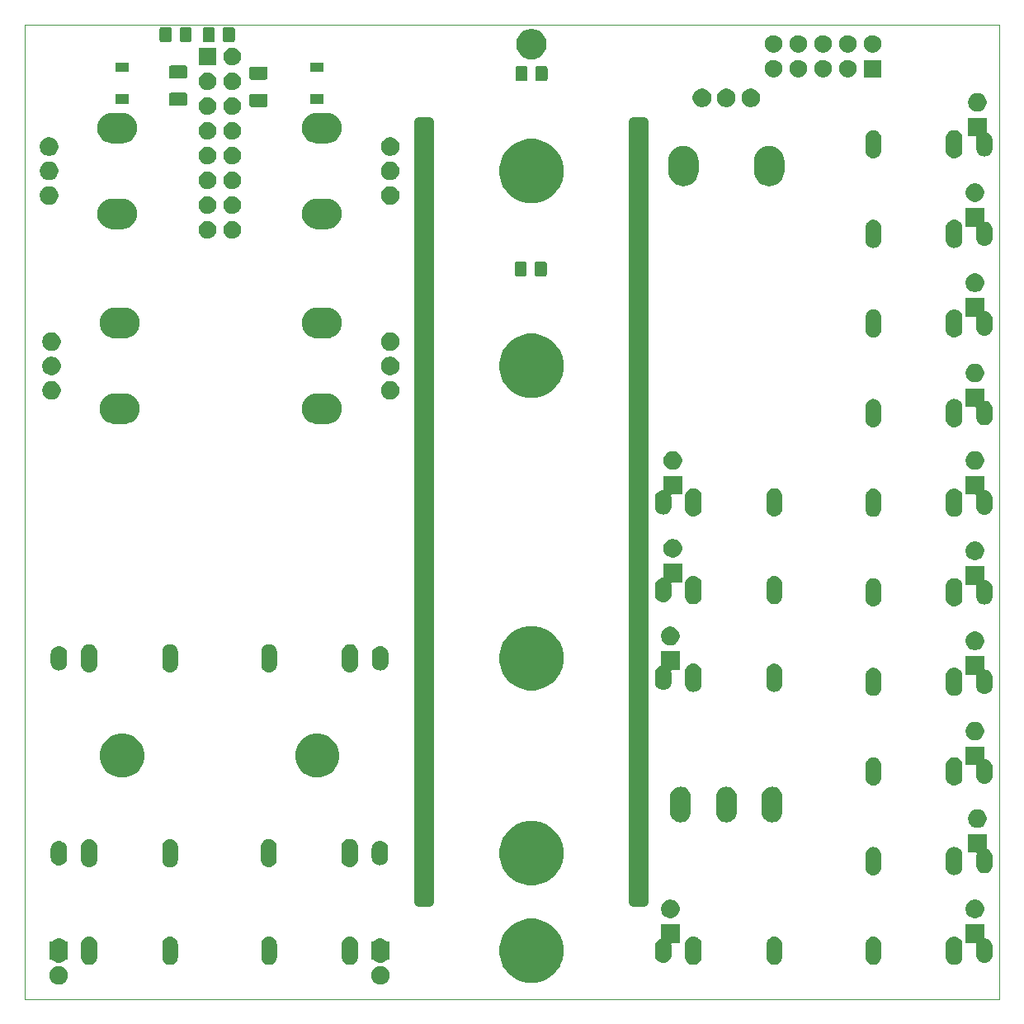
<source format=gbr>
%TF.GenerationSoftware,KiCad,Pcbnew,(5.1.5)-3*%
%TF.CreationDate,2020-05-19T22:28:50+02:00*%
%TF.ProjectId,KicadJE_Counts_PCB,4b696361-644a-4455-9f43-6f756e74735f,rev?*%
%TF.SameCoordinates,Original*%
%TF.FileFunction,Soldermask,Top*%
%TF.FilePolarity,Negative*%
%FSLAX46Y46*%
G04 Gerber Fmt 4.6, Leading zero omitted, Abs format (unit mm)*
G04 Created by KiCad (PCBNEW (5.1.5)-3) date 2020-05-19 22:28:50*
%MOMM*%
%LPD*%
G04 APERTURE LIST*
%ADD10C,1.000000*%
%ADD11C,0.050000*%
%ADD12C,0.150000*%
G04 APERTURE END LIST*
D10*
X112500000Y-60000000D02*
X112500000Y-140000000D01*
X113500000Y-60000000D02*
X113500000Y-140000000D01*
X112500000Y-140000000D02*
X113500000Y-140000000D01*
X112500000Y-60000000D02*
X113500000Y-60000000D01*
X90500000Y-60000000D02*
X91500000Y-60000000D01*
X90500000Y-140000000D02*
X91500000Y-140000000D01*
X91500000Y-60000000D02*
X91500000Y-140000000D01*
X90500000Y-60000000D02*
X90500000Y-140000000D01*
D11*
X50000000Y-150000000D02*
X50000000Y-50000000D01*
X150000000Y-150000000D02*
X50000000Y-150000000D01*
X150000000Y-50000000D02*
X150000000Y-150000000D01*
X50000000Y-50000000D02*
X150000000Y-50000000D01*
D12*
G36*
X86777395Y-146625546D02*
G01*
X86950466Y-146697234D01*
X86950467Y-146697235D01*
X87106227Y-146801310D01*
X87238690Y-146933773D01*
X87238691Y-146933775D01*
X87342766Y-147089534D01*
X87414454Y-147262605D01*
X87451000Y-147446333D01*
X87451000Y-147633667D01*
X87414454Y-147817395D01*
X87342766Y-147990466D01*
X87342765Y-147990467D01*
X87238690Y-148146227D01*
X87106227Y-148278690D01*
X87027818Y-148331081D01*
X86950466Y-148382766D01*
X86777395Y-148454454D01*
X86593667Y-148491000D01*
X86406333Y-148491000D01*
X86222605Y-148454454D01*
X86049534Y-148382766D01*
X85972182Y-148331081D01*
X85893773Y-148278690D01*
X85761310Y-148146227D01*
X85657235Y-147990467D01*
X85657234Y-147990466D01*
X85585546Y-147817395D01*
X85549000Y-147633667D01*
X85549000Y-147446333D01*
X85585546Y-147262605D01*
X85657234Y-147089534D01*
X85761309Y-146933775D01*
X85761310Y-146933773D01*
X85893773Y-146801310D01*
X86049533Y-146697235D01*
X86049534Y-146697234D01*
X86222605Y-146625546D01*
X86406333Y-146589000D01*
X86593667Y-146589000D01*
X86777395Y-146625546D01*
G37*
G36*
X53777395Y-146625546D02*
G01*
X53950466Y-146697234D01*
X53950467Y-146697235D01*
X54106227Y-146801310D01*
X54238690Y-146933773D01*
X54238691Y-146933775D01*
X54342766Y-147089534D01*
X54414454Y-147262605D01*
X54451000Y-147446333D01*
X54451000Y-147633667D01*
X54414454Y-147817395D01*
X54342766Y-147990466D01*
X54342765Y-147990467D01*
X54238690Y-148146227D01*
X54106227Y-148278690D01*
X54027818Y-148331081D01*
X53950466Y-148382766D01*
X53777395Y-148454454D01*
X53593667Y-148491000D01*
X53406333Y-148491000D01*
X53222605Y-148454454D01*
X53049534Y-148382766D01*
X52972182Y-148331081D01*
X52893773Y-148278690D01*
X52761310Y-148146227D01*
X52657235Y-147990467D01*
X52657234Y-147990466D01*
X52585546Y-147817395D01*
X52549000Y-147633667D01*
X52549000Y-147446333D01*
X52585546Y-147262605D01*
X52657234Y-147089534D01*
X52761309Y-146933775D01*
X52761310Y-146933773D01*
X52893773Y-146801310D01*
X53049533Y-146697235D01*
X53049534Y-146697234D01*
X53222605Y-146625546D01*
X53406333Y-146589000D01*
X53593667Y-146589000D01*
X53777395Y-146625546D01*
G37*
G36*
X102962865Y-141825855D02*
G01*
X103563608Y-142074691D01*
X103563610Y-142074692D01*
X104104265Y-142435946D01*
X104564054Y-142895735D01*
X104925308Y-143436390D01*
X104925309Y-143436392D01*
X105174145Y-144037135D01*
X105301000Y-144674879D01*
X105301000Y-145325121D01*
X105174145Y-145962865D01*
X104970247Y-146455117D01*
X104925308Y-146563610D01*
X104564054Y-147104265D01*
X104104265Y-147564054D01*
X103563610Y-147925308D01*
X103563609Y-147925309D01*
X103563608Y-147925309D01*
X102962865Y-148174145D01*
X102325121Y-148301000D01*
X101674879Y-148301000D01*
X101037135Y-148174145D01*
X100436392Y-147925309D01*
X100436391Y-147925309D01*
X100436390Y-147925308D01*
X99895735Y-147564054D01*
X99435946Y-147104265D01*
X99074692Y-146563610D01*
X99029753Y-146455117D01*
X98825855Y-145962865D01*
X98699000Y-145325121D01*
X98699000Y-144674879D01*
X98825855Y-144037135D01*
X99074691Y-143436392D01*
X99074692Y-143436390D01*
X99435946Y-142895735D01*
X99895735Y-142435946D01*
X100436390Y-142074692D01*
X100436392Y-142074691D01*
X101037135Y-141825855D01*
X101674879Y-141699000D01*
X102325121Y-141699000D01*
X102962865Y-141825855D01*
G37*
G36*
X118786823Y-143561313D02*
G01*
X118947242Y-143609976D01*
X119071829Y-143676569D01*
X119095078Y-143688996D01*
X119224659Y-143795341D01*
X119331004Y-143924922D01*
X119331005Y-143924924D01*
X119410024Y-144072758D01*
X119458687Y-144233177D01*
X119471000Y-144358196D01*
X119471000Y-145641804D01*
X119458687Y-145766823D01*
X119410024Y-145927242D01*
X119368643Y-146004660D01*
X119331004Y-146075078D01*
X119301520Y-146111004D01*
X119224659Y-146204659D01*
X119095077Y-146311005D01*
X118947241Y-146390024D01*
X118786822Y-146438687D01*
X118620000Y-146455117D01*
X118453177Y-146438687D01*
X118292758Y-146390024D01*
X118144924Y-146311005D01*
X118144922Y-146311004D01*
X118015341Y-146204659D01*
X117938480Y-146111004D01*
X117908995Y-146075077D01*
X117829976Y-145927241D01*
X117781313Y-145766822D01*
X117769000Y-145641803D01*
X117769001Y-144358196D01*
X117781314Y-144233177D01*
X117829977Y-144072758D01*
X117908996Y-143924924D01*
X117908997Y-143924922D01*
X118015342Y-143795341D01*
X118144923Y-143688996D01*
X118168172Y-143676569D01*
X118292759Y-143609976D01*
X118453178Y-143561313D01*
X118620000Y-143544883D01*
X118786823Y-143561313D01*
G37*
G36*
X56786823Y-143561313D02*
G01*
X56947242Y-143609976D01*
X57071829Y-143676569D01*
X57095078Y-143688996D01*
X57224659Y-143795341D01*
X57331004Y-143924922D01*
X57331005Y-143924924D01*
X57410024Y-144072758D01*
X57458687Y-144233177D01*
X57471000Y-144358196D01*
X57471000Y-145641804D01*
X57458687Y-145766823D01*
X57410024Y-145927242D01*
X57368643Y-146004660D01*
X57331004Y-146075078D01*
X57301520Y-146111004D01*
X57224659Y-146204659D01*
X57095077Y-146311005D01*
X56947241Y-146390024D01*
X56786822Y-146438687D01*
X56620000Y-146455117D01*
X56453177Y-146438687D01*
X56292758Y-146390024D01*
X56144924Y-146311005D01*
X56144922Y-146311004D01*
X56015341Y-146204659D01*
X55938480Y-146111004D01*
X55908995Y-146075077D01*
X55829976Y-145927241D01*
X55781313Y-145766822D01*
X55769000Y-145641803D01*
X55769001Y-144358196D01*
X55781314Y-144233177D01*
X55829977Y-144072758D01*
X55908996Y-143924924D01*
X55908997Y-143924922D01*
X56015342Y-143795341D01*
X56144923Y-143688996D01*
X56168172Y-143676569D01*
X56292759Y-143609976D01*
X56453178Y-143561313D01*
X56620000Y-143544883D01*
X56786823Y-143561313D01*
G37*
G36*
X145546822Y-143561313D02*
G01*
X145707241Y-143609976D01*
X145855077Y-143688995D01*
X145967024Y-143780868D01*
X145984659Y-143795341D01*
X146091004Y-143924922D01*
X146091005Y-143924924D01*
X146170024Y-144072758D01*
X146218687Y-144233177D01*
X146231000Y-144358196D01*
X146231000Y-145641804D01*
X146218687Y-145766823D01*
X146170024Y-145927242D01*
X146128643Y-146004660D01*
X146091004Y-146075078D01*
X145984659Y-146204659D01*
X145855078Y-146311004D01*
X145855076Y-146311005D01*
X145707242Y-146390024D01*
X145546823Y-146438687D01*
X145380000Y-146455117D01*
X145213178Y-146438687D01*
X145052759Y-146390024D01*
X144904925Y-146311005D01*
X144904923Y-146311004D01*
X144775342Y-146204659D01*
X144668997Y-146075078D01*
X144631358Y-146004660D01*
X144589977Y-145927242D01*
X144541314Y-145766823D01*
X144529001Y-145641804D01*
X144529000Y-144358197D01*
X144541313Y-144233178D01*
X144589976Y-144072759D01*
X144668995Y-143924923D01*
X144775341Y-143795341D01*
X144836824Y-143744883D01*
X144904922Y-143688996D01*
X144928171Y-143676569D01*
X145052758Y-143609976D01*
X145213177Y-143561313D01*
X145380000Y-143544883D01*
X145546822Y-143561313D01*
G37*
G36*
X83546822Y-143561313D02*
G01*
X83707241Y-143609976D01*
X83855077Y-143688995D01*
X83967024Y-143780868D01*
X83984659Y-143795341D01*
X84091004Y-143924922D01*
X84091005Y-143924924D01*
X84170024Y-144072758D01*
X84218687Y-144233177D01*
X84231000Y-144358196D01*
X84231000Y-145641804D01*
X84218687Y-145766823D01*
X84170024Y-145927242D01*
X84128643Y-146004660D01*
X84091004Y-146075078D01*
X83984659Y-146204659D01*
X83855078Y-146311004D01*
X83855076Y-146311005D01*
X83707242Y-146390024D01*
X83546823Y-146438687D01*
X83380000Y-146455117D01*
X83213178Y-146438687D01*
X83052759Y-146390024D01*
X82904925Y-146311005D01*
X82904923Y-146311004D01*
X82775342Y-146204659D01*
X82668997Y-146075078D01*
X82631358Y-146004660D01*
X82589977Y-145927242D01*
X82541314Y-145766823D01*
X82529001Y-145641804D01*
X82529000Y-144358197D01*
X82541313Y-144233178D01*
X82589976Y-144072759D01*
X82668995Y-143924923D01*
X82775341Y-143795341D01*
X82836824Y-143744883D01*
X82904922Y-143688996D01*
X82928171Y-143676569D01*
X83052758Y-143609976D01*
X83213177Y-143561313D01*
X83380000Y-143544883D01*
X83546822Y-143561313D01*
G37*
G36*
X75237022Y-143560590D02*
G01*
X75337681Y-143591125D01*
X75388012Y-143606392D01*
X75475433Y-143653120D01*
X75527164Y-143680771D01*
X75649133Y-143780867D01*
X75737871Y-143888995D01*
X75749229Y-143902835D01*
X75823608Y-144041987D01*
X75825735Y-144049000D01*
X75869410Y-144192977D01*
X75869410Y-144192979D01*
X75880110Y-144301613D01*
X75881000Y-144310655D01*
X75881000Y-145689345D01*
X75869410Y-145807023D01*
X75848766Y-145875076D01*
X75823608Y-145958013D01*
X75749229Y-146097165D01*
X75649133Y-146219133D01*
X75527165Y-146319229D01*
X75388013Y-146393608D01*
X75337682Y-146408875D01*
X75237023Y-146439410D01*
X75080000Y-146454875D01*
X74922978Y-146439410D01*
X74822319Y-146408875D01*
X74771988Y-146393608D01*
X74632836Y-146319229D01*
X74510868Y-146219133D01*
X74410772Y-146097165D01*
X74336393Y-145958013D01*
X74311235Y-145875076D01*
X74290591Y-145807023D01*
X74279001Y-145689345D01*
X74279000Y-144310656D01*
X74290590Y-144192978D01*
X74336392Y-144041989D01*
X74336392Y-144041988D01*
X74410771Y-143902836D01*
X74422130Y-143888995D01*
X74510867Y-143780867D01*
X74632835Y-143680771D01*
X74684566Y-143653120D01*
X74771987Y-143606392D01*
X74822318Y-143591125D01*
X74922977Y-143560590D01*
X75080000Y-143545125D01*
X75237022Y-143560590D01*
G37*
G36*
X65077023Y-143560590D02*
G01*
X65177682Y-143591125D01*
X65228013Y-143606392D01*
X65367165Y-143680771D01*
X65489133Y-143780867D01*
X65589229Y-143902835D01*
X65663608Y-144041987D01*
X65665735Y-144049000D01*
X65709410Y-144192977D01*
X65709410Y-144192979D01*
X65720110Y-144301613D01*
X65721000Y-144310655D01*
X65721000Y-145689345D01*
X65709410Y-145807023D01*
X65688766Y-145875076D01*
X65663608Y-145958013D01*
X65659467Y-145965760D01*
X65589229Y-146097165D01*
X65489133Y-146219133D01*
X65377186Y-146311004D01*
X65367164Y-146319229D01*
X65228012Y-146393608D01*
X65177681Y-146408875D01*
X65077022Y-146439410D01*
X64920000Y-146454875D01*
X64762977Y-146439410D01*
X64662318Y-146408875D01*
X64611987Y-146393608D01*
X64472835Y-146319229D01*
X64462813Y-146311004D01*
X64350867Y-146219133D01*
X64250771Y-146097164D01*
X64201326Y-146004659D01*
X64176392Y-145958012D01*
X64151234Y-145875076D01*
X64130590Y-145807022D01*
X64119000Y-145689344D01*
X64119001Y-144310655D01*
X64119892Y-144301613D01*
X64130591Y-144192979D01*
X64130591Y-144192977D01*
X64174266Y-144049000D01*
X64176393Y-144041987D01*
X64250772Y-143902835D01*
X64350868Y-143780867D01*
X64472836Y-143680771D01*
X64611988Y-143606392D01*
X64662319Y-143591125D01*
X64762978Y-143560590D01*
X64920000Y-143545125D01*
X65077023Y-143560590D01*
G37*
G36*
X137237022Y-143560590D02*
G01*
X137337681Y-143591125D01*
X137388012Y-143606392D01*
X137475433Y-143653120D01*
X137527164Y-143680771D01*
X137649133Y-143780867D01*
X137737871Y-143888995D01*
X137749229Y-143902835D01*
X137823608Y-144041987D01*
X137825735Y-144049000D01*
X137869410Y-144192977D01*
X137869410Y-144192979D01*
X137880110Y-144301613D01*
X137881000Y-144310655D01*
X137881000Y-145689345D01*
X137869410Y-145807023D01*
X137848766Y-145875076D01*
X137823608Y-145958013D01*
X137749229Y-146097165D01*
X137649133Y-146219133D01*
X137527165Y-146319229D01*
X137388013Y-146393608D01*
X137337682Y-146408875D01*
X137237023Y-146439410D01*
X137080000Y-146454875D01*
X136922978Y-146439410D01*
X136822319Y-146408875D01*
X136771988Y-146393608D01*
X136632836Y-146319229D01*
X136510868Y-146219133D01*
X136410772Y-146097165D01*
X136336393Y-145958013D01*
X136311235Y-145875076D01*
X136290591Y-145807023D01*
X136279001Y-145689345D01*
X136279000Y-144310656D01*
X136290590Y-144192978D01*
X136336392Y-144041989D01*
X136336392Y-144041988D01*
X136410771Y-143902836D01*
X136422130Y-143888995D01*
X136510867Y-143780867D01*
X136632835Y-143680771D01*
X136684566Y-143653120D01*
X136771987Y-143606392D01*
X136822318Y-143591125D01*
X136922977Y-143560590D01*
X137080000Y-143545125D01*
X137237022Y-143560590D01*
G37*
G36*
X127077023Y-143560590D02*
G01*
X127177682Y-143591125D01*
X127228013Y-143606392D01*
X127367165Y-143680771D01*
X127489133Y-143780867D01*
X127589229Y-143902835D01*
X127663608Y-144041987D01*
X127665735Y-144049000D01*
X127709410Y-144192977D01*
X127709410Y-144192979D01*
X127720110Y-144301613D01*
X127721000Y-144310655D01*
X127721000Y-145689345D01*
X127709410Y-145807023D01*
X127688766Y-145875076D01*
X127663608Y-145958013D01*
X127659467Y-145965760D01*
X127589229Y-146097165D01*
X127489133Y-146219133D01*
X127377186Y-146311004D01*
X127367164Y-146319229D01*
X127228012Y-146393608D01*
X127177681Y-146408875D01*
X127077022Y-146439410D01*
X126920000Y-146454875D01*
X126762977Y-146439410D01*
X126662318Y-146408875D01*
X126611987Y-146393608D01*
X126472835Y-146319229D01*
X126462813Y-146311004D01*
X126350867Y-146219133D01*
X126250771Y-146097164D01*
X126201326Y-146004659D01*
X126176392Y-145958012D01*
X126151234Y-145875076D01*
X126130590Y-145807022D01*
X126119000Y-145689344D01*
X126119001Y-144310655D01*
X126119892Y-144301613D01*
X126130591Y-144192979D01*
X126130591Y-144192977D01*
X126174266Y-144049000D01*
X126176393Y-144041987D01*
X126250772Y-143902835D01*
X126350868Y-143780867D01*
X126472836Y-143680771D01*
X126611988Y-143606392D01*
X126662319Y-143591125D01*
X126762978Y-143560590D01*
X126920000Y-143545125D01*
X127077023Y-143560590D01*
G37*
G36*
X86646822Y-143761313D02*
G01*
X86758996Y-143795341D01*
X86807235Y-143809974D01*
X86807241Y-143809976D01*
X86955077Y-143888995D01*
X87034024Y-143953786D01*
X87084659Y-143995341D01*
X87091195Y-144003305D01*
X87108515Y-144020626D01*
X87128890Y-144034240D01*
X87151528Y-144043617D01*
X87175561Y-144048398D01*
X87187815Y-144049000D01*
X87451000Y-144049000D01*
X87451000Y-145951000D01*
X87187815Y-145951000D01*
X87163429Y-145953402D01*
X87139980Y-145960515D01*
X87118369Y-145972066D01*
X87099427Y-145987611D01*
X87091200Y-145996688D01*
X87084659Y-146004659D01*
X86955078Y-146111004D01*
X86955076Y-146111005D01*
X86807242Y-146190024D01*
X86646823Y-146238687D01*
X86480000Y-146255117D01*
X86313178Y-146238687D01*
X86152759Y-146190024D01*
X86004925Y-146111005D01*
X86004923Y-146111004D01*
X85875342Y-146004659D01*
X85868806Y-145996695D01*
X85851486Y-145979374D01*
X85831111Y-145965760D01*
X85808473Y-145956383D01*
X85784440Y-145951602D01*
X85772186Y-145951000D01*
X85549000Y-145951000D01*
X85549000Y-144049000D01*
X85772185Y-144049000D01*
X85796571Y-144046598D01*
X85820020Y-144039485D01*
X85841631Y-144027934D01*
X85860573Y-144012389D01*
X85868800Y-144003311D01*
X85875341Y-143995341D01*
X86004922Y-143888996D01*
X86020094Y-143880886D01*
X86152758Y-143809976D01*
X86152765Y-143809974D01*
X86201003Y-143795341D01*
X86313177Y-143761313D01*
X86480000Y-143744883D01*
X86646822Y-143761313D01*
G37*
G36*
X53686823Y-143761313D02*
G01*
X53798997Y-143795341D01*
X53847236Y-143809974D01*
X53847242Y-143809976D01*
X53979906Y-143880886D01*
X53995078Y-143888996D01*
X54124659Y-143995341D01*
X54131195Y-144003305D01*
X54148515Y-144020626D01*
X54168890Y-144034240D01*
X54191528Y-144043617D01*
X54215561Y-144048398D01*
X54227815Y-144049000D01*
X54451000Y-144049000D01*
X54451000Y-145951000D01*
X54227815Y-145951000D01*
X54203429Y-145953402D01*
X54179980Y-145960515D01*
X54158369Y-145972066D01*
X54139427Y-145987611D01*
X54131200Y-145996688D01*
X54124659Y-146004659D01*
X54074024Y-146046214D01*
X53995077Y-146111005D01*
X53847241Y-146190024D01*
X53686822Y-146238687D01*
X53520000Y-146255117D01*
X53353177Y-146238687D01*
X53192758Y-146190024D01*
X53044924Y-146111005D01*
X53044922Y-146111004D01*
X52915341Y-146004659D01*
X52908806Y-145996696D01*
X52891485Y-145979374D01*
X52871110Y-145965760D01*
X52848472Y-145956383D01*
X52824439Y-145951602D01*
X52812185Y-145951000D01*
X52549000Y-145951000D01*
X52549000Y-144049000D01*
X52812186Y-144049000D01*
X52836572Y-144046598D01*
X52860021Y-144039485D01*
X52881632Y-144027934D01*
X52900574Y-144012389D01*
X52908801Y-144003312D01*
X52915342Y-143995341D01*
X53044923Y-143888996D01*
X53060095Y-143880886D01*
X53192759Y-143809976D01*
X53192766Y-143809974D01*
X53241004Y-143795341D01*
X53353178Y-143761313D01*
X53520000Y-143744883D01*
X53686823Y-143761313D01*
G37*
G36*
X148451000Y-143628734D02*
G01*
X148453402Y-143653120D01*
X148460515Y-143676569D01*
X148472066Y-143698180D01*
X148487611Y-143717122D01*
X148506553Y-143732667D01*
X148528164Y-143744218D01*
X148551613Y-143751331D01*
X148563747Y-143753131D01*
X148646822Y-143761313D01*
X148758996Y-143795341D01*
X148807235Y-143809974D01*
X148807241Y-143809976D01*
X148955077Y-143888995D01*
X149084658Y-143995340D01*
X149084659Y-143995341D01*
X149191004Y-144124922D01*
X149191005Y-144124924D01*
X149270024Y-144272758D01*
X149318687Y-144433177D01*
X149331000Y-144558196D01*
X149331000Y-145441803D01*
X149318687Y-145566822D01*
X149270024Y-145727242D01*
X149227380Y-145807023D01*
X149191004Y-145875078D01*
X149084659Y-146004659D01*
X148955078Y-146111004D01*
X148955076Y-146111005D01*
X148807242Y-146190024D01*
X148646823Y-146238687D01*
X148480000Y-146255117D01*
X148313178Y-146238687D01*
X148152759Y-146190024D01*
X148004925Y-146111005D01*
X148004923Y-146111004D01*
X147875342Y-146004659D01*
X147768997Y-145875078D01*
X147732621Y-145807023D01*
X147689977Y-145727242D01*
X147641314Y-145566823D01*
X147629000Y-145441803D01*
X147629000Y-144558197D01*
X147641313Y-144433175D01*
X147662818Y-144362285D01*
X147667599Y-144338252D01*
X147667599Y-144313748D01*
X147662819Y-144289714D01*
X147653442Y-144267075D01*
X147639828Y-144246701D01*
X147622501Y-144229374D01*
X147602127Y-144215760D01*
X147579488Y-144206383D01*
X147555455Y-144201602D01*
X147543202Y-144201000D01*
X146549000Y-144201000D01*
X146549000Y-142299000D01*
X148451000Y-142299000D01*
X148451000Y-143628734D01*
G37*
G36*
X117201000Y-144201000D02*
G01*
X116456798Y-144201000D01*
X116432412Y-144203402D01*
X116408963Y-144210515D01*
X116387352Y-144222066D01*
X116368410Y-144237611D01*
X116352865Y-144256553D01*
X116341314Y-144278164D01*
X116334201Y-144301613D01*
X116331799Y-144325999D01*
X116334201Y-144350385D01*
X116337182Y-144362285D01*
X116358687Y-144433175D01*
X116371000Y-144558197D01*
X116371000Y-145441804D01*
X116358687Y-145566823D01*
X116310024Y-145727242D01*
X116267380Y-145807023D01*
X116231004Y-145875078D01*
X116145410Y-145979374D01*
X116124659Y-146004659D01*
X115995077Y-146111005D01*
X115847241Y-146190024D01*
X115686822Y-146238687D01*
X115520000Y-146255117D01*
X115353177Y-146238687D01*
X115192758Y-146190024D01*
X115044924Y-146111005D01*
X115044922Y-146111004D01*
X114915341Y-146004659D01*
X114894590Y-145979374D01*
X114808995Y-145875077D01*
X114729976Y-145727241D01*
X114681313Y-145566822D01*
X114669000Y-145441803D01*
X114669000Y-144558197D01*
X114681314Y-144433177D01*
X114729977Y-144272758D01*
X114808996Y-144124924D01*
X114808997Y-144124922D01*
X114915342Y-143995341D01*
X115044923Y-143888996D01*
X115054469Y-143883894D01*
X115192762Y-143809974D01*
X115210287Y-143804658D01*
X115232926Y-143795281D01*
X115253300Y-143781667D01*
X115270627Y-143764340D01*
X115284241Y-143743966D01*
X115293618Y-143721327D01*
X115299000Y-143685042D01*
X115299000Y-142299000D01*
X117201000Y-142299000D01*
X117201000Y-144201000D01*
G37*
G36*
X147777395Y-139795546D02*
G01*
X147950466Y-139867234D01*
X147950467Y-139867235D01*
X148106227Y-139971310D01*
X148238690Y-140103773D01*
X148238691Y-140103775D01*
X148342766Y-140259534D01*
X148414454Y-140432605D01*
X148451000Y-140616333D01*
X148451000Y-140803667D01*
X148414454Y-140987395D01*
X148342766Y-141160466D01*
X148342765Y-141160467D01*
X148238690Y-141316227D01*
X148106227Y-141448690D01*
X148027818Y-141501081D01*
X147950466Y-141552766D01*
X147777395Y-141624454D01*
X147593667Y-141661000D01*
X147406333Y-141661000D01*
X147222605Y-141624454D01*
X147049534Y-141552766D01*
X146972182Y-141501081D01*
X146893773Y-141448690D01*
X146761310Y-141316227D01*
X146657235Y-141160467D01*
X146657234Y-141160466D01*
X146585546Y-140987395D01*
X146549000Y-140803667D01*
X146549000Y-140616333D01*
X146585546Y-140432605D01*
X146657234Y-140259534D01*
X146761309Y-140103775D01*
X146761310Y-140103773D01*
X146893773Y-139971310D01*
X147049533Y-139867235D01*
X147049534Y-139867234D01*
X147222605Y-139795546D01*
X147406333Y-139759000D01*
X147593667Y-139759000D01*
X147777395Y-139795546D01*
G37*
G36*
X116527395Y-139795546D02*
G01*
X116700466Y-139867234D01*
X116700467Y-139867235D01*
X116856227Y-139971310D01*
X116988690Y-140103773D01*
X116988691Y-140103775D01*
X117092766Y-140259534D01*
X117164454Y-140432605D01*
X117201000Y-140616333D01*
X117201000Y-140803667D01*
X117164454Y-140987395D01*
X117092766Y-141160466D01*
X117092765Y-141160467D01*
X116988690Y-141316227D01*
X116856227Y-141448690D01*
X116777818Y-141501081D01*
X116700466Y-141552766D01*
X116527395Y-141624454D01*
X116343667Y-141661000D01*
X116156333Y-141661000D01*
X115972605Y-141624454D01*
X115799534Y-141552766D01*
X115722182Y-141501081D01*
X115643773Y-141448690D01*
X115511310Y-141316227D01*
X115407235Y-141160467D01*
X115407234Y-141160466D01*
X115335546Y-140987395D01*
X115299000Y-140803667D01*
X115299000Y-140616333D01*
X115335546Y-140432605D01*
X115407234Y-140259534D01*
X115511309Y-140103775D01*
X115511310Y-140103773D01*
X115643773Y-139971310D01*
X115799533Y-139867235D01*
X115799534Y-139867234D01*
X115972605Y-139795546D01*
X116156333Y-139759000D01*
X116343667Y-139759000D01*
X116527395Y-139795546D01*
G37*
G36*
X102962865Y-131825855D02*
G01*
X103543169Y-132066225D01*
X103563610Y-132074692D01*
X104104265Y-132435946D01*
X104564054Y-132895735D01*
X104666462Y-133049000D01*
X104925309Y-133436392D01*
X105174145Y-134037135D01*
X105301000Y-134674879D01*
X105301000Y-135325121D01*
X105174145Y-135962865D01*
X104925309Y-136563608D01*
X104925308Y-136563610D01*
X104564054Y-137104265D01*
X104104265Y-137564054D01*
X103563610Y-137925308D01*
X103563609Y-137925309D01*
X103563608Y-137925309D01*
X102962865Y-138174145D01*
X102325121Y-138301000D01*
X101674879Y-138301000D01*
X101037135Y-138174145D01*
X100436392Y-137925309D01*
X100436391Y-137925309D01*
X100436390Y-137925308D01*
X99895735Y-137564054D01*
X99435946Y-137104265D01*
X99074692Y-136563610D01*
X99074691Y-136563608D01*
X98825855Y-135962865D01*
X98699000Y-135325121D01*
X98699000Y-134674879D01*
X98825855Y-134037135D01*
X99074691Y-133436392D01*
X99333538Y-133049000D01*
X99435946Y-132895735D01*
X99895735Y-132435946D01*
X100436390Y-132074692D01*
X100456831Y-132066225D01*
X101037135Y-131825855D01*
X101674879Y-131699000D01*
X102325121Y-131699000D01*
X102962865Y-131825855D01*
G37*
G36*
X145546822Y-134366865D02*
G01*
X145707241Y-134415528D01*
X145855077Y-134494547D01*
X145967024Y-134586420D01*
X145984659Y-134600893D01*
X146091004Y-134730474D01*
X146091005Y-134730476D01*
X146170024Y-134878310D01*
X146218687Y-135038729D01*
X146231000Y-135163748D01*
X146231000Y-136447356D01*
X146218687Y-136572375D01*
X146170024Y-136732794D01*
X146099114Y-136865458D01*
X146091004Y-136880630D01*
X145984659Y-137010211D01*
X145855078Y-137116556D01*
X145855076Y-137116557D01*
X145707242Y-137195576D01*
X145546823Y-137244239D01*
X145380000Y-137260669D01*
X145213178Y-137244239D01*
X145052759Y-137195576D01*
X144904925Y-137116557D01*
X144904923Y-137116556D01*
X144775342Y-137010211D01*
X144668997Y-136880630D01*
X144660887Y-136865458D01*
X144589977Y-136732794D01*
X144541314Y-136572375D01*
X144529001Y-136447356D01*
X144529000Y-135163749D01*
X144541313Y-135038730D01*
X144589976Y-134878311D01*
X144668995Y-134730475D01*
X144775341Y-134600893D01*
X144792978Y-134586419D01*
X144904922Y-134494548D01*
X144920310Y-134486323D01*
X145052758Y-134415528D01*
X145213177Y-134366865D01*
X145380000Y-134350435D01*
X145546822Y-134366865D01*
G37*
G36*
X137237022Y-134366142D02*
G01*
X137337681Y-134396677D01*
X137388012Y-134411944D01*
X137527164Y-134486323D01*
X137649133Y-134586419D01*
X137737871Y-134694547D01*
X137749229Y-134708387D01*
X137823608Y-134847539D01*
X137832942Y-134878310D01*
X137869410Y-134998529D01*
X137881000Y-135116207D01*
X137881000Y-136494897D01*
X137869410Y-136612575D01*
X137848766Y-136680628D01*
X137823608Y-136763565D01*
X137749229Y-136902717D01*
X137649133Y-137024685D01*
X137527165Y-137124781D01*
X137388013Y-137199160D01*
X137337682Y-137214427D01*
X137237023Y-137244962D01*
X137080000Y-137260427D01*
X136922978Y-137244962D01*
X136822319Y-137214427D01*
X136771988Y-137199160D01*
X136632836Y-137124781D01*
X136510868Y-137024685D01*
X136410772Y-136902717D01*
X136336393Y-136763565D01*
X136311235Y-136680628D01*
X136290591Y-136612575D01*
X136279001Y-136494897D01*
X136279000Y-135116208D01*
X136290590Y-134998530D01*
X136336392Y-134847541D01*
X136336392Y-134847540D01*
X136410771Y-134708388D01*
X136438271Y-134674879D01*
X136510867Y-134586419D01*
X136632835Y-134486323D01*
X136771987Y-134411944D01*
X136822318Y-134396677D01*
X136922977Y-134366142D01*
X137080000Y-134350677D01*
X137237022Y-134366142D01*
G37*
G36*
X148701000Y-134490594D02*
G01*
X148703402Y-134514980D01*
X148710515Y-134538429D01*
X148722066Y-134560040D01*
X148737611Y-134578982D01*
X148756553Y-134594527D01*
X148789713Y-134610210D01*
X148807238Y-134615526D01*
X148955077Y-134694547D01*
X149084659Y-134800893D01*
X149191004Y-134930474D01*
X149191005Y-134930476D01*
X149270024Y-135078310D01*
X149318687Y-135238729D01*
X149331000Y-135363748D01*
X149331000Y-136247355D01*
X149318687Y-136372374D01*
X149270024Y-136532794D01*
X149253552Y-136563610D01*
X149191004Y-136680630D01*
X149084659Y-136810211D01*
X148955078Y-136916556D01*
X148955076Y-136916557D01*
X148807242Y-136995576D01*
X148646823Y-137044239D01*
X148480000Y-137060669D01*
X148313178Y-137044239D01*
X148152759Y-136995576D01*
X148004925Y-136916557D01*
X148004923Y-136916556D01*
X147875342Y-136810211D01*
X147768997Y-136680630D01*
X147706449Y-136563610D01*
X147689977Y-136532794D01*
X147641314Y-136372375D01*
X147629000Y-136247355D01*
X147629000Y-135363749D01*
X147641313Y-135238730D01*
X147679670Y-135112284D01*
X147684450Y-135088251D01*
X147684450Y-135063747D01*
X147679670Y-135039714D01*
X147670292Y-135017075D01*
X147656678Y-134996700D01*
X147639351Y-134979373D01*
X147618977Y-134965760D01*
X147596338Y-134956382D01*
X147560053Y-134951000D01*
X146799000Y-134951000D01*
X146799000Y-133049000D01*
X148701000Y-133049000D01*
X148701000Y-134490594D01*
G37*
G36*
X56786823Y-133561313D02*
G01*
X56947242Y-133609976D01*
X57032916Y-133655770D01*
X57095078Y-133688996D01*
X57224659Y-133795341D01*
X57331004Y-133924922D01*
X57331005Y-133924924D01*
X57410024Y-134072758D01*
X57458687Y-134233177D01*
X57471000Y-134358196D01*
X57471000Y-135641804D01*
X57458687Y-135766823D01*
X57410024Y-135927242D01*
X57344368Y-136050075D01*
X57331004Y-136075078D01*
X57257187Y-136165024D01*
X57224659Y-136204659D01*
X57095077Y-136311005D01*
X56947241Y-136390024D01*
X56786822Y-136438687D01*
X56620000Y-136455117D01*
X56453177Y-136438687D01*
X56292758Y-136390024D01*
X56144924Y-136311005D01*
X56144922Y-136311004D01*
X56015341Y-136204659D01*
X55982813Y-136165024D01*
X55908995Y-136075077D01*
X55829976Y-135927241D01*
X55781313Y-135766822D01*
X55769000Y-135641803D01*
X55769001Y-134358196D01*
X55781314Y-134233177D01*
X55829977Y-134072758D01*
X55908996Y-133924924D01*
X55908997Y-133924922D01*
X56015342Y-133795341D01*
X56144923Y-133688996D01*
X56207085Y-133655770D01*
X56292759Y-133609976D01*
X56453178Y-133561313D01*
X56620000Y-133544883D01*
X56786823Y-133561313D01*
G37*
G36*
X65077023Y-133560590D02*
G01*
X65177682Y-133591125D01*
X65228013Y-133606392D01*
X65367165Y-133680771D01*
X65489133Y-133780867D01*
X65589229Y-133902835D01*
X65663608Y-134041987D01*
X65665359Y-134047760D01*
X65709410Y-134192977D01*
X65721000Y-134310655D01*
X65721000Y-135689345D01*
X65709410Y-135807023D01*
X65688766Y-135875076D01*
X65663608Y-135958013D01*
X65652038Y-135979658D01*
X65589229Y-136097165D01*
X65489133Y-136219133D01*
X65407649Y-136286004D01*
X65367164Y-136319229D01*
X65228012Y-136393608D01*
X65177681Y-136408875D01*
X65077022Y-136439410D01*
X64920000Y-136454875D01*
X64762977Y-136439410D01*
X64662318Y-136408875D01*
X64611987Y-136393608D01*
X64472835Y-136319229D01*
X64432349Y-136286003D01*
X64350867Y-136219133D01*
X64250771Y-136097164D01*
X64201326Y-136004659D01*
X64176392Y-135958012D01*
X64143650Y-135850075D01*
X64130590Y-135807022D01*
X64119000Y-135689344D01*
X64119001Y-134310655D01*
X64130591Y-134192977D01*
X64174642Y-134047760D01*
X64176393Y-134041987D01*
X64250772Y-133902835D01*
X64350868Y-133780867D01*
X64472836Y-133680771D01*
X64611988Y-133606392D01*
X64662319Y-133591125D01*
X64762978Y-133560590D01*
X64920000Y-133545125D01*
X65077023Y-133560590D01*
G37*
G36*
X83521823Y-133536312D02*
G01*
X83682242Y-133584975D01*
X83830078Y-133663994D01*
X83942025Y-133755867D01*
X83959660Y-133770340D01*
X84066005Y-133899921D01*
X84074115Y-133915093D01*
X84145025Y-134047757D01*
X84193688Y-134208176D01*
X84206001Y-134333195D01*
X84206001Y-135616803D01*
X84193688Y-135741822D01*
X84145025Y-135902241D01*
X84090281Y-136004659D01*
X84066005Y-136050077D01*
X83959660Y-136179658D01*
X83830079Y-136286003D01*
X83830077Y-136286004D01*
X83682243Y-136365023D01*
X83521824Y-136413686D01*
X83355001Y-136430116D01*
X83188179Y-136413686D01*
X83027760Y-136365023D01*
X82879926Y-136286004D01*
X82879924Y-136286003D01*
X82750343Y-136179658D01*
X82643998Y-136050077D01*
X82619722Y-136004659D01*
X82564978Y-135902241D01*
X82516315Y-135741822D01*
X82504002Y-135616803D01*
X82504001Y-134333196D01*
X82516314Y-134208177D01*
X82564977Y-134047758D01*
X82643996Y-133899922D01*
X82750342Y-133770340D01*
X82811825Y-133719882D01*
X82879923Y-133663995D01*
X82895311Y-133655770D01*
X83027759Y-133584975D01*
X83188178Y-133536312D01*
X83355001Y-133519882D01*
X83521823Y-133536312D01*
G37*
G36*
X75212023Y-133535589D02*
G01*
X75296827Y-133561314D01*
X75363013Y-133581391D01*
X75416489Y-133609975D01*
X75502165Y-133655770D01*
X75624134Y-133755866D01*
X75712872Y-133863994D01*
X75724230Y-133877834D01*
X75798609Y-134016986D01*
X75804721Y-134037134D01*
X75844411Y-134167976D01*
X75856001Y-134285654D01*
X75856001Y-135664344D01*
X75844411Y-135782022D01*
X75836827Y-135807022D01*
X75798609Y-135933012D01*
X75724230Y-136072164D01*
X75624134Y-136194132D01*
X75502166Y-136294228D01*
X75363014Y-136368607D01*
X75312683Y-136383874D01*
X75212024Y-136414409D01*
X75055001Y-136429874D01*
X74897979Y-136414409D01*
X74797320Y-136383874D01*
X74746989Y-136368607D01*
X74607837Y-136294228D01*
X74485869Y-136194132D01*
X74385773Y-136072164D01*
X74311394Y-135933012D01*
X74273176Y-135807022D01*
X74265592Y-135782022D01*
X74254002Y-135664344D01*
X74254001Y-134285655D01*
X74265591Y-134167977D01*
X74303809Y-134041988D01*
X74311393Y-134016987D01*
X74385772Y-133877835D01*
X74441462Y-133809976D01*
X74485868Y-133755866D01*
X74607836Y-133655770D01*
X74693512Y-133609975D01*
X74746988Y-133581391D01*
X74813174Y-133561314D01*
X74897978Y-133535589D01*
X75055001Y-133520124D01*
X75212023Y-133535589D01*
G37*
G36*
X53686823Y-133761313D02*
G01*
X53847242Y-133809976D01*
X53948302Y-133863994D01*
X53995078Y-133888996D01*
X54124659Y-133995341D01*
X54231004Y-134124922D01*
X54231005Y-134124924D01*
X54310024Y-134272758D01*
X54358687Y-134433178D01*
X54371000Y-134558197D01*
X54371000Y-135441804D01*
X54358687Y-135566823D01*
X54310024Y-135727242D01*
X54267380Y-135807023D01*
X54231004Y-135875078D01*
X54158958Y-135962866D01*
X54124659Y-136004659D01*
X53995077Y-136111005D01*
X53847241Y-136190024D01*
X53686822Y-136238687D01*
X53520000Y-136255117D01*
X53353177Y-136238687D01*
X53192758Y-136190024D01*
X53044924Y-136111005D01*
X53044922Y-136111004D01*
X52915341Y-136004659D01*
X52881042Y-135962866D01*
X52808995Y-135875077D01*
X52729976Y-135727241D01*
X52681313Y-135566822D01*
X52669000Y-135441803D01*
X52669000Y-134558197D01*
X52681314Y-134433177D01*
X52729977Y-134272758D01*
X52808996Y-134124924D01*
X52808997Y-134124922D01*
X52915342Y-133995341D01*
X53044923Y-133888996D01*
X53091699Y-133863994D01*
X53192759Y-133809976D01*
X53353178Y-133761313D01*
X53520000Y-133744883D01*
X53686823Y-133761313D01*
G37*
G36*
X86621823Y-133736312D02*
G01*
X86782242Y-133784975D01*
X86930078Y-133863994D01*
X87059660Y-133970340D01*
X87166005Y-134099921D01*
X87166006Y-134099923D01*
X87245025Y-134247757D01*
X87293688Y-134408176D01*
X87306001Y-134533195D01*
X87306001Y-135416802D01*
X87293688Y-135541821D01*
X87245025Y-135702241D01*
X87210504Y-135766825D01*
X87166005Y-135850077D01*
X87059660Y-135979658D01*
X86930079Y-136086003D01*
X86930077Y-136086004D01*
X86782243Y-136165023D01*
X86621824Y-136213686D01*
X86455001Y-136230116D01*
X86288179Y-136213686D01*
X86127760Y-136165023D01*
X85979926Y-136086004D01*
X85979924Y-136086003D01*
X85850343Y-135979658D01*
X85743998Y-135850077D01*
X85699499Y-135766825D01*
X85664978Y-135702241D01*
X85616315Y-135541822D01*
X85604001Y-135416802D01*
X85604001Y-134533196D01*
X85616314Y-134408177D01*
X85664977Y-134247758D01*
X85743996Y-134099922D01*
X85850342Y-133970340D01*
X85979923Y-133863995D01*
X85995095Y-133855885D01*
X86127759Y-133784975D01*
X86288178Y-133736312D01*
X86455001Y-133719882D01*
X86621823Y-133736312D01*
G37*
G36*
X148027395Y-130545546D02*
G01*
X148200466Y-130617234D01*
X148200467Y-130617235D01*
X148356227Y-130721310D01*
X148488690Y-130853773D01*
X148488691Y-130853775D01*
X148592766Y-131009534D01*
X148664454Y-131182605D01*
X148701000Y-131366333D01*
X148701000Y-131553667D01*
X148664454Y-131737395D01*
X148592766Y-131910466D01*
X148592765Y-131910467D01*
X148488690Y-132066227D01*
X148356227Y-132198690D01*
X148277818Y-132251081D01*
X148200466Y-132302766D01*
X148027395Y-132374454D01*
X147843667Y-132411000D01*
X147656333Y-132411000D01*
X147472605Y-132374454D01*
X147299534Y-132302766D01*
X147222182Y-132251081D01*
X147143773Y-132198690D01*
X147011310Y-132066227D01*
X146907235Y-131910467D01*
X146907234Y-131910466D01*
X146835546Y-131737395D01*
X146799000Y-131553667D01*
X146799000Y-131366333D01*
X146835546Y-131182605D01*
X146907234Y-131009534D01*
X147011309Y-130853775D01*
X147011310Y-130853773D01*
X147143773Y-130721310D01*
X147299533Y-130617235D01*
X147299534Y-130617234D01*
X147472605Y-130545546D01*
X147656333Y-130509000D01*
X147843667Y-130509000D01*
X148027395Y-130545546D01*
G37*
G36*
X117509167Y-128186439D02*
G01*
X117710298Y-128247451D01*
X117895661Y-128346530D01*
X118058133Y-128479867D01*
X118118236Y-128553102D01*
X118191471Y-128642339D01*
X118244682Y-128741890D01*
X118290549Y-128827701D01*
X118351561Y-129028832D01*
X118367000Y-129185589D01*
X118367000Y-130814411D01*
X118351561Y-130971168D01*
X118290549Y-131172299D01*
X118285040Y-131182605D01*
X118191471Y-131357661D01*
X118058133Y-131520133D01*
X117895661Y-131653471D01*
X117810481Y-131699000D01*
X117710299Y-131752549D01*
X117509168Y-131813561D01*
X117300000Y-131834162D01*
X117090833Y-131813561D01*
X116889702Y-131752549D01*
X116789520Y-131699000D01*
X116704340Y-131653471D01*
X116541868Y-131520133D01*
X116408530Y-131357661D01*
X116314961Y-131182605D01*
X116309452Y-131172299D01*
X116260077Y-131009533D01*
X116248439Y-130971170D01*
X116233000Y-130814413D01*
X116233000Y-129185588D01*
X116248439Y-129028836D01*
X116248439Y-129028833D01*
X116309451Y-128827702D01*
X116408530Y-128642339D01*
X116541867Y-128479867D01*
X116615102Y-128419764D01*
X116704339Y-128346529D01*
X116803890Y-128293318D01*
X116889701Y-128247451D01*
X117090832Y-128186439D01*
X117300000Y-128165838D01*
X117509167Y-128186439D01*
G37*
G36*
X122209167Y-128186439D02*
G01*
X122410298Y-128247451D01*
X122595661Y-128346530D01*
X122758133Y-128479867D01*
X122818236Y-128553102D01*
X122891471Y-128642339D01*
X122944682Y-128741890D01*
X122990549Y-128827701D01*
X123051561Y-129028832D01*
X123067000Y-129185589D01*
X123067000Y-130814411D01*
X123051561Y-130971168D01*
X122990549Y-131172299D01*
X122985040Y-131182605D01*
X122891471Y-131357661D01*
X122758133Y-131520133D01*
X122595661Y-131653471D01*
X122510481Y-131699000D01*
X122410299Y-131752549D01*
X122209168Y-131813561D01*
X122000000Y-131834162D01*
X121790833Y-131813561D01*
X121589702Y-131752549D01*
X121489520Y-131699000D01*
X121404340Y-131653471D01*
X121241868Y-131520133D01*
X121108530Y-131357661D01*
X121014961Y-131182605D01*
X121009452Y-131172299D01*
X120960077Y-131009533D01*
X120948439Y-130971170D01*
X120933000Y-130814413D01*
X120933000Y-129185588D01*
X120948439Y-129028836D01*
X120948439Y-129028833D01*
X121009451Y-128827702D01*
X121108530Y-128642339D01*
X121241867Y-128479867D01*
X121315102Y-128419764D01*
X121404339Y-128346529D01*
X121503890Y-128293318D01*
X121589701Y-128247451D01*
X121790832Y-128186439D01*
X122000000Y-128165838D01*
X122209167Y-128186439D01*
G37*
G36*
X126909167Y-128186439D02*
G01*
X127110298Y-128247451D01*
X127295661Y-128346530D01*
X127458133Y-128479867D01*
X127518236Y-128553102D01*
X127591471Y-128642339D01*
X127644682Y-128741890D01*
X127690549Y-128827701D01*
X127751561Y-129028832D01*
X127767000Y-129185589D01*
X127767000Y-130814411D01*
X127751561Y-130971168D01*
X127690549Y-131172299D01*
X127685040Y-131182605D01*
X127591471Y-131357661D01*
X127458133Y-131520133D01*
X127295661Y-131653471D01*
X127210481Y-131699000D01*
X127110299Y-131752549D01*
X126909168Y-131813561D01*
X126700000Y-131834162D01*
X126490833Y-131813561D01*
X126289702Y-131752549D01*
X126189520Y-131699000D01*
X126104340Y-131653471D01*
X125941868Y-131520133D01*
X125808530Y-131357661D01*
X125714961Y-131182605D01*
X125709452Y-131172299D01*
X125660077Y-131009533D01*
X125648439Y-130971170D01*
X125633000Y-130814413D01*
X125633000Y-129185588D01*
X125648439Y-129028836D01*
X125648439Y-129028833D01*
X125709451Y-128827702D01*
X125808530Y-128642339D01*
X125941867Y-128479867D01*
X126015102Y-128419764D01*
X126104339Y-128346529D01*
X126203890Y-128293318D01*
X126289701Y-128247451D01*
X126490832Y-128186439D01*
X126700000Y-128165838D01*
X126909167Y-128186439D01*
G37*
G36*
X145546822Y-125172421D02*
G01*
X145707241Y-125221084D01*
X145855077Y-125300103D01*
X145967024Y-125391976D01*
X145984659Y-125406449D01*
X146091004Y-125536030D01*
X146091005Y-125536032D01*
X146170024Y-125683866D01*
X146218687Y-125844285D01*
X146231000Y-125969304D01*
X146231000Y-127252912D01*
X146218687Y-127377931D01*
X146170024Y-127538350D01*
X146099114Y-127671014D01*
X146091004Y-127686186D01*
X145984659Y-127815767D01*
X145855078Y-127922112D01*
X145855076Y-127922113D01*
X145707242Y-128001132D01*
X145546823Y-128049795D01*
X145380000Y-128066225D01*
X145213178Y-128049795D01*
X145052759Y-128001132D01*
X144904925Y-127922113D01*
X144904923Y-127922112D01*
X144775342Y-127815767D01*
X144668997Y-127686186D01*
X144660887Y-127671014D01*
X144589977Y-127538350D01*
X144541314Y-127377931D01*
X144529001Y-127252912D01*
X144529000Y-125969305D01*
X144541313Y-125844286D01*
X144589976Y-125683867D01*
X144668995Y-125536031D01*
X144775341Y-125406449D01*
X144837592Y-125355361D01*
X144904922Y-125300104D01*
X144928171Y-125287677D01*
X145052758Y-125221084D01*
X145213177Y-125172421D01*
X145380000Y-125155991D01*
X145546822Y-125172421D01*
G37*
G36*
X137237022Y-125171698D02*
G01*
X137297174Y-125189945D01*
X137388012Y-125217500D01*
X137475433Y-125264228D01*
X137527164Y-125291879D01*
X137649133Y-125391975D01*
X137737871Y-125500103D01*
X137749229Y-125513943D01*
X137823608Y-125653095D01*
X137824668Y-125656591D01*
X137869410Y-125804085D01*
X137881000Y-125921763D01*
X137881000Y-127300453D01*
X137869410Y-127418131D01*
X137848766Y-127486184D01*
X137823608Y-127569121D01*
X137749229Y-127708273D01*
X137649133Y-127830241D01*
X137527165Y-127930337D01*
X137388013Y-128004716D01*
X137337682Y-128019983D01*
X137237023Y-128050518D01*
X137080000Y-128065983D01*
X136922978Y-128050518D01*
X136822319Y-128019983D01*
X136771988Y-128004716D01*
X136632836Y-127930337D01*
X136510868Y-127830241D01*
X136410772Y-127708273D01*
X136336393Y-127569121D01*
X136311235Y-127486184D01*
X136290591Y-127418131D01*
X136279001Y-127300453D01*
X136279000Y-125921764D01*
X136290590Y-125804086D01*
X136327058Y-125683866D01*
X136336392Y-125653096D01*
X136410771Y-125513944D01*
X136422130Y-125500103D01*
X136510867Y-125391975D01*
X136632835Y-125291879D01*
X136684566Y-125264228D01*
X136771987Y-125217500D01*
X136862825Y-125189945D01*
X136922977Y-125171698D01*
X137080000Y-125156233D01*
X137237022Y-125171698D01*
G37*
G36*
X148451000Y-125239842D02*
G01*
X148453402Y-125264228D01*
X148460515Y-125287677D01*
X148472066Y-125309288D01*
X148487611Y-125328230D01*
X148506553Y-125343775D01*
X148528164Y-125355326D01*
X148551613Y-125362439D01*
X148563747Y-125364239D01*
X148646822Y-125372421D01*
X148807241Y-125421084D01*
X148955077Y-125500103D01*
X149084659Y-125606449D01*
X149191004Y-125736030D01*
X149191005Y-125736032D01*
X149270024Y-125883866D01*
X149318687Y-126044285D01*
X149331000Y-126169304D01*
X149331000Y-127052911D01*
X149318687Y-127177930D01*
X149270024Y-127338350D01*
X149248867Y-127377931D01*
X149191004Y-127486186D01*
X149084659Y-127615767D01*
X148955078Y-127722112D01*
X148955076Y-127722113D01*
X148807242Y-127801132D01*
X148646823Y-127849795D01*
X148480000Y-127866225D01*
X148313178Y-127849795D01*
X148152759Y-127801132D01*
X148004925Y-127722113D01*
X148004923Y-127722112D01*
X147875342Y-127615767D01*
X147768997Y-127486186D01*
X147711134Y-127377931D01*
X147689977Y-127338350D01*
X147641314Y-127177931D01*
X147629000Y-127052911D01*
X147629000Y-126169305D01*
X147636983Y-126088251D01*
X147636983Y-126063747D01*
X147632203Y-126039714D01*
X147622825Y-126017075D01*
X147609211Y-125996700D01*
X147591884Y-125979373D01*
X147571510Y-125965760D01*
X147548871Y-125956382D01*
X147512586Y-125951000D01*
X146549000Y-125951000D01*
X146549000Y-124049000D01*
X148451000Y-124049000D01*
X148451000Y-125239842D01*
G37*
G36*
X60275880Y-122759776D02*
G01*
X60656593Y-122835504D01*
X61066249Y-123005189D01*
X61434929Y-123251534D01*
X61748466Y-123565071D01*
X61994811Y-123933751D01*
X62164496Y-124343407D01*
X62251000Y-124778296D01*
X62251000Y-125221704D01*
X62164496Y-125656593D01*
X61994811Y-126066249D01*
X61748466Y-126434929D01*
X61434929Y-126748466D01*
X61066249Y-126994811D01*
X60656593Y-127164496D01*
X60275880Y-127240224D01*
X60221705Y-127251000D01*
X59778295Y-127251000D01*
X59724120Y-127240224D01*
X59343407Y-127164496D01*
X58933751Y-126994811D01*
X58565071Y-126748466D01*
X58251534Y-126434929D01*
X58005189Y-126066249D01*
X57835504Y-125656593D01*
X57749000Y-125221704D01*
X57749000Y-124778296D01*
X57835504Y-124343407D01*
X58005189Y-123933751D01*
X58251534Y-123565071D01*
X58565071Y-123251534D01*
X58933751Y-123005189D01*
X59343407Y-122835504D01*
X59724120Y-122759776D01*
X59778295Y-122749000D01*
X60221705Y-122749000D01*
X60275880Y-122759776D01*
G37*
G36*
X80275880Y-122759776D02*
G01*
X80656593Y-122835504D01*
X81066249Y-123005189D01*
X81434929Y-123251534D01*
X81748466Y-123565071D01*
X81994811Y-123933751D01*
X82164496Y-124343407D01*
X82251000Y-124778296D01*
X82251000Y-125221704D01*
X82164496Y-125656593D01*
X81994811Y-126066249D01*
X81748466Y-126434929D01*
X81434929Y-126748466D01*
X81066249Y-126994811D01*
X80656593Y-127164496D01*
X80275880Y-127240224D01*
X80221705Y-127251000D01*
X79778295Y-127251000D01*
X79724120Y-127240224D01*
X79343407Y-127164496D01*
X78933751Y-126994811D01*
X78565071Y-126748466D01*
X78251534Y-126434929D01*
X78005189Y-126066249D01*
X77835504Y-125656593D01*
X77749000Y-125221704D01*
X77749000Y-124778296D01*
X77835504Y-124343407D01*
X78005189Y-123933751D01*
X78251534Y-123565071D01*
X78565071Y-123251534D01*
X78933751Y-123005189D01*
X79343407Y-122835504D01*
X79724120Y-122759776D01*
X79778295Y-122749000D01*
X80221705Y-122749000D01*
X80275880Y-122759776D01*
G37*
G36*
X147777395Y-121545546D02*
G01*
X147950466Y-121617234D01*
X147950467Y-121617235D01*
X148106227Y-121721310D01*
X148238690Y-121853773D01*
X148238691Y-121853775D01*
X148342766Y-122009534D01*
X148414454Y-122182605D01*
X148451000Y-122366333D01*
X148451000Y-122553667D01*
X148414454Y-122737395D01*
X148342766Y-122910466D01*
X148342765Y-122910467D01*
X148238690Y-123066227D01*
X148106227Y-123198690D01*
X148054829Y-123233033D01*
X147950466Y-123302766D01*
X147777395Y-123374454D01*
X147593667Y-123411000D01*
X147406333Y-123411000D01*
X147222605Y-123374454D01*
X147049534Y-123302766D01*
X146945171Y-123233033D01*
X146893773Y-123198690D01*
X146761310Y-123066227D01*
X146657235Y-122910467D01*
X146657234Y-122910466D01*
X146585546Y-122737395D01*
X146549000Y-122553667D01*
X146549000Y-122366333D01*
X146585546Y-122182605D01*
X146657234Y-122009534D01*
X146761309Y-121853775D01*
X146761310Y-121853773D01*
X146893773Y-121721310D01*
X147049533Y-121617235D01*
X147049534Y-121617234D01*
X147222605Y-121545546D01*
X147406333Y-121509000D01*
X147593667Y-121509000D01*
X147777395Y-121545546D01*
G37*
G36*
X145546822Y-115977977D02*
G01*
X145707241Y-116026640D01*
X145855077Y-116105659D01*
X145967024Y-116197532D01*
X145984659Y-116212005D01*
X146091004Y-116341586D01*
X146091005Y-116341588D01*
X146170024Y-116489422D01*
X146218687Y-116649841D01*
X146231000Y-116774860D01*
X146231000Y-118058468D01*
X146218687Y-118183487D01*
X146170024Y-118343906D01*
X146119363Y-118438686D01*
X146091004Y-118491742D01*
X145984659Y-118621323D01*
X145855078Y-118727668D01*
X145855076Y-118727669D01*
X145707242Y-118806688D01*
X145546823Y-118855351D01*
X145380000Y-118871781D01*
X145213178Y-118855351D01*
X145052759Y-118806688D01*
X144904925Y-118727669D01*
X144904923Y-118727668D01*
X144775342Y-118621323D01*
X144668997Y-118491742D01*
X144640638Y-118438686D01*
X144589977Y-118343906D01*
X144541314Y-118183487D01*
X144529001Y-118058468D01*
X144529000Y-116774861D01*
X144541313Y-116649842D01*
X144589976Y-116489423D01*
X144668995Y-116341587D01*
X144775341Y-116212005D01*
X144836824Y-116161547D01*
X144904922Y-116105660D01*
X144966472Y-116072761D01*
X145052758Y-116026640D01*
X145213177Y-115977977D01*
X145380000Y-115961547D01*
X145546822Y-115977977D01*
G37*
G36*
X137237022Y-115977254D02*
G01*
X137327364Y-116004659D01*
X137388012Y-116023056D01*
X137485337Y-116075078D01*
X137527164Y-116097435D01*
X137649133Y-116197531D01*
X137710870Y-116272758D01*
X137749229Y-116319499D01*
X137823608Y-116458651D01*
X137832942Y-116489422D01*
X137869410Y-116609641D01*
X137881000Y-116727319D01*
X137881000Y-118106009D01*
X137869410Y-118223687D01*
X137848766Y-118291740D01*
X137823608Y-118374677D01*
X137749229Y-118513829D01*
X137649133Y-118635797D01*
X137527165Y-118735893D01*
X137388013Y-118810272D01*
X137337682Y-118825539D01*
X137237023Y-118856074D01*
X137080000Y-118871539D01*
X136922978Y-118856074D01*
X136822319Y-118825539D01*
X136771988Y-118810272D01*
X136632836Y-118735893D01*
X136510868Y-118635797D01*
X136410772Y-118513829D01*
X136336393Y-118374677D01*
X136311235Y-118291740D01*
X136290591Y-118223687D01*
X136279001Y-118106009D01*
X136279000Y-116727320D01*
X136280139Y-116715760D01*
X136290590Y-116609644D01*
X136290590Y-116609642D01*
X136336392Y-116458653D01*
X136336392Y-116458652D01*
X136410771Y-116319500D01*
X136444694Y-116278164D01*
X136510867Y-116197531D01*
X136632835Y-116097435D01*
X136674662Y-116075078D01*
X136771987Y-116023056D01*
X136832635Y-116004659D01*
X136922977Y-115977254D01*
X137080000Y-115961789D01*
X137237022Y-115977254D01*
G37*
G36*
X148451000Y-116045398D02*
G01*
X148453402Y-116069784D01*
X148460515Y-116093233D01*
X148472066Y-116114844D01*
X148487611Y-116133786D01*
X148506553Y-116149331D01*
X148528164Y-116160882D01*
X148551613Y-116167995D01*
X148563747Y-116169795D01*
X148646822Y-116177977D01*
X148807241Y-116226640D01*
X148955077Y-116305659D01*
X149024075Y-116362285D01*
X149084659Y-116412005D01*
X149191004Y-116541586D01*
X149191005Y-116541588D01*
X149270024Y-116689422D01*
X149318687Y-116849841D01*
X149331000Y-116974860D01*
X149331000Y-117858467D01*
X149318687Y-117983486D01*
X149270024Y-118143906D01*
X149229815Y-118219132D01*
X149191004Y-118291742D01*
X149084659Y-118421323D01*
X148955078Y-118527668D01*
X148955076Y-118527669D01*
X148807242Y-118606688D01*
X148646823Y-118655351D01*
X148480000Y-118671781D01*
X148313178Y-118655351D01*
X148152759Y-118606688D01*
X148004925Y-118527669D01*
X148004923Y-118527668D01*
X147875342Y-118421323D01*
X147768997Y-118291742D01*
X147730186Y-118219132D01*
X147689977Y-118143906D01*
X147641314Y-117983487D01*
X147629000Y-117858467D01*
X147629000Y-116974861D01*
X147642455Y-116838251D01*
X147642455Y-116813747D01*
X147637675Y-116789714D01*
X147628297Y-116767075D01*
X147614684Y-116746701D01*
X147597357Y-116729374D01*
X147576982Y-116715760D01*
X147554343Y-116706382D01*
X147530310Y-116701602D01*
X147518058Y-116701000D01*
X146549000Y-116701000D01*
X146549000Y-114799000D01*
X148451000Y-114799000D01*
X148451000Y-116045398D01*
G37*
G36*
X118786823Y-115561313D02*
G01*
X118947242Y-115609976D01*
X119079690Y-115680771D01*
X119095078Y-115688996D01*
X119224659Y-115795341D01*
X119331004Y-115924922D01*
X119332244Y-115927242D01*
X119410024Y-116072758D01*
X119410025Y-116072761D01*
X119410728Y-116075078D01*
X119458687Y-116233177D01*
X119471000Y-116358196D01*
X119471000Y-117641804D01*
X119458687Y-117766823D01*
X119410024Y-117927242D01*
X119339884Y-118058464D01*
X119331004Y-118075078D01*
X119242033Y-118183489D01*
X119224659Y-118204659D01*
X119095077Y-118311005D01*
X118947241Y-118390024D01*
X118786822Y-118438687D01*
X118620000Y-118455117D01*
X118453177Y-118438687D01*
X118292758Y-118390024D01*
X118144924Y-118311005D01*
X118144922Y-118311004D01*
X118015341Y-118204659D01*
X117997967Y-118183489D01*
X117908995Y-118075077D01*
X117829976Y-117927241D01*
X117781313Y-117766822D01*
X117769000Y-117641803D01*
X117769001Y-116358196D01*
X117781314Y-116233177D01*
X117829273Y-116075078D01*
X117829976Y-116072761D01*
X117829977Y-116072758D01*
X117907757Y-115927242D01*
X117908997Y-115924922D01*
X118015342Y-115795341D01*
X118144923Y-115688996D01*
X118160311Y-115680771D01*
X118292759Y-115609976D01*
X118453178Y-115561313D01*
X118620000Y-115544883D01*
X118786823Y-115561313D01*
G37*
G36*
X127077023Y-115560590D02*
G01*
X127177682Y-115591125D01*
X127228013Y-115606392D01*
X127367165Y-115680771D01*
X127489133Y-115780867D01*
X127589229Y-115902835D01*
X127663608Y-116041987D01*
X127673646Y-116075078D01*
X127709410Y-116192977D01*
X127711137Y-116210515D01*
X127720110Y-116301613D01*
X127721000Y-116310655D01*
X127721000Y-117689345D01*
X127709410Y-117807023D01*
X127688766Y-117875076D01*
X127663608Y-117958013D01*
X127638675Y-118004659D01*
X127589229Y-118097165D01*
X127489133Y-118219133D01*
X127400660Y-118291740D01*
X127367164Y-118319229D01*
X127228012Y-118393608D01*
X127177681Y-118408875D01*
X127077022Y-118439410D01*
X126920000Y-118454875D01*
X126762977Y-118439410D01*
X126662318Y-118408875D01*
X126611987Y-118393608D01*
X126472835Y-118319229D01*
X126439342Y-118291742D01*
X126350867Y-118219133D01*
X126250771Y-118097164D01*
X126238965Y-118075076D01*
X126176392Y-117958012D01*
X126146195Y-117858464D01*
X126130590Y-117807022D01*
X126119000Y-117689344D01*
X126119001Y-116310655D01*
X126119892Y-116301613D01*
X126128864Y-116210515D01*
X126130591Y-116192977D01*
X126166355Y-116075078D01*
X126176393Y-116041987D01*
X126250772Y-115902835D01*
X126350868Y-115780867D01*
X126472836Y-115680771D01*
X126611988Y-115606392D01*
X126662319Y-115591125D01*
X126762978Y-115560590D01*
X126920000Y-115545125D01*
X127077023Y-115560590D01*
G37*
G36*
X102962865Y-111825855D02*
G01*
X103563608Y-112074691D01*
X103563610Y-112074692D01*
X104104265Y-112435946D01*
X104564054Y-112895735D01*
X104925308Y-113436390D01*
X104925309Y-113436392D01*
X105174145Y-114037135D01*
X105301000Y-114674879D01*
X105301000Y-115325121D01*
X105174145Y-115962865D01*
X104956036Y-116489426D01*
X104925308Y-116563610D01*
X104564054Y-117104265D01*
X104104265Y-117564054D01*
X103563610Y-117925308D01*
X103563609Y-117925309D01*
X103563608Y-117925309D01*
X102962865Y-118174145D01*
X102325121Y-118301000D01*
X101674879Y-118301000D01*
X101037135Y-118174145D01*
X100436392Y-117925309D01*
X100436391Y-117925309D01*
X100436390Y-117925308D01*
X99895735Y-117564054D01*
X99435946Y-117104265D01*
X99074692Y-116563610D01*
X99043964Y-116489426D01*
X98825855Y-115962865D01*
X98699000Y-115325121D01*
X98699000Y-114674879D01*
X98825855Y-114037135D01*
X99074691Y-113436392D01*
X99074692Y-113436390D01*
X99435946Y-112895735D01*
X99895735Y-112435946D01*
X100436390Y-112074692D01*
X100436392Y-112074691D01*
X101037135Y-111825855D01*
X101674879Y-111699000D01*
X102325121Y-111699000D01*
X102962865Y-111825855D01*
G37*
G36*
X117201000Y-116201000D02*
G01*
X116456798Y-116201000D01*
X116432412Y-116203402D01*
X116408963Y-116210515D01*
X116387352Y-116222066D01*
X116368410Y-116237611D01*
X116352865Y-116256553D01*
X116341314Y-116278164D01*
X116334201Y-116301613D01*
X116331799Y-116325999D01*
X116334201Y-116350385D01*
X116337182Y-116362285D01*
X116358687Y-116433175D01*
X116371000Y-116558197D01*
X116371000Y-117441804D01*
X116358687Y-117566823D01*
X116310024Y-117727242D01*
X116267380Y-117807023D01*
X116231004Y-117875078D01*
X116142033Y-117983489D01*
X116124659Y-118004659D01*
X115995077Y-118111005D01*
X115847241Y-118190024D01*
X115686822Y-118238687D01*
X115520000Y-118255117D01*
X115353177Y-118238687D01*
X115192758Y-118190024D01*
X115044924Y-118111005D01*
X115044922Y-118111004D01*
X114915341Y-118004659D01*
X114897967Y-117983489D01*
X114808995Y-117875077D01*
X114729976Y-117727241D01*
X114681313Y-117566822D01*
X114669000Y-117441803D01*
X114669000Y-116558197D01*
X114681314Y-116433177D01*
X114729977Y-116272758D01*
X114808996Y-116124924D01*
X114808997Y-116124922D01*
X114915342Y-115995341D01*
X115044923Y-115888996D01*
X115070964Y-115875077D01*
X115192762Y-115809974D01*
X115210287Y-115804658D01*
X115232926Y-115795281D01*
X115253300Y-115781667D01*
X115270627Y-115764340D01*
X115284241Y-115743966D01*
X115293618Y-115721327D01*
X115299000Y-115685042D01*
X115299000Y-114299000D01*
X117201000Y-114299000D01*
X117201000Y-116201000D01*
G37*
G36*
X56786823Y-113561313D02*
G01*
X56947242Y-113609976D01*
X56974328Y-113624454D01*
X57095078Y-113688996D01*
X57224659Y-113795341D01*
X57331004Y-113924922D01*
X57331005Y-113924924D01*
X57410024Y-114072758D01*
X57458687Y-114233177D01*
X57471000Y-114358196D01*
X57471000Y-115641804D01*
X57458687Y-115766823D01*
X57410024Y-115927242D01*
X57348691Y-116041987D01*
X57331004Y-116075078D01*
X57253271Y-116169795D01*
X57224659Y-116204659D01*
X57095077Y-116311005D01*
X56947241Y-116390024D01*
X56786822Y-116438687D01*
X56620000Y-116455117D01*
X56453177Y-116438687D01*
X56292758Y-116390024D01*
X56144924Y-116311005D01*
X56144922Y-116311004D01*
X56015341Y-116204659D01*
X56003330Y-116190024D01*
X55908995Y-116075077D01*
X55829976Y-115927241D01*
X55829273Y-115924922D01*
X55814152Y-115875076D01*
X55781313Y-115766822D01*
X55769000Y-115641803D01*
X55769001Y-114358196D01*
X55781314Y-114233177D01*
X55829977Y-114072758D01*
X55908996Y-113924924D01*
X55908997Y-113924922D01*
X56015342Y-113795341D01*
X56144923Y-113688996D01*
X56265673Y-113624454D01*
X56292759Y-113609976D01*
X56453178Y-113561313D01*
X56620000Y-113544883D01*
X56786823Y-113561313D01*
G37*
G36*
X83546822Y-113561313D02*
G01*
X83707241Y-113609976D01*
X83855077Y-113688995D01*
X83967024Y-113780868D01*
X83984659Y-113795341D01*
X84091004Y-113924922D01*
X84091005Y-113924924D01*
X84170024Y-114072758D01*
X84218687Y-114233177D01*
X84231000Y-114358196D01*
X84231000Y-115641804D01*
X84218687Y-115766823D01*
X84170024Y-115927242D01*
X84108691Y-116041987D01*
X84091004Y-116075078D01*
X83984659Y-116204659D01*
X83855078Y-116311004D01*
X83855076Y-116311005D01*
X83707242Y-116390024D01*
X83546823Y-116438687D01*
X83380000Y-116455117D01*
X83213178Y-116438687D01*
X83052759Y-116390024D01*
X82904925Y-116311005D01*
X82904923Y-116311004D01*
X82775342Y-116204659D01*
X82668997Y-116075078D01*
X82651310Y-116041987D01*
X82589977Y-115927242D01*
X82541314Y-115766823D01*
X82529001Y-115641804D01*
X82529000Y-114358197D01*
X82541313Y-114233178D01*
X82589976Y-114072759D01*
X82668995Y-113924923D01*
X82775341Y-113795341D01*
X82836824Y-113744883D01*
X82904922Y-113688996D01*
X83025672Y-113624454D01*
X83052758Y-113609976D01*
X83213177Y-113561313D01*
X83380000Y-113544883D01*
X83546822Y-113561313D01*
G37*
G36*
X75237022Y-113560590D02*
G01*
X75337681Y-113591125D01*
X75388012Y-113606392D01*
X75421801Y-113624453D01*
X75527164Y-113680771D01*
X75649133Y-113780867D01*
X75737871Y-113888995D01*
X75749229Y-113902835D01*
X75823608Y-114041987D01*
X75832942Y-114072758D01*
X75869410Y-114192977D01*
X75881000Y-114310655D01*
X75881000Y-115689345D01*
X75869410Y-115807023D01*
X75848766Y-115875076D01*
X75823608Y-115958013D01*
X75749229Y-116097165D01*
X75649133Y-116219133D01*
X75527165Y-116319229D01*
X75388013Y-116393608D01*
X75337682Y-116408875D01*
X75237023Y-116439410D01*
X75080000Y-116454875D01*
X74922978Y-116439410D01*
X74822319Y-116408875D01*
X74771988Y-116393608D01*
X74632836Y-116319229D01*
X74510868Y-116219133D01*
X74410772Y-116097165D01*
X74336393Y-115958013D01*
X74311235Y-115875076D01*
X74290591Y-115807023D01*
X74279001Y-115689345D01*
X74279000Y-114310656D01*
X74290590Y-114192978D01*
X74336392Y-114041989D01*
X74336392Y-114041988D01*
X74410771Y-113902836D01*
X74422130Y-113888995D01*
X74510867Y-113780867D01*
X74632835Y-113680771D01*
X74738198Y-113624453D01*
X74771987Y-113606392D01*
X74822318Y-113591125D01*
X74922977Y-113560590D01*
X75080000Y-113545125D01*
X75237022Y-113560590D01*
G37*
G36*
X65077023Y-113560590D02*
G01*
X65177682Y-113591125D01*
X65228013Y-113606392D01*
X65367165Y-113680771D01*
X65489133Y-113780867D01*
X65589229Y-113902835D01*
X65663608Y-114041987D01*
X65672942Y-114072758D01*
X65709410Y-114192977D01*
X65721000Y-114310655D01*
X65721000Y-115689345D01*
X65709410Y-115807023D01*
X65688766Y-115875076D01*
X65663608Y-115958013D01*
X65602275Y-116072758D01*
X65589229Y-116097165D01*
X65489133Y-116219133D01*
X65377186Y-116311004D01*
X65367164Y-116319229D01*
X65228012Y-116393608D01*
X65177681Y-116408875D01*
X65077022Y-116439410D01*
X64920000Y-116454875D01*
X64762977Y-116439410D01*
X64662318Y-116408875D01*
X64611987Y-116393608D01*
X64472835Y-116319229D01*
X64462813Y-116311004D01*
X64350867Y-116219133D01*
X64250771Y-116097164D01*
X64213075Y-116026640D01*
X64176392Y-115958012D01*
X64131486Y-115809975D01*
X64130590Y-115807022D01*
X64119000Y-115689344D01*
X64119001Y-114310655D01*
X64130591Y-114192977D01*
X64167059Y-114072758D01*
X64176393Y-114041987D01*
X64250772Y-113902835D01*
X64350868Y-113780867D01*
X64472836Y-113680771D01*
X64611988Y-113606392D01*
X64662319Y-113591125D01*
X64762978Y-113560590D01*
X64920000Y-113545125D01*
X65077023Y-113560590D01*
G37*
G36*
X53686823Y-113761313D02*
G01*
X53847242Y-113809976D01*
X53979906Y-113880886D01*
X53995078Y-113888996D01*
X54124659Y-113995341D01*
X54231004Y-114124922D01*
X54231005Y-114124924D01*
X54310024Y-114272758D01*
X54310024Y-114272759D01*
X54310025Y-114272761D01*
X54321520Y-114310654D01*
X54358687Y-114433178D01*
X54371000Y-114558197D01*
X54371000Y-115441804D01*
X54358687Y-115566823D01*
X54310024Y-115727242D01*
X54267380Y-115807023D01*
X54231004Y-115875078D01*
X54158958Y-115962866D01*
X54124659Y-116004659D01*
X53995077Y-116111005D01*
X53847241Y-116190024D01*
X53847238Y-116190025D01*
X53837500Y-116192979D01*
X53686822Y-116238687D01*
X53520000Y-116255117D01*
X53353177Y-116238687D01*
X53202499Y-116192979D01*
X53192761Y-116190025D01*
X53192758Y-116190024D01*
X53044924Y-116111005D01*
X53044922Y-116111004D01*
X52915341Y-116004659D01*
X52907694Y-115995341D01*
X52808995Y-115875077D01*
X52729976Y-115727241D01*
X52681313Y-115566822D01*
X52669000Y-115441803D01*
X52669000Y-114558197D01*
X52681314Y-114433177D01*
X52720918Y-114302620D01*
X52729976Y-114272761D01*
X52729977Y-114272759D01*
X52729977Y-114272758D01*
X52808996Y-114124924D01*
X52808997Y-114124922D01*
X52915342Y-113995341D01*
X53044923Y-113888996D01*
X53060095Y-113880886D01*
X53192759Y-113809976D01*
X53353178Y-113761313D01*
X53520000Y-113744883D01*
X53686823Y-113761313D01*
G37*
G36*
X86646822Y-113761313D02*
G01*
X86807241Y-113809976D01*
X86955077Y-113888995D01*
X87027816Y-113948691D01*
X87084659Y-113995341D01*
X87191004Y-114124922D01*
X87191005Y-114124924D01*
X87270024Y-114272758D01*
X87270024Y-114272759D01*
X87270025Y-114272761D01*
X87279083Y-114302620D01*
X87318687Y-114433177D01*
X87331000Y-114558196D01*
X87331000Y-115441803D01*
X87318687Y-115566822D01*
X87270024Y-115727242D01*
X87227380Y-115807023D01*
X87191004Y-115875078D01*
X87084659Y-116004659D01*
X86955078Y-116111004D01*
X86955076Y-116111005D01*
X86807242Y-116190024D01*
X86807239Y-116190025D01*
X86797501Y-116192979D01*
X86646823Y-116238687D01*
X86480000Y-116255117D01*
X86313178Y-116238687D01*
X86162500Y-116192979D01*
X86152762Y-116190025D01*
X86152759Y-116190024D01*
X86004925Y-116111005D01*
X86004923Y-116111004D01*
X85875342Y-116004659D01*
X85768997Y-115875078D01*
X85732621Y-115807023D01*
X85689977Y-115727242D01*
X85641314Y-115566823D01*
X85629000Y-115441803D01*
X85629000Y-114558197D01*
X85641313Y-114433178D01*
X85689976Y-114272759D01*
X85768995Y-114124923D01*
X85875341Y-113995341D01*
X85961144Y-113924924D01*
X86004922Y-113888996D01*
X86020094Y-113880886D01*
X86152758Y-113809976D01*
X86313177Y-113761313D01*
X86480000Y-113744883D01*
X86646822Y-113761313D01*
G37*
G36*
X147777395Y-112295546D02*
G01*
X147950466Y-112367234D01*
X147950467Y-112367235D01*
X148106227Y-112471310D01*
X148238690Y-112603773D01*
X148291081Y-112682182D01*
X148342766Y-112759534D01*
X148414454Y-112932605D01*
X148451000Y-113116333D01*
X148451000Y-113303667D01*
X148414454Y-113487395D01*
X148342766Y-113660466D01*
X148323703Y-113688996D01*
X148238690Y-113816227D01*
X148106227Y-113948690D01*
X148027818Y-114001081D01*
X147950466Y-114052766D01*
X147777395Y-114124454D01*
X147593667Y-114161000D01*
X147406333Y-114161000D01*
X147222605Y-114124454D01*
X147049534Y-114052766D01*
X146972182Y-114001081D01*
X146893773Y-113948690D01*
X146761310Y-113816227D01*
X146676297Y-113688996D01*
X146657234Y-113660466D01*
X146585546Y-113487395D01*
X146549000Y-113303667D01*
X146549000Y-113116333D01*
X146585546Y-112932605D01*
X146657234Y-112759534D01*
X146708919Y-112682182D01*
X146761310Y-112603773D01*
X146893773Y-112471310D01*
X147049533Y-112367235D01*
X147049534Y-112367234D01*
X147222605Y-112295546D01*
X147406333Y-112259000D01*
X147593667Y-112259000D01*
X147777395Y-112295546D01*
G37*
G36*
X116527395Y-111795546D02*
G01*
X116700466Y-111867234D01*
X116700467Y-111867235D01*
X116856227Y-111971310D01*
X116988690Y-112103773D01*
X116988691Y-112103775D01*
X117092766Y-112259534D01*
X117164454Y-112432605D01*
X117201000Y-112616333D01*
X117201000Y-112803667D01*
X117164454Y-112987395D01*
X117092766Y-113160466D01*
X117092765Y-113160467D01*
X116988690Y-113316227D01*
X116856227Y-113448690D01*
X116798299Y-113487396D01*
X116700466Y-113552766D01*
X116527395Y-113624454D01*
X116343667Y-113661000D01*
X116156333Y-113661000D01*
X115972605Y-113624454D01*
X115799534Y-113552766D01*
X115701701Y-113487396D01*
X115643773Y-113448690D01*
X115511310Y-113316227D01*
X115407235Y-113160467D01*
X115407234Y-113160466D01*
X115335546Y-112987395D01*
X115299000Y-112803667D01*
X115299000Y-112616333D01*
X115335546Y-112432605D01*
X115407234Y-112259534D01*
X115511309Y-112103775D01*
X115511310Y-112103773D01*
X115643773Y-111971310D01*
X115799533Y-111867235D01*
X115799534Y-111867234D01*
X115972605Y-111795546D01*
X116156333Y-111759000D01*
X116343667Y-111759000D01*
X116527395Y-111795546D01*
G37*
G36*
X145546822Y-106783533D02*
G01*
X145707241Y-106832196D01*
X145855077Y-106911215D01*
X145967024Y-107003088D01*
X145984659Y-107017561D01*
X146091004Y-107147142D01*
X146091005Y-107147144D01*
X146170024Y-107294978D01*
X146218687Y-107455397D01*
X146231000Y-107580416D01*
X146231000Y-108864024D01*
X146218687Y-108989043D01*
X146170024Y-109149462D01*
X146122333Y-109238686D01*
X146091004Y-109297298D01*
X145984659Y-109426879D01*
X145855078Y-109533224D01*
X145855076Y-109533225D01*
X145707242Y-109612244D01*
X145546823Y-109660907D01*
X145380000Y-109677337D01*
X145213178Y-109660907D01*
X145052759Y-109612244D01*
X144904925Y-109533225D01*
X144904923Y-109533224D01*
X144775342Y-109426879D01*
X144668997Y-109297298D01*
X144637668Y-109238686D01*
X144589977Y-109149462D01*
X144541314Y-108989043D01*
X144529001Y-108864024D01*
X144529000Y-107580417D01*
X144541313Y-107455398D01*
X144589976Y-107294979D01*
X144668995Y-107147143D01*
X144775341Y-107017561D01*
X144836824Y-106967103D01*
X144904922Y-106911216D01*
X144946495Y-106888995D01*
X145052758Y-106832196D01*
X145213177Y-106783533D01*
X145380000Y-106767103D01*
X145546822Y-106783533D01*
G37*
G36*
X137237022Y-106782810D02*
G01*
X137326573Y-106809975D01*
X137388012Y-106828612D01*
X137500981Y-106888996D01*
X137527164Y-106902991D01*
X137649133Y-107003087D01*
X137737871Y-107111215D01*
X137749229Y-107125055D01*
X137823608Y-107264207D01*
X137826202Y-107272758D01*
X137869410Y-107415197D01*
X137881000Y-107532875D01*
X137881000Y-108911565D01*
X137869410Y-109029243D01*
X137855506Y-109075077D01*
X137823608Y-109180233D01*
X137749229Y-109319385D01*
X137649133Y-109441353D01*
X137527165Y-109541449D01*
X137388013Y-109615828D01*
X137337682Y-109631095D01*
X137237023Y-109661630D01*
X137080000Y-109677095D01*
X136922978Y-109661630D01*
X136822319Y-109631095D01*
X136771988Y-109615828D01*
X136632836Y-109541449D01*
X136510868Y-109441353D01*
X136410772Y-109319385D01*
X136336393Y-109180233D01*
X136304495Y-109075077D01*
X136290591Y-109029243D01*
X136279001Y-108911565D01*
X136279000Y-107532876D01*
X136290590Y-107415198D01*
X136333798Y-107272761D01*
X136336392Y-107264208D01*
X136410771Y-107125056D01*
X136453688Y-107072761D01*
X136510867Y-107003087D01*
X136632835Y-106902991D01*
X136659018Y-106888996D01*
X136771987Y-106828612D01*
X136833426Y-106809975D01*
X136922977Y-106782810D01*
X137080000Y-106767345D01*
X137237022Y-106782810D01*
G37*
G36*
X148451000Y-106850954D02*
G01*
X148453402Y-106875340D01*
X148460515Y-106898789D01*
X148472066Y-106920400D01*
X148487611Y-106939342D01*
X148506553Y-106954887D01*
X148528164Y-106966438D01*
X148551613Y-106973551D01*
X148563747Y-106975351D01*
X148646822Y-106983533D01*
X148807241Y-107032196D01*
X148955077Y-107111215D01*
X149067406Y-107203402D01*
X149084659Y-107217561D01*
X149191004Y-107347142D01*
X149191005Y-107347144D01*
X149270024Y-107494978D01*
X149318687Y-107655397D01*
X149331000Y-107780416D01*
X149331000Y-108664023D01*
X149318687Y-108789042D01*
X149270024Y-108949462D01*
X149227381Y-109029241D01*
X149191004Y-109097298D01*
X149084659Y-109226879D01*
X148955078Y-109333224D01*
X148955076Y-109333225D01*
X148807242Y-109412244D01*
X148646823Y-109460907D01*
X148480000Y-109477337D01*
X148313178Y-109460907D01*
X148152759Y-109412244D01*
X148004925Y-109333225D01*
X148004923Y-109333224D01*
X147875342Y-109226879D01*
X147768997Y-109097298D01*
X147732620Y-109029241D01*
X147689977Y-108949462D01*
X147641314Y-108789043D01*
X147629000Y-108664023D01*
X147629000Y-107780417D01*
X147641313Y-107655395D01*
X147654391Y-107612285D01*
X147659172Y-107588252D01*
X147659172Y-107563748D01*
X147654392Y-107539714D01*
X147645015Y-107517076D01*
X147631401Y-107496701D01*
X147614074Y-107479374D01*
X147593700Y-107465760D01*
X147571061Y-107456383D01*
X147547028Y-107451602D01*
X147534775Y-107451000D01*
X146549000Y-107451000D01*
X146549000Y-105549000D01*
X148451000Y-105549000D01*
X148451000Y-106850954D01*
G37*
G36*
X118786823Y-106561313D02*
G01*
X118947242Y-106609976D01*
X119050220Y-106665019D01*
X119095078Y-106688996D01*
X119224659Y-106795341D01*
X119331004Y-106924922D01*
X119331005Y-106924924D01*
X119410024Y-107072758D01*
X119458687Y-107233177D01*
X119471000Y-107358196D01*
X119471000Y-108641804D01*
X119458687Y-108766823D01*
X119410024Y-108927242D01*
X119355504Y-109029241D01*
X119331004Y-109075078D01*
X119269958Y-109149462D01*
X119224659Y-109204659D01*
X119095077Y-109311005D01*
X118947241Y-109390024D01*
X118786822Y-109438687D01*
X118620000Y-109455117D01*
X118453177Y-109438687D01*
X118292758Y-109390024D01*
X118144924Y-109311005D01*
X118144922Y-109311004D01*
X118015341Y-109204659D01*
X117970042Y-109149462D01*
X117908995Y-109075077D01*
X117829976Y-108927241D01*
X117781313Y-108766822D01*
X117769000Y-108641803D01*
X117769001Y-107358196D01*
X117781314Y-107233177D01*
X117829977Y-107072758D01*
X117908996Y-106924924D01*
X117908997Y-106924922D01*
X118015342Y-106795341D01*
X118144923Y-106688996D01*
X118189781Y-106665019D01*
X118292759Y-106609976D01*
X118453178Y-106561313D01*
X118620000Y-106544883D01*
X118786823Y-106561313D01*
G37*
G36*
X127077023Y-106560590D02*
G01*
X127177682Y-106591125D01*
X127228013Y-106606392D01*
X127367165Y-106680771D01*
X127489133Y-106780867D01*
X127589229Y-106902835D01*
X127663608Y-107041987D01*
X127663608Y-107041988D01*
X127709410Y-107192977D01*
X127709410Y-107192979D01*
X127720110Y-107301613D01*
X127721000Y-107310655D01*
X127721000Y-108689345D01*
X127709410Y-108807023D01*
X127692120Y-108864020D01*
X127663608Y-108958013D01*
X127638675Y-109004659D01*
X127589229Y-109097165D01*
X127489133Y-109219133D01*
X127393890Y-109297296D01*
X127367164Y-109319229D01*
X127228012Y-109393608D01*
X127177681Y-109408875D01*
X127077022Y-109439410D01*
X126920000Y-109454875D01*
X126762977Y-109439410D01*
X126662318Y-109408875D01*
X126611987Y-109393608D01*
X126472835Y-109319229D01*
X126446112Y-109297298D01*
X126350867Y-109219133D01*
X126250771Y-109097164D01*
X126176393Y-108958013D01*
X126176392Y-108958012D01*
X126151234Y-108875076D01*
X126130590Y-108807022D01*
X126119000Y-108689344D01*
X126119001Y-107310655D01*
X126119892Y-107301613D01*
X126130591Y-107192979D01*
X126130591Y-107192977D01*
X126176393Y-107041988D01*
X126176393Y-107041987D01*
X126250772Y-106902835D01*
X126350868Y-106780867D01*
X126472836Y-106680771D01*
X126611988Y-106606392D01*
X126662319Y-106591125D01*
X126762978Y-106560590D01*
X126920000Y-106545125D01*
X127077023Y-106560590D01*
G37*
G36*
X117451000Y-107201000D02*
G01*
X116456798Y-107201000D01*
X116432412Y-107203402D01*
X116408963Y-107210515D01*
X116387352Y-107222066D01*
X116368410Y-107237611D01*
X116352865Y-107256553D01*
X116341314Y-107278164D01*
X116334201Y-107301613D01*
X116331799Y-107325999D01*
X116334201Y-107350385D01*
X116337182Y-107362285D01*
X116358687Y-107433175D01*
X116371000Y-107558197D01*
X116371000Y-108441804D01*
X116358687Y-108566823D01*
X116310024Y-108727242D01*
X116267380Y-108807023D01*
X116231004Y-108875078D01*
X116137475Y-108989043D01*
X116124659Y-109004659D01*
X115995077Y-109111005D01*
X115847241Y-109190024D01*
X115686822Y-109238687D01*
X115520000Y-109255117D01*
X115353177Y-109238687D01*
X115192758Y-109190024D01*
X115044924Y-109111005D01*
X115044922Y-109111004D01*
X114915341Y-109004659D01*
X114902525Y-108989043D01*
X114808995Y-108875077D01*
X114729976Y-108727241D01*
X114681313Y-108566822D01*
X114669000Y-108441803D01*
X114669000Y-107558197D01*
X114681314Y-107433177D01*
X114729977Y-107272758D01*
X114808996Y-107124924D01*
X114808997Y-107124922D01*
X114915342Y-106995341D01*
X115044923Y-106888996D01*
X115116095Y-106850954D01*
X115192759Y-106809976D01*
X115353178Y-106761313D01*
X115436253Y-106753131D01*
X115460286Y-106748351D01*
X115482925Y-106738973D01*
X115503299Y-106725360D01*
X115520626Y-106708033D01*
X115534240Y-106687658D01*
X115543618Y-106665019D01*
X115548398Y-106640986D01*
X115549000Y-106628734D01*
X115549000Y-105299000D01*
X117451000Y-105299000D01*
X117451000Y-107201000D01*
G37*
G36*
X147777395Y-103045546D02*
G01*
X147950466Y-103117234D01*
X147950467Y-103117235D01*
X148106227Y-103221310D01*
X148238690Y-103353773D01*
X148238691Y-103353775D01*
X148342766Y-103509534D01*
X148414454Y-103682605D01*
X148451000Y-103866333D01*
X148451000Y-104053667D01*
X148414454Y-104237395D01*
X148342766Y-104410466D01*
X148342765Y-104410467D01*
X148238690Y-104566227D01*
X148106227Y-104698690D01*
X148027818Y-104751081D01*
X147950466Y-104802766D01*
X147777395Y-104874454D01*
X147593667Y-104911000D01*
X147406333Y-104911000D01*
X147222605Y-104874454D01*
X147049534Y-104802766D01*
X146972182Y-104751081D01*
X146893773Y-104698690D01*
X146761310Y-104566227D01*
X146657235Y-104410467D01*
X146657234Y-104410466D01*
X146585546Y-104237395D01*
X146549000Y-104053667D01*
X146549000Y-103866333D01*
X146585546Y-103682605D01*
X146657234Y-103509534D01*
X146761309Y-103353775D01*
X146761310Y-103353773D01*
X146893773Y-103221310D01*
X147049533Y-103117235D01*
X147049534Y-103117234D01*
X147222605Y-103045546D01*
X147406333Y-103009000D01*
X147593667Y-103009000D01*
X147777395Y-103045546D01*
G37*
G36*
X116777395Y-102795546D02*
G01*
X116950466Y-102867234D01*
X116950467Y-102867235D01*
X117106227Y-102971310D01*
X117238690Y-103103773D01*
X117238691Y-103103775D01*
X117342766Y-103259534D01*
X117414454Y-103432605D01*
X117451000Y-103616333D01*
X117451000Y-103803667D01*
X117414454Y-103987395D01*
X117342766Y-104160466D01*
X117342765Y-104160467D01*
X117238690Y-104316227D01*
X117106227Y-104448690D01*
X117027818Y-104501081D01*
X116950466Y-104552766D01*
X116777395Y-104624454D01*
X116593667Y-104661000D01*
X116406333Y-104661000D01*
X116222605Y-104624454D01*
X116049534Y-104552766D01*
X115972182Y-104501081D01*
X115893773Y-104448690D01*
X115761310Y-104316227D01*
X115657235Y-104160467D01*
X115657234Y-104160466D01*
X115585546Y-103987395D01*
X115549000Y-103803667D01*
X115549000Y-103616333D01*
X115585546Y-103432605D01*
X115657234Y-103259534D01*
X115761309Y-103103775D01*
X115761310Y-103103773D01*
X115893773Y-102971310D01*
X116049533Y-102867235D01*
X116049534Y-102867234D01*
X116222605Y-102795546D01*
X116406333Y-102759000D01*
X116593667Y-102759000D01*
X116777395Y-102795546D01*
G37*
G36*
X145546822Y-97589089D02*
G01*
X145707241Y-97637752D01*
X145855077Y-97716771D01*
X145968647Y-97809976D01*
X145984659Y-97823117D01*
X146091004Y-97952698D01*
X146091005Y-97952700D01*
X146170024Y-98100534D01*
X146218687Y-98260953D01*
X146231000Y-98385972D01*
X146231000Y-99669580D01*
X146218687Y-99794599D01*
X146170024Y-99955018D01*
X146099114Y-100087682D01*
X146091004Y-100102854D01*
X145984659Y-100232435D01*
X145855078Y-100338780D01*
X145855076Y-100338781D01*
X145707242Y-100417800D01*
X145546823Y-100466463D01*
X145380000Y-100482893D01*
X145213178Y-100466463D01*
X145052759Y-100417800D01*
X144904925Y-100338781D01*
X144904923Y-100338780D01*
X144775342Y-100232435D01*
X144668997Y-100102854D01*
X144660887Y-100087682D01*
X144589977Y-99955018D01*
X144541314Y-99794599D01*
X144529001Y-99669580D01*
X144529000Y-98385973D01*
X144541313Y-98260954D01*
X144589976Y-98100535D01*
X144668995Y-97952699D01*
X144775341Y-97823117D01*
X144791353Y-97809976D01*
X144904922Y-97716772D01*
X144928171Y-97704345D01*
X145052758Y-97637752D01*
X145213177Y-97589089D01*
X145380000Y-97572659D01*
X145546822Y-97589089D01*
G37*
G36*
X137237022Y-97588366D02*
G01*
X137337681Y-97618901D01*
X137388012Y-97634168D01*
X137475199Y-97680771D01*
X137527164Y-97708547D01*
X137649133Y-97808643D01*
X137726434Y-97902835D01*
X137749229Y-97930611D01*
X137823608Y-98069763D01*
X137824517Y-98072761D01*
X137869410Y-98220753D01*
X137871070Y-98237611D01*
X137881000Y-98338430D01*
X137881000Y-99717122D01*
X137880003Y-99727241D01*
X137869410Y-99834799D01*
X137848766Y-99902852D01*
X137823608Y-99985789D01*
X137749229Y-100124941D01*
X137649133Y-100246909D01*
X137527165Y-100347005D01*
X137388013Y-100421384D01*
X137337682Y-100436651D01*
X137237023Y-100467186D01*
X137080000Y-100482651D01*
X136922978Y-100467186D01*
X136822319Y-100436651D01*
X136771988Y-100421384D01*
X136632836Y-100347005D01*
X136510868Y-100246909D01*
X136410772Y-100124941D01*
X136336393Y-99985789D01*
X136311235Y-99902852D01*
X136290591Y-99834799D01*
X136279998Y-99727241D01*
X136279001Y-99717122D01*
X136279000Y-98338431D01*
X136288930Y-98237611D01*
X136290590Y-98220754D01*
X136336392Y-98069765D01*
X136336392Y-98069764D01*
X136410771Y-97930612D01*
X136444925Y-97888995D01*
X136510867Y-97808643D01*
X136632835Y-97708547D01*
X136684800Y-97680771D01*
X136771987Y-97634168D01*
X136822318Y-97618901D01*
X136922977Y-97588366D01*
X137080000Y-97572901D01*
X137237022Y-97588366D01*
G37*
G36*
X118786823Y-97561313D02*
G01*
X118947242Y-97609976D01*
X119034301Y-97656510D01*
X119095078Y-97688996D01*
X119224659Y-97795341D01*
X119331004Y-97924922D01*
X119331005Y-97924924D01*
X119410024Y-98072758D01*
X119458687Y-98233177D01*
X119471000Y-98358196D01*
X119471000Y-99641804D01*
X119458687Y-99766823D01*
X119410024Y-99927242D01*
X119353797Y-100032435D01*
X119331004Y-100075078D01*
X119278724Y-100138781D01*
X119224659Y-100204659D01*
X119095077Y-100311005D01*
X118947241Y-100390024D01*
X118786822Y-100438687D01*
X118620000Y-100455117D01*
X118453177Y-100438687D01*
X118292758Y-100390024D01*
X118144924Y-100311005D01*
X118144922Y-100311004D01*
X118015341Y-100204659D01*
X117961276Y-100138781D01*
X117908995Y-100075077D01*
X117829976Y-99927241D01*
X117781313Y-99766822D01*
X117769000Y-99641803D01*
X117769001Y-98358196D01*
X117781314Y-98233177D01*
X117829977Y-98072758D01*
X117908996Y-97924924D01*
X117908997Y-97924922D01*
X118015342Y-97795341D01*
X118144923Y-97688996D01*
X118205700Y-97656510D01*
X118292759Y-97609976D01*
X118453178Y-97561313D01*
X118620000Y-97544883D01*
X118786823Y-97561313D01*
G37*
G36*
X127077023Y-97560590D02*
G01*
X127168588Y-97588366D01*
X127228013Y-97606392D01*
X127367165Y-97680771D01*
X127489133Y-97780867D01*
X127589229Y-97902835D01*
X127663608Y-98041987D01*
X127672034Y-98069764D01*
X127709410Y-98192977D01*
X127709410Y-98192979D01*
X127720110Y-98301613D01*
X127721000Y-98310655D01*
X127721000Y-99689345D01*
X127709410Y-99807023D01*
X127700984Y-99834799D01*
X127663608Y-99958013D01*
X127648761Y-99985789D01*
X127589229Y-100097165D01*
X127489133Y-100219133D01*
X127431460Y-100266463D01*
X127367164Y-100319229D01*
X127228012Y-100393608D01*
X127177681Y-100408875D01*
X127077022Y-100439410D01*
X126920000Y-100454875D01*
X126762977Y-100439410D01*
X126662318Y-100408875D01*
X126611987Y-100393608D01*
X126472835Y-100319229D01*
X126462813Y-100311004D01*
X126350867Y-100219133D01*
X126250771Y-100097164D01*
X126238965Y-100075076D01*
X126176392Y-99958012D01*
X126139016Y-99834799D01*
X126130590Y-99807022D01*
X126119000Y-99689344D01*
X126119001Y-98310655D01*
X126119892Y-98301613D01*
X126130591Y-98192979D01*
X126130591Y-98192977D01*
X126167967Y-98069764D01*
X126176393Y-98041987D01*
X126250772Y-97902835D01*
X126350868Y-97780867D01*
X126472836Y-97680771D01*
X126611988Y-97606392D01*
X126671413Y-97588366D01*
X126762978Y-97560590D01*
X126920000Y-97545125D01*
X127077023Y-97560590D01*
G37*
G36*
X148451000Y-97656510D02*
G01*
X148453402Y-97680896D01*
X148460515Y-97704345D01*
X148472066Y-97725956D01*
X148487611Y-97744898D01*
X148506553Y-97760443D01*
X148528164Y-97771994D01*
X148551613Y-97779107D01*
X148563747Y-97780907D01*
X148646822Y-97789089D01*
X148807241Y-97837752D01*
X148955077Y-97916771D01*
X149050814Y-97995341D01*
X149084659Y-98023117D01*
X149191004Y-98152698D01*
X149191005Y-98152700D01*
X149270024Y-98300534D01*
X149318687Y-98460953D01*
X149331000Y-98585972D01*
X149331000Y-99469579D01*
X149318687Y-99594598D01*
X149270024Y-99755018D01*
X149199114Y-99887682D01*
X149191004Y-99902854D01*
X149084659Y-100032435D01*
X148955078Y-100138780D01*
X148955076Y-100138781D01*
X148807242Y-100217800D01*
X148646823Y-100266463D01*
X148480000Y-100282893D01*
X148313178Y-100266463D01*
X148152759Y-100217800D01*
X148004925Y-100138781D01*
X148004923Y-100138780D01*
X147875342Y-100032435D01*
X147768997Y-99902854D01*
X147760887Y-99887682D01*
X147689977Y-99755018D01*
X147641314Y-99594599D01*
X147629000Y-99469579D01*
X147629000Y-98585973D01*
X147641313Y-98460954D01*
X147671244Y-98362284D01*
X147676024Y-98338251D01*
X147676024Y-98313747D01*
X147671243Y-98289713D01*
X147661866Y-98267075D01*
X147648252Y-98246700D01*
X147630925Y-98229373D01*
X147610551Y-98215760D01*
X147587912Y-98206382D01*
X147551627Y-98201000D01*
X146549000Y-98201000D01*
X146549000Y-96299000D01*
X148451000Y-96299000D01*
X148451000Y-97656510D01*
G37*
G36*
X117451000Y-98201000D02*
G01*
X116456798Y-98201000D01*
X116432412Y-98203402D01*
X116408963Y-98210515D01*
X116387352Y-98222066D01*
X116368410Y-98237611D01*
X116352865Y-98256553D01*
X116341314Y-98278164D01*
X116334201Y-98301613D01*
X116331799Y-98325999D01*
X116334201Y-98350385D01*
X116337182Y-98362285D01*
X116358687Y-98433175D01*
X116371000Y-98558197D01*
X116371000Y-99441804D01*
X116358687Y-99566823D01*
X116310024Y-99727242D01*
X116239114Y-99859906D01*
X116231004Y-99875078D01*
X116140146Y-99985788D01*
X116124659Y-100004659D01*
X115995077Y-100111005D01*
X115847241Y-100190024D01*
X115686822Y-100238687D01*
X115520000Y-100255117D01*
X115353177Y-100238687D01*
X115192758Y-100190024D01*
X115044924Y-100111005D01*
X115044922Y-100111004D01*
X114915341Y-100004659D01*
X114899854Y-99985788D01*
X114808995Y-99875077D01*
X114729976Y-99727241D01*
X114681313Y-99566822D01*
X114669000Y-99441803D01*
X114669000Y-98558197D01*
X114681314Y-98433177D01*
X114729977Y-98272758D01*
X114808996Y-98124924D01*
X114808997Y-98124922D01*
X114915342Y-97995341D01*
X115044923Y-97888996D01*
X115140796Y-97837751D01*
X115192759Y-97809976D01*
X115353178Y-97761313D01*
X115436253Y-97753131D01*
X115460286Y-97748351D01*
X115482925Y-97738973D01*
X115503299Y-97725360D01*
X115520626Y-97708033D01*
X115534240Y-97687658D01*
X115543618Y-97665019D01*
X115548398Y-97640986D01*
X115549000Y-97628734D01*
X115549000Y-96299000D01*
X117451000Y-96299000D01*
X117451000Y-98201000D01*
G37*
G36*
X147777395Y-93795546D02*
G01*
X147950466Y-93867234D01*
X147950467Y-93867235D01*
X148106227Y-93971310D01*
X148238690Y-94103773D01*
X148238691Y-94103775D01*
X148342766Y-94259534D01*
X148414454Y-94432605D01*
X148451000Y-94616333D01*
X148451000Y-94803667D01*
X148414454Y-94987395D01*
X148342766Y-95160466D01*
X148342765Y-95160467D01*
X148238690Y-95316227D01*
X148106227Y-95448690D01*
X148027818Y-95501081D01*
X147950466Y-95552766D01*
X147777395Y-95624454D01*
X147593667Y-95661000D01*
X147406333Y-95661000D01*
X147222605Y-95624454D01*
X147049534Y-95552766D01*
X146972182Y-95501081D01*
X146893773Y-95448690D01*
X146761310Y-95316227D01*
X146657235Y-95160467D01*
X146657234Y-95160466D01*
X146585546Y-94987395D01*
X146549000Y-94803667D01*
X146549000Y-94616333D01*
X146585546Y-94432605D01*
X146657234Y-94259534D01*
X146761309Y-94103775D01*
X146761310Y-94103773D01*
X146893773Y-93971310D01*
X147049533Y-93867235D01*
X147049534Y-93867234D01*
X147222605Y-93795546D01*
X147406333Y-93759000D01*
X147593667Y-93759000D01*
X147777395Y-93795546D01*
G37*
G36*
X116777395Y-93795546D02*
G01*
X116950466Y-93867234D01*
X116950467Y-93867235D01*
X117106227Y-93971310D01*
X117238690Y-94103773D01*
X117238691Y-94103775D01*
X117342766Y-94259534D01*
X117414454Y-94432605D01*
X117451000Y-94616333D01*
X117451000Y-94803667D01*
X117414454Y-94987395D01*
X117342766Y-95160466D01*
X117342765Y-95160467D01*
X117238690Y-95316227D01*
X117106227Y-95448690D01*
X117027818Y-95501081D01*
X116950466Y-95552766D01*
X116777395Y-95624454D01*
X116593667Y-95661000D01*
X116406333Y-95661000D01*
X116222605Y-95624454D01*
X116049534Y-95552766D01*
X115972182Y-95501081D01*
X115893773Y-95448690D01*
X115761310Y-95316227D01*
X115657235Y-95160467D01*
X115657234Y-95160466D01*
X115585546Y-94987395D01*
X115549000Y-94803667D01*
X115549000Y-94616333D01*
X115585546Y-94432605D01*
X115657234Y-94259534D01*
X115761309Y-94103775D01*
X115761310Y-94103773D01*
X115893773Y-93971310D01*
X116049533Y-93867235D01*
X116049534Y-93867234D01*
X116222605Y-93795546D01*
X116406333Y-93759000D01*
X116593667Y-93759000D01*
X116777395Y-93795546D01*
G37*
G36*
X145546822Y-88394645D02*
G01*
X145707241Y-88443308D01*
X145855077Y-88522327D01*
X145967024Y-88614200D01*
X145984659Y-88628673D01*
X146091004Y-88758254D01*
X146091005Y-88758256D01*
X146170024Y-88906090D01*
X146218687Y-89066509D01*
X146231000Y-89191528D01*
X146231000Y-90475136D01*
X146218687Y-90600155D01*
X146170024Y-90760574D01*
X146127640Y-90839869D01*
X146091004Y-90908410D01*
X145984659Y-91037991D01*
X145855078Y-91144336D01*
X145855076Y-91144337D01*
X145707242Y-91223356D01*
X145546823Y-91272019D01*
X145380000Y-91288449D01*
X145213178Y-91272019D01*
X145052759Y-91223356D01*
X144904925Y-91144337D01*
X144904923Y-91144336D01*
X144775342Y-91037991D01*
X144668997Y-90908410D01*
X144632361Y-90839869D01*
X144589977Y-90760574D01*
X144541314Y-90600155D01*
X144529001Y-90475136D01*
X144529000Y-89191529D01*
X144541313Y-89066510D01*
X144589976Y-88906091D01*
X144668995Y-88758255D01*
X144775341Y-88628673D01*
X144836824Y-88578215D01*
X144904922Y-88522328D01*
X144928171Y-88509901D01*
X145052758Y-88443308D01*
X145213177Y-88394645D01*
X145380000Y-88378215D01*
X145546822Y-88394645D01*
G37*
G36*
X137237022Y-88393922D02*
G01*
X137337681Y-88424457D01*
X137388012Y-88439724D01*
X137475433Y-88486452D01*
X137527164Y-88514103D01*
X137649133Y-88614199D01*
X137737871Y-88722327D01*
X137749229Y-88736167D01*
X137823608Y-88875319D01*
X137832942Y-88906090D01*
X137869410Y-89026309D01*
X137881000Y-89143987D01*
X137881000Y-90522677D01*
X137869410Y-90640355D01*
X137852576Y-90695849D01*
X137823608Y-90791345D01*
X137749229Y-90930497D01*
X137649133Y-91052465D01*
X137527165Y-91152561D01*
X137388013Y-91226940D01*
X137337682Y-91242207D01*
X137237023Y-91272742D01*
X137080000Y-91288207D01*
X136922978Y-91272742D01*
X136822319Y-91242207D01*
X136771988Y-91226940D01*
X136632836Y-91152561D01*
X136510868Y-91052465D01*
X136410772Y-90930497D01*
X136336393Y-90791345D01*
X136307425Y-90695849D01*
X136290591Y-90640355D01*
X136279001Y-90522677D01*
X136279000Y-89143988D01*
X136290590Y-89026310D01*
X136336392Y-88875321D01*
X136336392Y-88875320D01*
X136410771Y-88736168D01*
X136422130Y-88722327D01*
X136510867Y-88614199D01*
X136632835Y-88514103D01*
X136684566Y-88486452D01*
X136771987Y-88439724D01*
X136822318Y-88424457D01*
X136922977Y-88393922D01*
X137080000Y-88378457D01*
X137237022Y-88393922D01*
G37*
G36*
X148451000Y-88462066D02*
G01*
X148453402Y-88486452D01*
X148460515Y-88509901D01*
X148472066Y-88531512D01*
X148487611Y-88550454D01*
X148506553Y-88565999D01*
X148528164Y-88577550D01*
X148551613Y-88584663D01*
X148563747Y-88586463D01*
X148646822Y-88594645D01*
X148807241Y-88643308D01*
X148955077Y-88722327D01*
X149084659Y-88828673D01*
X149191004Y-88958254D01*
X149191005Y-88958256D01*
X149270024Y-89106090D01*
X149318687Y-89266509D01*
X149331000Y-89391528D01*
X149331000Y-90275135D01*
X149318687Y-90400154D01*
X149318686Y-90400157D01*
X149287784Y-90502029D01*
X149270024Y-90560574D01*
X149248867Y-90600155D01*
X149191004Y-90708410D01*
X149084659Y-90837991D01*
X148955078Y-90944336D01*
X148955076Y-90944337D01*
X148807242Y-91023356D01*
X148646823Y-91072019D01*
X148480000Y-91088449D01*
X148313178Y-91072019D01*
X148152759Y-91023356D01*
X148004925Y-90944337D01*
X148004923Y-90944336D01*
X147875342Y-90837991D01*
X147768997Y-90708410D01*
X147711134Y-90600155D01*
X147689977Y-90560574D01*
X147641314Y-90400155D01*
X147629000Y-90275135D01*
X147629000Y-89391527D01*
X147634247Y-89338250D01*
X147634247Y-89313746D01*
X147629466Y-89289713D01*
X147620089Y-89267074D01*
X147606475Y-89246700D01*
X147589148Y-89229373D01*
X147568773Y-89215759D01*
X147546134Y-89206382D01*
X147509850Y-89201000D01*
X146549000Y-89201000D01*
X146549000Y-87299000D01*
X148451000Y-87299000D01*
X148451000Y-88462066D01*
G37*
G36*
X81152143Y-87856481D02*
G01*
X81304049Y-87871442D01*
X81596414Y-87960130D01*
X81596416Y-87960131D01*
X81865858Y-88104150D01*
X82102029Y-88297971D01*
X82295850Y-88534142D01*
X82415640Y-88758254D01*
X82439870Y-88803586D01*
X82528558Y-89095951D01*
X82558504Y-89400000D01*
X82528558Y-89704049D01*
X82439870Y-89996414D01*
X82439869Y-89996416D01*
X82295850Y-90265858D01*
X82102029Y-90502029D01*
X81865858Y-90695850D01*
X81596416Y-90839869D01*
X81596414Y-90839870D01*
X81304049Y-90928558D01*
X81152143Y-90943519D01*
X81076191Y-90951000D01*
X79923809Y-90951000D01*
X79847857Y-90943519D01*
X79695951Y-90928558D01*
X79403586Y-90839870D01*
X79403584Y-90839869D01*
X79134142Y-90695850D01*
X78897971Y-90502029D01*
X78704150Y-90265858D01*
X78560131Y-89996416D01*
X78560130Y-89996414D01*
X78471442Y-89704049D01*
X78441496Y-89400000D01*
X78471442Y-89095951D01*
X78560130Y-88803586D01*
X78584360Y-88758254D01*
X78704150Y-88534142D01*
X78897971Y-88297971D01*
X79134142Y-88104150D01*
X79403584Y-87960131D01*
X79403586Y-87960130D01*
X79695951Y-87871442D01*
X79847857Y-87856481D01*
X79923809Y-87849000D01*
X81076191Y-87849000D01*
X81152143Y-87856481D01*
G37*
G36*
X60402143Y-87856481D02*
G01*
X60554049Y-87871442D01*
X60846414Y-87960130D01*
X60846416Y-87960131D01*
X61115858Y-88104150D01*
X61352029Y-88297971D01*
X61545850Y-88534142D01*
X61665640Y-88758254D01*
X61689870Y-88803586D01*
X61778558Y-89095951D01*
X61808504Y-89400000D01*
X61778558Y-89704049D01*
X61689870Y-89996414D01*
X61689869Y-89996416D01*
X61545850Y-90265858D01*
X61352029Y-90502029D01*
X61115858Y-90695850D01*
X60846416Y-90839869D01*
X60846414Y-90839870D01*
X60554049Y-90928558D01*
X60402143Y-90943519D01*
X60326191Y-90951000D01*
X59173809Y-90951000D01*
X59097857Y-90943519D01*
X58945951Y-90928558D01*
X58653586Y-90839870D01*
X58653584Y-90839869D01*
X58384142Y-90695850D01*
X58147971Y-90502029D01*
X57954150Y-90265858D01*
X57810131Y-89996416D01*
X57810130Y-89996414D01*
X57721442Y-89704049D01*
X57691496Y-89400000D01*
X57721442Y-89095951D01*
X57810130Y-88803586D01*
X57834360Y-88758254D01*
X57954150Y-88534142D01*
X58147971Y-88297971D01*
X58384142Y-88104150D01*
X58653584Y-87960131D01*
X58653586Y-87960130D01*
X58945951Y-87871442D01*
X59097857Y-87856481D01*
X59173809Y-87849000D01*
X60326191Y-87849000D01*
X60402143Y-87856481D01*
G37*
G36*
X53027395Y-86585546D02*
G01*
X53200466Y-86657234D01*
X53200467Y-86657235D01*
X53356227Y-86761310D01*
X53488690Y-86893773D01*
X53488691Y-86893775D01*
X53592766Y-87049534D01*
X53664454Y-87222605D01*
X53701000Y-87406333D01*
X53701000Y-87593667D01*
X53664454Y-87777395D01*
X53592766Y-87950466D01*
X53586308Y-87960131D01*
X53488690Y-88106227D01*
X53356227Y-88238690D01*
X53277818Y-88291081D01*
X53200466Y-88342766D01*
X53027395Y-88414454D01*
X52843667Y-88451000D01*
X52656333Y-88451000D01*
X52472605Y-88414454D01*
X52299534Y-88342766D01*
X52222182Y-88291081D01*
X52143773Y-88238690D01*
X52011310Y-88106227D01*
X51913692Y-87960131D01*
X51907234Y-87950466D01*
X51835546Y-87777395D01*
X51799000Y-87593667D01*
X51799000Y-87406333D01*
X51835546Y-87222605D01*
X51907234Y-87049534D01*
X52011309Y-86893775D01*
X52011310Y-86893773D01*
X52143773Y-86761310D01*
X52299533Y-86657235D01*
X52299534Y-86657234D01*
X52472605Y-86585546D01*
X52656333Y-86549000D01*
X52843667Y-86549000D01*
X53027395Y-86585546D01*
G37*
G36*
X87777395Y-86585546D02*
G01*
X87950466Y-86657234D01*
X87950467Y-86657235D01*
X88106227Y-86761310D01*
X88238690Y-86893773D01*
X88238691Y-86893775D01*
X88342766Y-87049534D01*
X88414454Y-87222605D01*
X88451000Y-87406333D01*
X88451000Y-87593667D01*
X88414454Y-87777395D01*
X88342766Y-87950466D01*
X88336308Y-87960131D01*
X88238690Y-88106227D01*
X88106227Y-88238690D01*
X88027818Y-88291081D01*
X87950466Y-88342766D01*
X87777395Y-88414454D01*
X87593667Y-88451000D01*
X87406333Y-88451000D01*
X87222605Y-88414454D01*
X87049534Y-88342766D01*
X86972182Y-88291081D01*
X86893773Y-88238690D01*
X86761310Y-88106227D01*
X86663692Y-87960131D01*
X86657234Y-87950466D01*
X86585546Y-87777395D01*
X86549000Y-87593667D01*
X86549000Y-87406333D01*
X86585546Y-87222605D01*
X86657234Y-87049534D01*
X86761309Y-86893775D01*
X86761310Y-86893773D01*
X86893773Y-86761310D01*
X87049533Y-86657235D01*
X87049534Y-86657234D01*
X87222605Y-86585546D01*
X87406333Y-86549000D01*
X87593667Y-86549000D01*
X87777395Y-86585546D01*
G37*
G36*
X102962865Y-81825855D02*
G01*
X103563608Y-82074691D01*
X103563610Y-82074692D01*
X104104265Y-82435946D01*
X104564054Y-82895735D01*
X104925308Y-83436390D01*
X104925309Y-83436392D01*
X105174145Y-84037135D01*
X105301000Y-84674879D01*
X105301000Y-85325121D01*
X105174145Y-85962865D01*
X104972909Y-86448691D01*
X104925308Y-86563610D01*
X104564054Y-87104265D01*
X104104265Y-87564054D01*
X103563610Y-87925308D01*
X103563609Y-87925309D01*
X103563608Y-87925309D01*
X102962865Y-88174145D01*
X102325121Y-88301000D01*
X101674879Y-88301000D01*
X101037135Y-88174145D01*
X100436392Y-87925309D01*
X100436391Y-87925309D01*
X100436390Y-87925308D01*
X99895735Y-87564054D01*
X99435946Y-87104265D01*
X99074692Y-86563610D01*
X99027091Y-86448691D01*
X98825855Y-85962865D01*
X98699000Y-85325121D01*
X98699000Y-84674879D01*
X98825855Y-84037135D01*
X99074691Y-83436392D01*
X99074692Y-83436390D01*
X99435946Y-82895735D01*
X99895735Y-82435946D01*
X100436390Y-82074692D01*
X100436392Y-82074691D01*
X101037135Y-81825855D01*
X101674879Y-81699000D01*
X102325121Y-81699000D01*
X102962865Y-81825855D01*
G37*
G36*
X147777395Y-84795546D02*
G01*
X147950466Y-84867234D01*
X147950467Y-84867235D01*
X148106227Y-84971310D01*
X148238690Y-85103773D01*
X148238691Y-85103775D01*
X148342766Y-85259534D01*
X148414454Y-85432605D01*
X148451000Y-85616333D01*
X148451000Y-85803667D01*
X148414454Y-85987395D01*
X148342766Y-86160466D01*
X148342765Y-86160467D01*
X148238690Y-86316227D01*
X148106227Y-86448690D01*
X148027818Y-86501081D01*
X147950466Y-86552766D01*
X147777395Y-86624454D01*
X147593667Y-86661000D01*
X147406333Y-86661000D01*
X147222605Y-86624454D01*
X147049534Y-86552766D01*
X146972182Y-86501081D01*
X146893773Y-86448690D01*
X146761310Y-86316227D01*
X146657235Y-86160467D01*
X146657234Y-86160466D01*
X146585546Y-85987395D01*
X146549000Y-85803667D01*
X146549000Y-85616333D01*
X146585546Y-85432605D01*
X146657234Y-85259534D01*
X146761309Y-85103775D01*
X146761310Y-85103773D01*
X146893773Y-84971310D01*
X147049533Y-84867235D01*
X147049534Y-84867234D01*
X147222605Y-84795546D01*
X147406333Y-84759000D01*
X147593667Y-84759000D01*
X147777395Y-84795546D01*
G37*
G36*
X53027395Y-84085546D02*
G01*
X53200466Y-84157234D01*
X53200467Y-84157235D01*
X53356227Y-84261310D01*
X53488690Y-84393773D01*
X53488691Y-84393775D01*
X53592766Y-84549534D01*
X53664454Y-84722605D01*
X53701000Y-84906333D01*
X53701000Y-85093667D01*
X53664454Y-85277395D01*
X53592766Y-85450466D01*
X53592765Y-85450467D01*
X53488690Y-85606227D01*
X53356227Y-85738690D01*
X53277818Y-85791081D01*
X53200466Y-85842766D01*
X53027395Y-85914454D01*
X52843667Y-85951000D01*
X52656333Y-85951000D01*
X52472605Y-85914454D01*
X52299534Y-85842766D01*
X52222182Y-85791081D01*
X52143773Y-85738690D01*
X52011310Y-85606227D01*
X51907235Y-85450467D01*
X51907234Y-85450466D01*
X51835546Y-85277395D01*
X51799000Y-85093667D01*
X51799000Y-84906333D01*
X51835546Y-84722605D01*
X51907234Y-84549534D01*
X52011309Y-84393775D01*
X52011310Y-84393773D01*
X52143773Y-84261310D01*
X52299533Y-84157235D01*
X52299534Y-84157234D01*
X52472605Y-84085546D01*
X52656333Y-84049000D01*
X52843667Y-84049000D01*
X53027395Y-84085546D01*
G37*
G36*
X87777395Y-84085546D02*
G01*
X87950466Y-84157234D01*
X87950467Y-84157235D01*
X88106227Y-84261310D01*
X88238690Y-84393773D01*
X88238691Y-84393775D01*
X88342766Y-84549534D01*
X88414454Y-84722605D01*
X88451000Y-84906333D01*
X88451000Y-85093667D01*
X88414454Y-85277395D01*
X88342766Y-85450466D01*
X88342765Y-85450467D01*
X88238690Y-85606227D01*
X88106227Y-85738690D01*
X88027818Y-85791081D01*
X87950466Y-85842766D01*
X87777395Y-85914454D01*
X87593667Y-85951000D01*
X87406333Y-85951000D01*
X87222605Y-85914454D01*
X87049534Y-85842766D01*
X86972182Y-85791081D01*
X86893773Y-85738690D01*
X86761310Y-85606227D01*
X86657235Y-85450467D01*
X86657234Y-85450466D01*
X86585546Y-85277395D01*
X86549000Y-85093667D01*
X86549000Y-84906333D01*
X86585546Y-84722605D01*
X86657234Y-84549534D01*
X86761309Y-84393775D01*
X86761310Y-84393773D01*
X86893773Y-84261310D01*
X87049533Y-84157235D01*
X87049534Y-84157234D01*
X87222605Y-84085546D01*
X87406333Y-84049000D01*
X87593667Y-84049000D01*
X87777395Y-84085546D01*
G37*
G36*
X87777395Y-81585546D02*
G01*
X87950466Y-81657234D01*
X87950467Y-81657235D01*
X88106227Y-81761310D01*
X88238690Y-81893773D01*
X88276187Y-81949892D01*
X88342766Y-82049534D01*
X88414454Y-82222605D01*
X88451000Y-82406333D01*
X88451000Y-82593667D01*
X88414454Y-82777395D01*
X88342766Y-82950466D01*
X88342765Y-82950467D01*
X88238690Y-83106227D01*
X88106227Y-83238690D01*
X88027818Y-83291081D01*
X87950466Y-83342766D01*
X87777395Y-83414454D01*
X87593667Y-83451000D01*
X87406333Y-83451000D01*
X87222605Y-83414454D01*
X87049534Y-83342766D01*
X86972182Y-83291081D01*
X86893773Y-83238690D01*
X86761310Y-83106227D01*
X86657235Y-82950467D01*
X86657234Y-82950466D01*
X86585546Y-82777395D01*
X86549000Y-82593667D01*
X86549000Y-82406333D01*
X86585546Y-82222605D01*
X86657234Y-82049534D01*
X86723813Y-81949892D01*
X86761310Y-81893773D01*
X86893773Y-81761310D01*
X87049533Y-81657235D01*
X87049534Y-81657234D01*
X87222605Y-81585546D01*
X87406333Y-81549000D01*
X87593667Y-81549000D01*
X87777395Y-81585546D01*
G37*
G36*
X53027395Y-81585546D02*
G01*
X53200466Y-81657234D01*
X53200467Y-81657235D01*
X53356227Y-81761310D01*
X53488690Y-81893773D01*
X53526187Y-81949892D01*
X53592766Y-82049534D01*
X53664454Y-82222605D01*
X53701000Y-82406333D01*
X53701000Y-82593667D01*
X53664454Y-82777395D01*
X53592766Y-82950466D01*
X53592765Y-82950467D01*
X53488690Y-83106227D01*
X53356227Y-83238690D01*
X53277818Y-83291081D01*
X53200466Y-83342766D01*
X53027395Y-83414454D01*
X52843667Y-83451000D01*
X52656333Y-83451000D01*
X52472605Y-83414454D01*
X52299534Y-83342766D01*
X52222182Y-83291081D01*
X52143773Y-83238690D01*
X52011310Y-83106227D01*
X51907235Y-82950467D01*
X51907234Y-82950466D01*
X51835546Y-82777395D01*
X51799000Y-82593667D01*
X51799000Y-82406333D01*
X51835546Y-82222605D01*
X51907234Y-82049534D01*
X51973813Y-81949892D01*
X52011310Y-81893773D01*
X52143773Y-81761310D01*
X52299533Y-81657235D01*
X52299534Y-81657234D01*
X52472605Y-81585546D01*
X52656333Y-81549000D01*
X52843667Y-81549000D01*
X53027395Y-81585546D01*
G37*
G36*
X60402143Y-79056481D02*
G01*
X60554049Y-79071442D01*
X60846414Y-79160130D01*
X60846416Y-79160131D01*
X61115858Y-79304150D01*
X61352029Y-79497971D01*
X61545850Y-79734142D01*
X61660984Y-79949544D01*
X61689870Y-80003586D01*
X61778558Y-80295951D01*
X61808504Y-80600000D01*
X61778558Y-80904049D01*
X61724975Y-81080688D01*
X61689869Y-81196416D01*
X61545850Y-81465858D01*
X61352029Y-81702029D01*
X61115858Y-81895850D01*
X60866915Y-82028912D01*
X60846414Y-82039870D01*
X60554049Y-82128558D01*
X60402143Y-82143519D01*
X60326191Y-82151000D01*
X59173809Y-82151000D01*
X59097857Y-82143519D01*
X58945951Y-82128558D01*
X58653586Y-82039870D01*
X58633085Y-82028912D01*
X58384142Y-81895850D01*
X58147971Y-81702029D01*
X57954150Y-81465858D01*
X57810131Y-81196416D01*
X57775025Y-81080688D01*
X57721442Y-80904049D01*
X57691496Y-80600000D01*
X57721442Y-80295951D01*
X57810130Y-80003586D01*
X57839016Y-79949544D01*
X57954150Y-79734142D01*
X58147971Y-79497971D01*
X58384142Y-79304150D01*
X58653584Y-79160131D01*
X58653586Y-79160130D01*
X58945951Y-79071442D01*
X59097857Y-79056481D01*
X59173809Y-79049000D01*
X60326191Y-79049000D01*
X60402143Y-79056481D01*
G37*
G36*
X81152143Y-79056481D02*
G01*
X81304049Y-79071442D01*
X81596414Y-79160130D01*
X81596416Y-79160131D01*
X81865858Y-79304150D01*
X82102029Y-79497971D01*
X82295850Y-79734142D01*
X82410984Y-79949544D01*
X82439870Y-80003586D01*
X82528558Y-80295951D01*
X82558504Y-80600000D01*
X82528558Y-80904049D01*
X82474975Y-81080688D01*
X82439869Y-81196416D01*
X82295850Y-81465858D01*
X82102029Y-81702029D01*
X81865858Y-81895850D01*
X81616915Y-82028912D01*
X81596414Y-82039870D01*
X81304049Y-82128558D01*
X81152143Y-82143519D01*
X81076191Y-82151000D01*
X79923809Y-82151000D01*
X79847857Y-82143519D01*
X79695951Y-82128558D01*
X79403586Y-82039870D01*
X79383085Y-82028912D01*
X79134142Y-81895850D01*
X78897971Y-81702029D01*
X78704150Y-81465858D01*
X78560131Y-81196416D01*
X78525025Y-81080688D01*
X78471442Y-80904049D01*
X78441496Y-80600000D01*
X78471442Y-80295951D01*
X78560130Y-80003586D01*
X78589016Y-79949544D01*
X78704150Y-79734142D01*
X78897971Y-79497971D01*
X79134142Y-79304150D01*
X79403584Y-79160131D01*
X79403586Y-79160130D01*
X79695951Y-79071442D01*
X79847857Y-79056481D01*
X79923809Y-79049000D01*
X81076191Y-79049000D01*
X81152143Y-79056481D01*
G37*
G36*
X145546822Y-79200201D02*
G01*
X145707241Y-79248864D01*
X145855077Y-79327883D01*
X145967024Y-79419756D01*
X145984659Y-79434229D01*
X146091004Y-79563810D01*
X146091005Y-79563812D01*
X146170024Y-79711646D01*
X146218687Y-79872065D01*
X146231000Y-79997084D01*
X146231000Y-81280692D01*
X146218687Y-81405711D01*
X146170024Y-81566130D01*
X146121328Y-81657234D01*
X146091004Y-81713966D01*
X145984659Y-81843547D01*
X145855078Y-81949892D01*
X145855076Y-81949893D01*
X145707242Y-82028912D01*
X145546823Y-82077575D01*
X145380000Y-82094005D01*
X145213178Y-82077575D01*
X145052759Y-82028912D01*
X144904925Y-81949893D01*
X144904923Y-81949892D01*
X144775342Y-81843547D01*
X144668997Y-81713966D01*
X144638673Y-81657234D01*
X144589977Y-81566130D01*
X144541314Y-81405711D01*
X144529001Y-81280692D01*
X144529000Y-79997085D01*
X144541313Y-79872066D01*
X144589976Y-79711647D01*
X144668995Y-79563811D01*
X144775341Y-79434229D01*
X144836824Y-79383771D01*
X144904922Y-79327884D01*
X144928171Y-79315457D01*
X145052758Y-79248864D01*
X145213177Y-79200201D01*
X145380000Y-79183771D01*
X145546822Y-79200201D01*
G37*
G36*
X137237022Y-79199478D02*
G01*
X137337681Y-79230013D01*
X137388012Y-79245280D01*
X137475433Y-79292008D01*
X137527164Y-79319659D01*
X137649133Y-79419755D01*
X137713323Y-79497971D01*
X137749229Y-79541723D01*
X137823608Y-79680875D01*
X137832942Y-79711646D01*
X137869410Y-79831865D01*
X137881000Y-79949543D01*
X137881000Y-81328233D01*
X137869410Y-81445911D01*
X137863359Y-81465858D01*
X137823608Y-81596901D01*
X137749229Y-81736053D01*
X137649133Y-81858021D01*
X137527165Y-81958117D01*
X137388013Y-82032496D01*
X137337682Y-82047763D01*
X137237023Y-82078298D01*
X137080000Y-82093763D01*
X136922978Y-82078298D01*
X136822319Y-82047763D01*
X136771988Y-82032496D01*
X136632836Y-81958117D01*
X136510868Y-81858021D01*
X136410772Y-81736053D01*
X136336393Y-81596901D01*
X136296642Y-81465858D01*
X136290591Y-81445911D01*
X136279001Y-81328233D01*
X136279000Y-79949544D01*
X136290590Y-79831866D01*
X136336392Y-79680877D01*
X136336392Y-79680876D01*
X136410771Y-79541724D01*
X136446678Y-79497971D01*
X136510867Y-79419755D01*
X136632835Y-79319659D01*
X136684566Y-79292008D01*
X136771987Y-79245280D01*
X136822318Y-79230013D01*
X136922977Y-79199478D01*
X137080000Y-79184013D01*
X137237022Y-79199478D01*
G37*
G36*
X148451000Y-79267622D02*
G01*
X148453402Y-79292008D01*
X148460515Y-79315457D01*
X148472066Y-79337068D01*
X148487611Y-79356010D01*
X148506553Y-79371555D01*
X148528164Y-79383106D01*
X148551613Y-79390219D01*
X148563747Y-79392019D01*
X148646822Y-79400201D01*
X148807241Y-79448864D01*
X148955077Y-79527883D01*
X149084659Y-79634229D01*
X149191004Y-79763810D01*
X149191005Y-79763812D01*
X149270024Y-79911646D01*
X149318687Y-80072065D01*
X149331000Y-80197084D01*
X149331000Y-81080691D01*
X149318687Y-81205710D01*
X149270024Y-81366130D01*
X149248867Y-81405711D01*
X149191004Y-81513966D01*
X149084659Y-81643547D01*
X148955078Y-81749892D01*
X148955076Y-81749893D01*
X148807242Y-81828912D01*
X148646823Y-81877575D01*
X148480000Y-81894005D01*
X148313178Y-81877575D01*
X148152759Y-81828912D01*
X148004925Y-81749893D01*
X148004923Y-81749892D01*
X147875342Y-81643547D01*
X147768997Y-81513966D01*
X147711134Y-81405711D01*
X147689977Y-81366130D01*
X147641314Y-81205711D01*
X147629000Y-81080691D01*
X147629000Y-80197085D01*
X147639719Y-80088251D01*
X147639719Y-80063747D01*
X147634939Y-80039714D01*
X147625561Y-80017075D01*
X147611947Y-79996700D01*
X147594620Y-79979373D01*
X147574246Y-79965760D01*
X147551607Y-79956382D01*
X147515322Y-79951000D01*
X146549000Y-79951000D01*
X146549000Y-78049000D01*
X148451000Y-78049000D01*
X148451000Y-79267622D01*
G37*
G36*
X147777395Y-75545546D02*
G01*
X147950466Y-75617234D01*
X147997521Y-75648675D01*
X148106227Y-75721310D01*
X148238690Y-75853773D01*
X148238691Y-75853775D01*
X148342766Y-76009534D01*
X148414454Y-76182605D01*
X148451000Y-76366333D01*
X148451000Y-76553667D01*
X148414454Y-76737395D01*
X148342766Y-76910466D01*
X148342765Y-76910467D01*
X148238690Y-77066227D01*
X148106227Y-77198690D01*
X148027818Y-77251081D01*
X147950466Y-77302766D01*
X147777395Y-77374454D01*
X147593667Y-77411000D01*
X147406333Y-77411000D01*
X147222605Y-77374454D01*
X147049534Y-77302766D01*
X146972182Y-77251081D01*
X146893773Y-77198690D01*
X146761310Y-77066227D01*
X146657235Y-76910467D01*
X146657234Y-76910466D01*
X146585546Y-76737395D01*
X146549000Y-76553667D01*
X146549000Y-76366333D01*
X146585546Y-76182605D01*
X146657234Y-76009534D01*
X146761309Y-75853775D01*
X146761310Y-75853773D01*
X146893773Y-75721310D01*
X147002479Y-75648675D01*
X147049534Y-75617234D01*
X147222605Y-75545546D01*
X147406333Y-75509000D01*
X147593667Y-75509000D01*
X147777395Y-75545546D01*
G37*
G36*
X103408675Y-74313466D02*
G01*
X103446368Y-74324900D01*
X103481104Y-74343467D01*
X103511549Y-74368453D01*
X103536535Y-74398898D01*
X103555102Y-74433634D01*
X103566536Y-74471327D01*
X103571001Y-74516662D01*
X103571001Y-75603340D01*
X103566536Y-75648675D01*
X103555102Y-75686368D01*
X103536535Y-75721104D01*
X103511549Y-75751549D01*
X103481104Y-75776535D01*
X103446368Y-75795102D01*
X103408675Y-75806536D01*
X103363340Y-75811001D01*
X102526662Y-75811001D01*
X102481327Y-75806536D01*
X102443634Y-75795102D01*
X102408898Y-75776535D01*
X102378453Y-75751549D01*
X102353467Y-75721104D01*
X102334900Y-75686368D01*
X102323466Y-75648675D01*
X102319001Y-75603340D01*
X102319001Y-74516662D01*
X102323466Y-74471327D01*
X102334900Y-74433634D01*
X102353467Y-74398898D01*
X102378453Y-74368453D01*
X102408898Y-74343467D01*
X102443634Y-74324900D01*
X102481327Y-74313466D01*
X102526662Y-74309001D01*
X103363340Y-74309001D01*
X103408675Y-74313466D01*
G37*
G36*
X101358675Y-74313466D02*
G01*
X101396368Y-74324900D01*
X101431104Y-74343467D01*
X101461549Y-74368453D01*
X101486535Y-74398898D01*
X101505102Y-74433634D01*
X101516536Y-74471327D01*
X101521001Y-74516662D01*
X101521001Y-75603340D01*
X101516536Y-75648675D01*
X101505102Y-75686368D01*
X101486535Y-75721104D01*
X101461549Y-75751549D01*
X101431104Y-75776535D01*
X101396368Y-75795102D01*
X101358675Y-75806536D01*
X101313340Y-75811001D01*
X100476662Y-75811001D01*
X100431327Y-75806536D01*
X100393634Y-75795102D01*
X100358898Y-75776535D01*
X100328453Y-75751549D01*
X100303467Y-75721104D01*
X100284900Y-75686368D01*
X100273466Y-75648675D01*
X100269001Y-75603340D01*
X100269001Y-74516662D01*
X100273466Y-74471327D01*
X100284900Y-74433634D01*
X100303467Y-74398898D01*
X100328453Y-74368453D01*
X100358898Y-74343467D01*
X100393634Y-74324900D01*
X100431327Y-74313466D01*
X100476662Y-74309001D01*
X101313340Y-74309001D01*
X101358675Y-74313466D01*
G37*
G36*
X145546822Y-70005757D02*
G01*
X145707241Y-70054420D01*
X145855077Y-70133439D01*
X145967024Y-70225312D01*
X145984659Y-70239785D01*
X146091004Y-70369366D01*
X146091005Y-70369368D01*
X146170024Y-70517202D01*
X146218687Y-70677621D01*
X146231000Y-70802640D01*
X146231000Y-72086248D01*
X146218687Y-72211267D01*
X146170024Y-72371686D01*
X146099114Y-72504350D01*
X146091004Y-72519522D01*
X145984659Y-72649103D01*
X145855078Y-72755448D01*
X145855076Y-72755449D01*
X145707242Y-72834468D01*
X145546823Y-72883131D01*
X145380000Y-72899561D01*
X145213178Y-72883131D01*
X145052759Y-72834468D01*
X144904925Y-72755449D01*
X144904923Y-72755448D01*
X144775342Y-72649103D01*
X144668997Y-72519522D01*
X144660887Y-72504350D01*
X144589977Y-72371686D01*
X144541314Y-72211267D01*
X144529001Y-72086248D01*
X144529000Y-70802641D01*
X144541313Y-70677622D01*
X144589976Y-70517203D01*
X144668995Y-70369367D01*
X144775341Y-70239785D01*
X144836824Y-70189327D01*
X144904922Y-70133440D01*
X144928171Y-70121013D01*
X145052758Y-70054420D01*
X145213177Y-70005757D01*
X145380000Y-69989327D01*
X145546822Y-70005757D01*
G37*
G36*
X137237022Y-70005034D02*
G01*
X137337681Y-70035569D01*
X137388012Y-70050836D01*
X137475433Y-70097564D01*
X137527164Y-70125215D01*
X137649133Y-70225311D01*
X137735169Y-70330147D01*
X137749229Y-70347279D01*
X137823608Y-70486431D01*
X137832942Y-70517202D01*
X137869410Y-70637421D01*
X137881000Y-70755099D01*
X137881000Y-72133789D01*
X137869410Y-72251467D01*
X137848766Y-72319520D01*
X137823608Y-72402457D01*
X137749229Y-72541609D01*
X137649133Y-72663577D01*
X137527165Y-72763673D01*
X137388013Y-72838052D01*
X137337682Y-72853319D01*
X137237023Y-72883854D01*
X137080000Y-72899319D01*
X136922978Y-72883854D01*
X136822319Y-72853319D01*
X136771988Y-72838052D01*
X136632836Y-72763673D01*
X136510868Y-72663577D01*
X136410772Y-72541609D01*
X136336393Y-72402457D01*
X136311235Y-72319520D01*
X136290591Y-72251467D01*
X136279001Y-72133789D01*
X136279000Y-70755100D01*
X136290590Y-70637422D01*
X136336392Y-70486433D01*
X136336392Y-70486432D01*
X136410771Y-70347280D01*
X136424831Y-70330148D01*
X136510867Y-70225311D01*
X136632835Y-70125215D01*
X136684566Y-70097564D01*
X136771987Y-70050836D01*
X136822318Y-70035569D01*
X136922977Y-70005034D01*
X137080000Y-69989569D01*
X137237022Y-70005034D01*
G37*
G36*
X148451000Y-70073178D02*
G01*
X148453402Y-70097564D01*
X148460515Y-70121013D01*
X148472066Y-70142624D01*
X148487611Y-70161566D01*
X148506553Y-70177111D01*
X148528164Y-70188662D01*
X148551613Y-70195775D01*
X148563747Y-70197575D01*
X148646822Y-70205757D01*
X148807241Y-70254420D01*
X148955077Y-70333439D01*
X149084659Y-70439785D01*
X149191004Y-70569366D01*
X149191005Y-70569368D01*
X149270024Y-70717202D01*
X149318687Y-70877621D01*
X149331000Y-71002640D01*
X149331000Y-71886247D01*
X149318687Y-72011266D01*
X149270024Y-72171686D01*
X149248867Y-72211267D01*
X149191004Y-72319522D01*
X149084659Y-72449103D01*
X148955078Y-72555448D01*
X148955076Y-72555449D01*
X148807242Y-72634468D01*
X148646823Y-72683131D01*
X148480000Y-72699561D01*
X148313178Y-72683131D01*
X148152759Y-72634468D01*
X148004925Y-72555449D01*
X148004923Y-72555448D01*
X147875342Y-72449103D01*
X147768997Y-72319522D01*
X147711134Y-72211267D01*
X147689977Y-72171686D01*
X147641314Y-72011267D01*
X147629000Y-71886247D01*
X147629000Y-71002641D01*
X147641313Y-70877619D01*
X147645965Y-70862285D01*
X147650746Y-70838252D01*
X147650746Y-70813748D01*
X147645966Y-70789714D01*
X147636589Y-70767075D01*
X147622975Y-70746701D01*
X147605648Y-70729374D01*
X147585274Y-70715760D01*
X147562635Y-70706383D01*
X147538602Y-70701602D01*
X147526349Y-70701000D01*
X146549000Y-70701000D01*
X146549000Y-68799000D01*
X148451000Y-68799000D01*
X148451000Y-70073178D01*
G37*
G36*
X71401058Y-70133439D02*
G01*
X71552812Y-70163624D01*
X71716784Y-70231544D01*
X71864354Y-70330147D01*
X71989853Y-70455646D01*
X72088456Y-70603216D01*
X72156376Y-70767188D01*
X72191000Y-70941259D01*
X72191000Y-71118741D01*
X72156376Y-71292812D01*
X72088456Y-71456784D01*
X71989853Y-71604354D01*
X71864354Y-71729853D01*
X71716784Y-71828456D01*
X71552812Y-71896376D01*
X71403512Y-71926073D01*
X71378742Y-71931000D01*
X71201258Y-71931000D01*
X71176488Y-71926073D01*
X71027188Y-71896376D01*
X70863216Y-71828456D01*
X70715646Y-71729853D01*
X70590147Y-71604354D01*
X70491544Y-71456784D01*
X70423624Y-71292812D01*
X70389000Y-71118741D01*
X70389000Y-70941259D01*
X70423624Y-70767188D01*
X70491544Y-70603216D01*
X70590147Y-70455646D01*
X70715646Y-70330147D01*
X70863216Y-70231544D01*
X71027188Y-70163624D01*
X71178942Y-70133439D01*
X71201258Y-70129000D01*
X71378742Y-70129000D01*
X71401058Y-70133439D01*
G37*
G36*
X68861058Y-70133439D02*
G01*
X69012812Y-70163624D01*
X69176784Y-70231544D01*
X69324354Y-70330147D01*
X69449853Y-70455646D01*
X69548456Y-70603216D01*
X69616376Y-70767188D01*
X69651000Y-70941259D01*
X69651000Y-71118741D01*
X69616376Y-71292812D01*
X69548456Y-71456784D01*
X69449853Y-71604354D01*
X69324354Y-71729853D01*
X69176784Y-71828456D01*
X69012812Y-71896376D01*
X68863512Y-71926073D01*
X68838742Y-71931000D01*
X68661258Y-71931000D01*
X68636488Y-71926073D01*
X68487188Y-71896376D01*
X68323216Y-71828456D01*
X68175646Y-71729853D01*
X68050147Y-71604354D01*
X67951544Y-71456784D01*
X67883624Y-71292812D01*
X67849000Y-71118741D01*
X67849000Y-70941259D01*
X67883624Y-70767188D01*
X67951544Y-70603216D01*
X68050147Y-70455646D01*
X68175646Y-70330147D01*
X68323216Y-70231544D01*
X68487188Y-70163624D01*
X68638942Y-70133439D01*
X68661258Y-70129000D01*
X68838742Y-70129000D01*
X68861058Y-70133439D01*
G37*
G36*
X60152143Y-67856481D02*
G01*
X60304049Y-67871442D01*
X60596414Y-67960130D01*
X60596416Y-67960131D01*
X60865858Y-68104150D01*
X61102029Y-68297971D01*
X61295850Y-68534142D01*
X61412730Y-68752811D01*
X61439870Y-68803586D01*
X61528558Y-69095951D01*
X61558504Y-69400000D01*
X61528558Y-69704049D01*
X61441946Y-69989569D01*
X61439869Y-69996416D01*
X61295850Y-70265858D01*
X61102029Y-70502029D01*
X60865858Y-70695850D01*
X60645285Y-70813748D01*
X60596414Y-70839870D01*
X60304049Y-70928558D01*
X60152143Y-70943519D01*
X60076191Y-70951000D01*
X58923809Y-70951000D01*
X58847857Y-70943519D01*
X58695951Y-70928558D01*
X58403586Y-70839870D01*
X58354715Y-70813748D01*
X58134142Y-70695850D01*
X57897971Y-70502029D01*
X57704150Y-70265858D01*
X57560131Y-69996416D01*
X57558054Y-69989569D01*
X57471442Y-69704049D01*
X57441496Y-69400000D01*
X57471442Y-69095951D01*
X57560130Y-68803586D01*
X57587270Y-68752811D01*
X57704150Y-68534142D01*
X57897971Y-68297971D01*
X58134142Y-68104150D01*
X58403584Y-67960131D01*
X58403586Y-67960130D01*
X58695951Y-67871442D01*
X58847857Y-67856481D01*
X58923809Y-67849000D01*
X60076191Y-67849000D01*
X60152143Y-67856481D01*
G37*
G36*
X81152143Y-67856481D02*
G01*
X81304049Y-67871442D01*
X81596414Y-67960130D01*
X81596416Y-67960131D01*
X81865858Y-68104150D01*
X82102029Y-68297971D01*
X82295850Y-68534142D01*
X82412730Y-68752811D01*
X82439870Y-68803586D01*
X82528558Y-69095951D01*
X82558504Y-69400000D01*
X82528558Y-69704049D01*
X82441946Y-69989569D01*
X82439869Y-69996416D01*
X82295850Y-70265858D01*
X82102029Y-70502029D01*
X81865858Y-70695850D01*
X81645285Y-70813748D01*
X81596414Y-70839870D01*
X81304049Y-70928558D01*
X81152143Y-70943519D01*
X81076191Y-70951000D01*
X79923809Y-70951000D01*
X79847857Y-70943519D01*
X79695951Y-70928558D01*
X79403586Y-70839870D01*
X79354715Y-70813748D01*
X79134142Y-70695850D01*
X78897971Y-70502029D01*
X78704150Y-70265858D01*
X78560131Y-69996416D01*
X78558054Y-69989569D01*
X78471442Y-69704049D01*
X78441496Y-69400000D01*
X78471442Y-69095951D01*
X78560130Y-68803586D01*
X78587270Y-68752811D01*
X78704150Y-68534142D01*
X78897971Y-68297971D01*
X79134142Y-68104150D01*
X79403584Y-67960131D01*
X79403586Y-67960130D01*
X79695951Y-67871442D01*
X79847857Y-67856481D01*
X79923809Y-67849000D01*
X81076191Y-67849000D01*
X81152143Y-67856481D01*
G37*
G36*
X71402194Y-67593665D02*
G01*
X71552812Y-67623624D01*
X71716784Y-67691544D01*
X71864354Y-67790147D01*
X71989853Y-67915646D01*
X72088456Y-68063216D01*
X72156376Y-68227188D01*
X72191000Y-68401259D01*
X72191000Y-68578741D01*
X72156376Y-68752812D01*
X72088456Y-68916784D01*
X71989853Y-69064354D01*
X71864354Y-69189853D01*
X71716784Y-69288456D01*
X71552812Y-69356376D01*
X71403512Y-69386073D01*
X71378742Y-69391000D01*
X71201258Y-69391000D01*
X71176488Y-69386073D01*
X71027188Y-69356376D01*
X70863216Y-69288456D01*
X70715646Y-69189853D01*
X70590147Y-69064354D01*
X70491544Y-68916784D01*
X70423624Y-68752812D01*
X70389000Y-68578741D01*
X70389000Y-68401259D01*
X70423624Y-68227188D01*
X70491544Y-68063216D01*
X70590147Y-67915646D01*
X70715646Y-67790147D01*
X70863216Y-67691544D01*
X71027188Y-67623624D01*
X71177806Y-67593665D01*
X71201258Y-67589000D01*
X71378742Y-67589000D01*
X71402194Y-67593665D01*
G37*
G36*
X68862194Y-67593665D02*
G01*
X69012812Y-67623624D01*
X69176784Y-67691544D01*
X69324354Y-67790147D01*
X69449853Y-67915646D01*
X69548456Y-68063216D01*
X69616376Y-68227188D01*
X69651000Y-68401259D01*
X69651000Y-68578741D01*
X69616376Y-68752812D01*
X69548456Y-68916784D01*
X69449853Y-69064354D01*
X69324354Y-69189853D01*
X69176784Y-69288456D01*
X69012812Y-69356376D01*
X68863512Y-69386073D01*
X68838742Y-69391000D01*
X68661258Y-69391000D01*
X68636488Y-69386073D01*
X68487188Y-69356376D01*
X68323216Y-69288456D01*
X68175646Y-69189853D01*
X68050147Y-69064354D01*
X67951544Y-68916784D01*
X67883624Y-68752812D01*
X67849000Y-68578741D01*
X67849000Y-68401259D01*
X67883624Y-68227188D01*
X67951544Y-68063216D01*
X68050147Y-67915646D01*
X68175646Y-67790147D01*
X68323216Y-67691544D01*
X68487188Y-67623624D01*
X68637806Y-67593665D01*
X68661258Y-67589000D01*
X68838742Y-67589000D01*
X68862194Y-67593665D01*
G37*
G36*
X52777395Y-66585546D02*
G01*
X52950466Y-66657234D01*
X52950467Y-66657235D01*
X53106227Y-66761310D01*
X53238690Y-66893773D01*
X53291081Y-66972182D01*
X53342766Y-67049534D01*
X53414454Y-67222605D01*
X53451000Y-67406333D01*
X53451000Y-67593667D01*
X53414454Y-67777395D01*
X53342766Y-67950466D01*
X53336308Y-67960131D01*
X53238690Y-68106227D01*
X53106227Y-68238690D01*
X53027818Y-68291081D01*
X52950466Y-68342766D01*
X52777395Y-68414454D01*
X52593667Y-68451000D01*
X52406333Y-68451000D01*
X52222605Y-68414454D01*
X52049534Y-68342766D01*
X51972182Y-68291081D01*
X51893773Y-68238690D01*
X51761310Y-68106227D01*
X51663692Y-67960131D01*
X51657234Y-67950466D01*
X51585546Y-67777395D01*
X51549000Y-67593667D01*
X51549000Y-67406333D01*
X51585546Y-67222605D01*
X51657234Y-67049534D01*
X51708919Y-66972182D01*
X51761310Y-66893773D01*
X51893773Y-66761310D01*
X52049533Y-66657235D01*
X52049534Y-66657234D01*
X52222605Y-66585546D01*
X52406333Y-66549000D01*
X52593667Y-66549000D01*
X52777395Y-66585546D01*
G37*
G36*
X87777395Y-66585546D02*
G01*
X87950466Y-66657234D01*
X87950467Y-66657235D01*
X88106227Y-66761310D01*
X88238690Y-66893773D01*
X88291081Y-66972182D01*
X88342766Y-67049534D01*
X88414454Y-67222605D01*
X88451000Y-67406333D01*
X88451000Y-67593667D01*
X88414454Y-67777395D01*
X88342766Y-67950466D01*
X88336308Y-67960131D01*
X88238690Y-68106227D01*
X88106227Y-68238690D01*
X88027818Y-68291081D01*
X87950466Y-68342766D01*
X87777395Y-68414454D01*
X87593667Y-68451000D01*
X87406333Y-68451000D01*
X87222605Y-68414454D01*
X87049534Y-68342766D01*
X86972182Y-68291081D01*
X86893773Y-68238690D01*
X86761310Y-68106227D01*
X86663692Y-67960131D01*
X86657234Y-67950466D01*
X86585546Y-67777395D01*
X86549000Y-67593667D01*
X86549000Y-67406333D01*
X86585546Y-67222605D01*
X86657234Y-67049534D01*
X86708919Y-66972182D01*
X86761310Y-66893773D01*
X86893773Y-66761310D01*
X87049533Y-66657235D01*
X87049534Y-66657234D01*
X87222605Y-66585546D01*
X87406333Y-66549000D01*
X87593667Y-66549000D01*
X87777395Y-66585546D01*
G37*
G36*
X102962865Y-61825855D02*
G01*
X103563608Y-62074691D01*
X103563610Y-62074692D01*
X104104265Y-62435946D01*
X104564054Y-62895735D01*
X104925308Y-63436390D01*
X104925309Y-63436392D01*
X105174145Y-64037135D01*
X105301000Y-64674879D01*
X105301000Y-65325121D01*
X105174145Y-65962865D01*
X104939827Y-66528558D01*
X104925308Y-66563610D01*
X104564054Y-67104265D01*
X104104265Y-67564054D01*
X103563610Y-67925308D01*
X103563609Y-67925309D01*
X103563608Y-67925309D01*
X102962865Y-68174145D01*
X102325121Y-68301000D01*
X101674879Y-68301000D01*
X101037135Y-68174145D01*
X100436392Y-67925309D01*
X100436391Y-67925309D01*
X100436390Y-67925308D01*
X99895735Y-67564054D01*
X99435946Y-67104265D01*
X99074692Y-66563610D01*
X99060173Y-66528558D01*
X98825855Y-65962865D01*
X98699000Y-65325121D01*
X98699000Y-64674879D01*
X98825855Y-64037135D01*
X99074691Y-63436392D01*
X99074692Y-63436390D01*
X99435946Y-62895735D01*
X99895735Y-62435946D01*
X100436390Y-62074692D01*
X100436392Y-62074691D01*
X101037135Y-61825855D01*
X101674879Y-61699000D01*
X102325121Y-61699000D01*
X102962865Y-61825855D01*
G37*
G36*
X147777395Y-66295546D02*
G01*
X147950466Y-66367234D01*
X148027818Y-66418919D01*
X148106227Y-66471310D01*
X148238690Y-66603773D01*
X148274411Y-66657234D01*
X148342766Y-66759534D01*
X148414454Y-66932605D01*
X148451000Y-67116333D01*
X148451000Y-67303667D01*
X148414454Y-67487395D01*
X148342766Y-67660466D01*
X148342765Y-67660467D01*
X148238690Y-67816227D01*
X148106227Y-67948690D01*
X148089104Y-67960131D01*
X147950466Y-68052766D01*
X147777395Y-68124454D01*
X147593667Y-68161000D01*
X147406333Y-68161000D01*
X147222605Y-68124454D01*
X147049534Y-68052766D01*
X146910896Y-67960131D01*
X146893773Y-67948690D01*
X146761310Y-67816227D01*
X146657235Y-67660467D01*
X146657234Y-67660466D01*
X146585546Y-67487395D01*
X146549000Y-67303667D01*
X146549000Y-67116333D01*
X146585546Y-66932605D01*
X146657234Y-66759534D01*
X146725589Y-66657234D01*
X146761310Y-66603773D01*
X146893773Y-66471310D01*
X146972182Y-66418919D01*
X147049534Y-66367234D01*
X147222605Y-66295546D01*
X147406333Y-66259000D01*
X147593667Y-66259000D01*
X147777395Y-66295546D01*
G37*
G36*
X68863512Y-65053927D02*
G01*
X69012812Y-65083624D01*
X69176784Y-65151544D01*
X69324354Y-65250147D01*
X69449853Y-65375646D01*
X69548456Y-65523216D01*
X69616376Y-65687188D01*
X69651000Y-65861259D01*
X69651000Y-66038741D01*
X69616376Y-66212812D01*
X69548456Y-66376784D01*
X69449853Y-66524354D01*
X69324354Y-66649853D01*
X69176784Y-66748456D01*
X69012812Y-66816376D01*
X68863512Y-66846073D01*
X68838742Y-66851000D01*
X68661258Y-66851000D01*
X68636488Y-66846073D01*
X68487188Y-66816376D01*
X68323216Y-66748456D01*
X68175646Y-66649853D01*
X68050147Y-66524354D01*
X67951544Y-66376784D01*
X67883624Y-66212812D01*
X67849000Y-66038741D01*
X67849000Y-65861259D01*
X67883624Y-65687188D01*
X67951544Y-65523216D01*
X68050147Y-65375646D01*
X68175646Y-65250147D01*
X68323216Y-65151544D01*
X68487188Y-65083624D01*
X68636488Y-65053927D01*
X68661258Y-65049000D01*
X68838742Y-65049000D01*
X68863512Y-65053927D01*
G37*
G36*
X71403512Y-65053927D02*
G01*
X71552812Y-65083624D01*
X71716784Y-65151544D01*
X71864354Y-65250147D01*
X71989853Y-65375646D01*
X72088456Y-65523216D01*
X72156376Y-65687188D01*
X72191000Y-65861259D01*
X72191000Y-66038741D01*
X72156376Y-66212812D01*
X72088456Y-66376784D01*
X71989853Y-66524354D01*
X71864354Y-66649853D01*
X71716784Y-66748456D01*
X71552812Y-66816376D01*
X71403512Y-66846073D01*
X71378742Y-66851000D01*
X71201258Y-66851000D01*
X71176488Y-66846073D01*
X71027188Y-66816376D01*
X70863216Y-66748456D01*
X70715646Y-66649853D01*
X70590147Y-66524354D01*
X70491544Y-66376784D01*
X70423624Y-66212812D01*
X70389000Y-66038741D01*
X70389000Y-65861259D01*
X70423624Y-65687188D01*
X70491544Y-65523216D01*
X70590147Y-65375646D01*
X70715646Y-65250147D01*
X70863216Y-65151544D01*
X71027188Y-65083624D01*
X71176488Y-65053927D01*
X71201258Y-65049000D01*
X71378742Y-65049000D01*
X71403512Y-65053927D01*
G37*
G36*
X126704049Y-62471442D02*
G01*
X126996414Y-62560130D01*
X126996416Y-62560131D01*
X127265858Y-62704150D01*
X127502029Y-62897971D01*
X127695850Y-63134142D01*
X127817110Y-63361005D01*
X127839870Y-63403586D01*
X127928558Y-63695951D01*
X127951000Y-63923810D01*
X127951000Y-65076190D01*
X127928558Y-65304049D01*
X127839870Y-65596413D01*
X127839869Y-65596416D01*
X127695850Y-65865858D01*
X127625975Y-65951000D01*
X127502029Y-66102029D01*
X127310758Y-66259000D01*
X127265856Y-66295850D01*
X126996415Y-66439869D01*
X126996413Y-66439870D01*
X126704048Y-66528558D01*
X126400000Y-66558504D01*
X126095951Y-66528558D01*
X125803586Y-66439870D01*
X125803584Y-66439869D01*
X125534142Y-66295850D01*
X125404426Y-66189395D01*
X125297971Y-66102029D01*
X125104151Y-65865857D01*
X125101693Y-65861258D01*
X124960131Y-65596415D01*
X124915858Y-65450467D01*
X124871442Y-65304048D01*
X124849000Y-65076189D01*
X124849000Y-63923810D01*
X124871442Y-63695951D01*
X124960130Y-63403586D01*
X125104151Y-63134142D01*
X125297972Y-62897971D01*
X125300697Y-62895735D01*
X125534143Y-62704150D01*
X125803585Y-62560131D01*
X125803587Y-62560130D01*
X126095952Y-62471442D01*
X126400000Y-62441496D01*
X126704049Y-62471442D01*
G37*
G36*
X117904049Y-62471442D02*
G01*
X118196414Y-62560130D01*
X118196416Y-62560131D01*
X118465858Y-62704150D01*
X118702029Y-62897971D01*
X118895850Y-63134142D01*
X119017110Y-63361005D01*
X119039870Y-63403586D01*
X119128558Y-63695951D01*
X119151000Y-63923810D01*
X119151000Y-65076190D01*
X119128558Y-65304049D01*
X119039870Y-65596413D01*
X119039869Y-65596416D01*
X118895850Y-65865858D01*
X118825975Y-65951000D01*
X118702029Y-66102029D01*
X118510758Y-66259000D01*
X118465856Y-66295850D01*
X118196415Y-66439869D01*
X118196413Y-66439870D01*
X117904048Y-66528558D01*
X117600000Y-66558504D01*
X117295951Y-66528558D01*
X117003586Y-66439870D01*
X117003584Y-66439869D01*
X116734142Y-66295850D01*
X116604426Y-66189395D01*
X116497971Y-66102029D01*
X116304151Y-65865857D01*
X116301693Y-65861258D01*
X116160131Y-65596415D01*
X116115858Y-65450467D01*
X116071442Y-65304048D01*
X116049000Y-65076189D01*
X116049000Y-63923810D01*
X116071442Y-63695951D01*
X116160130Y-63403586D01*
X116304151Y-63134142D01*
X116497972Y-62897971D01*
X116500697Y-62895735D01*
X116734143Y-62704150D01*
X117003585Y-62560131D01*
X117003587Y-62560130D01*
X117295952Y-62471442D01*
X117600000Y-62441496D01*
X117904049Y-62471442D01*
G37*
G36*
X87777395Y-64085546D02*
G01*
X87950466Y-64157234D01*
X87950467Y-64157235D01*
X88106227Y-64261310D01*
X88238690Y-64393773D01*
X88238691Y-64393775D01*
X88342766Y-64549534D01*
X88414454Y-64722605D01*
X88451000Y-64906333D01*
X88451000Y-65093667D01*
X88414454Y-65277395D01*
X88342766Y-65450466D01*
X88342765Y-65450467D01*
X88238690Y-65606227D01*
X88106227Y-65738690D01*
X88027818Y-65791081D01*
X87950466Y-65842766D01*
X87777395Y-65914454D01*
X87593667Y-65951000D01*
X87406333Y-65951000D01*
X87222605Y-65914454D01*
X87049534Y-65842766D01*
X86972182Y-65791081D01*
X86893773Y-65738690D01*
X86761310Y-65606227D01*
X86657235Y-65450467D01*
X86657234Y-65450466D01*
X86585546Y-65277395D01*
X86549000Y-65093667D01*
X86549000Y-64906333D01*
X86585546Y-64722605D01*
X86657234Y-64549534D01*
X86761309Y-64393775D01*
X86761310Y-64393773D01*
X86893773Y-64261310D01*
X87049533Y-64157235D01*
X87049534Y-64157234D01*
X87222605Y-64085546D01*
X87406333Y-64049000D01*
X87593667Y-64049000D01*
X87777395Y-64085546D01*
G37*
G36*
X52777395Y-64085546D02*
G01*
X52950466Y-64157234D01*
X52950467Y-64157235D01*
X53106227Y-64261310D01*
X53238690Y-64393773D01*
X53238691Y-64393775D01*
X53342766Y-64549534D01*
X53414454Y-64722605D01*
X53451000Y-64906333D01*
X53451000Y-65093667D01*
X53414454Y-65277395D01*
X53342766Y-65450466D01*
X53342765Y-65450467D01*
X53238690Y-65606227D01*
X53106227Y-65738690D01*
X53027818Y-65791081D01*
X52950466Y-65842766D01*
X52777395Y-65914454D01*
X52593667Y-65951000D01*
X52406333Y-65951000D01*
X52222605Y-65914454D01*
X52049534Y-65842766D01*
X51972182Y-65791081D01*
X51893773Y-65738690D01*
X51761310Y-65606227D01*
X51657235Y-65450467D01*
X51657234Y-65450466D01*
X51585546Y-65277395D01*
X51549000Y-65093667D01*
X51549000Y-64906333D01*
X51585546Y-64722605D01*
X51657234Y-64549534D01*
X51761309Y-64393775D01*
X51761310Y-64393773D01*
X51893773Y-64261310D01*
X52049533Y-64157235D01*
X52049534Y-64157234D01*
X52222605Y-64085546D01*
X52406333Y-64049000D01*
X52593667Y-64049000D01*
X52777395Y-64085546D01*
G37*
G36*
X68863512Y-62513927D02*
G01*
X69012812Y-62543624D01*
X69176784Y-62611544D01*
X69324354Y-62710147D01*
X69449853Y-62835646D01*
X69548456Y-62983216D01*
X69616376Y-63147188D01*
X69651000Y-63321259D01*
X69651000Y-63498741D01*
X69616376Y-63672812D01*
X69548456Y-63836784D01*
X69449853Y-63984354D01*
X69324354Y-64109853D01*
X69176784Y-64208456D01*
X69012812Y-64276376D01*
X68863512Y-64306073D01*
X68838742Y-64311000D01*
X68661258Y-64311000D01*
X68636488Y-64306073D01*
X68487188Y-64276376D01*
X68323216Y-64208456D01*
X68175646Y-64109853D01*
X68050147Y-63984354D01*
X67951544Y-63836784D01*
X67883624Y-63672812D01*
X67849000Y-63498741D01*
X67849000Y-63321259D01*
X67883624Y-63147188D01*
X67951544Y-62983216D01*
X68050147Y-62835646D01*
X68175646Y-62710147D01*
X68323216Y-62611544D01*
X68487188Y-62543624D01*
X68636488Y-62513927D01*
X68661258Y-62509000D01*
X68838742Y-62509000D01*
X68863512Y-62513927D01*
G37*
G36*
X71403512Y-62513927D02*
G01*
X71552812Y-62543624D01*
X71716784Y-62611544D01*
X71864354Y-62710147D01*
X71989853Y-62835646D01*
X72088456Y-62983216D01*
X72156376Y-63147188D01*
X72191000Y-63321259D01*
X72191000Y-63498741D01*
X72156376Y-63672812D01*
X72088456Y-63836784D01*
X71989853Y-63984354D01*
X71864354Y-64109853D01*
X71716784Y-64208456D01*
X71552812Y-64276376D01*
X71403512Y-64306073D01*
X71378742Y-64311000D01*
X71201258Y-64311000D01*
X71176488Y-64306073D01*
X71027188Y-64276376D01*
X70863216Y-64208456D01*
X70715646Y-64109853D01*
X70590147Y-63984354D01*
X70491544Y-63836784D01*
X70423624Y-63672812D01*
X70389000Y-63498741D01*
X70389000Y-63321259D01*
X70423624Y-63147188D01*
X70491544Y-62983216D01*
X70590147Y-62835646D01*
X70715646Y-62710147D01*
X70863216Y-62611544D01*
X71027188Y-62543624D01*
X71176488Y-62513927D01*
X71201258Y-62509000D01*
X71378742Y-62509000D01*
X71403512Y-62513927D01*
G37*
G36*
X145546822Y-60811313D02*
G01*
X145707241Y-60859976D01*
X145855077Y-60938995D01*
X145967024Y-61030868D01*
X145984659Y-61045341D01*
X146091004Y-61174922D01*
X146091005Y-61174924D01*
X146170024Y-61322758D01*
X146218687Y-61483177D01*
X146231000Y-61608196D01*
X146231000Y-62891804D01*
X146218687Y-63016823D01*
X146170024Y-63177242D01*
X146099114Y-63309906D01*
X146091004Y-63325078D01*
X145984659Y-63454659D01*
X145855078Y-63561004D01*
X145855076Y-63561005D01*
X145707242Y-63640024D01*
X145546823Y-63688687D01*
X145380000Y-63705117D01*
X145213178Y-63688687D01*
X145052759Y-63640024D01*
X144904925Y-63561005D01*
X144904923Y-63561004D01*
X144775342Y-63454659D01*
X144668997Y-63325078D01*
X144660887Y-63309906D01*
X144589977Y-63177242D01*
X144541314Y-63016823D01*
X144529001Y-62891804D01*
X144529000Y-61608197D01*
X144541313Y-61483178D01*
X144589976Y-61322759D01*
X144668995Y-61174923D01*
X144775341Y-61045341D01*
X144792978Y-61030867D01*
X144904922Y-60938996D01*
X144920310Y-60930771D01*
X145052758Y-60859976D01*
X145213177Y-60811313D01*
X145380000Y-60794883D01*
X145546822Y-60811313D01*
G37*
G36*
X137237022Y-60810590D02*
G01*
X137337681Y-60841125D01*
X137388012Y-60856392D01*
X137477167Y-60904047D01*
X137527164Y-60930771D01*
X137649133Y-61030867D01*
X137673020Y-61059974D01*
X137749229Y-61152835D01*
X137823608Y-61291987D01*
X137825063Y-61296784D01*
X137869410Y-61442977D01*
X137881000Y-61560655D01*
X137881000Y-62939345D01*
X137869410Y-63057023D01*
X137854484Y-63106227D01*
X137823608Y-63208013D01*
X137749229Y-63347165D01*
X137649133Y-63469133D01*
X137527165Y-63569229D01*
X137388013Y-63643608D01*
X137337682Y-63658875D01*
X137237023Y-63689410D01*
X137080000Y-63704875D01*
X136922978Y-63689410D01*
X136822319Y-63658875D01*
X136771988Y-63643608D01*
X136632836Y-63569229D01*
X136510868Y-63469133D01*
X136410772Y-63347165D01*
X136336393Y-63208013D01*
X136305517Y-63106227D01*
X136290591Y-63057023D01*
X136279001Y-62939345D01*
X136279000Y-61560656D01*
X136290590Y-61442978D01*
X136336392Y-61291989D01*
X136336392Y-61291988D01*
X136410771Y-61152836D01*
X136427205Y-61132811D01*
X136510867Y-61030867D01*
X136632835Y-60930771D01*
X136682832Y-60904047D01*
X136771987Y-60856392D01*
X136822318Y-60841125D01*
X136922977Y-60810590D01*
X137080000Y-60795125D01*
X137237022Y-60810590D01*
G37*
G36*
X148701000Y-60935042D02*
G01*
X148703402Y-60959428D01*
X148710515Y-60982877D01*
X148722066Y-61004488D01*
X148737611Y-61023430D01*
X148756553Y-61038975D01*
X148789713Y-61054658D01*
X148807238Y-61059974D01*
X148955077Y-61138995D01*
X149025044Y-61196416D01*
X149084659Y-61245341D01*
X149191004Y-61374922D01*
X149191005Y-61374924D01*
X149270024Y-61522758D01*
X149270025Y-61522761D01*
X149279083Y-61552620D01*
X149318687Y-61683177D01*
X149331000Y-61808196D01*
X149331000Y-62691803D01*
X149318687Y-62816822D01*
X149270024Y-62977242D01*
X149248867Y-63016823D01*
X149191004Y-63125078D01*
X149084659Y-63254659D01*
X148955078Y-63361004D01*
X148955076Y-63361005D01*
X148807242Y-63440024D01*
X148646823Y-63488687D01*
X148480000Y-63505117D01*
X148313178Y-63488687D01*
X148152759Y-63440024D01*
X148004925Y-63361005D01*
X148004923Y-63361004D01*
X147875342Y-63254659D01*
X147768997Y-63125078D01*
X147711134Y-63016823D01*
X147689977Y-62977242D01*
X147641314Y-62816823D01*
X147629000Y-62691803D01*
X147629000Y-61808197D01*
X147641313Y-61683175D01*
X147662818Y-61612285D01*
X147667599Y-61588252D01*
X147667599Y-61563748D01*
X147662819Y-61539714D01*
X147653442Y-61517075D01*
X147639828Y-61496701D01*
X147622501Y-61479374D01*
X147602127Y-61465760D01*
X147579488Y-61456383D01*
X147555455Y-61451602D01*
X147543202Y-61451000D01*
X146799000Y-61451000D01*
X146799000Y-59549000D01*
X148701000Y-59549000D01*
X148701000Y-60935042D01*
G37*
G36*
X87777395Y-61585546D02*
G01*
X87950466Y-61657234D01*
X87989289Y-61683175D01*
X88106227Y-61761310D01*
X88238690Y-61893773D01*
X88291081Y-61972182D01*
X88342766Y-62049534D01*
X88414454Y-62222605D01*
X88451000Y-62406333D01*
X88451000Y-62593667D01*
X88414454Y-62777395D01*
X88342766Y-62950466D01*
X88342765Y-62950467D01*
X88238690Y-63106227D01*
X88106227Y-63238690D01*
X88027818Y-63291081D01*
X87950466Y-63342766D01*
X87777395Y-63414454D01*
X87593667Y-63451000D01*
X87406333Y-63451000D01*
X87222605Y-63414454D01*
X87049534Y-63342766D01*
X86972182Y-63291081D01*
X86893773Y-63238690D01*
X86761310Y-63106227D01*
X86657235Y-62950467D01*
X86657234Y-62950466D01*
X86585546Y-62777395D01*
X86549000Y-62593667D01*
X86549000Y-62406333D01*
X86585546Y-62222605D01*
X86657234Y-62049534D01*
X86708919Y-61972182D01*
X86761310Y-61893773D01*
X86893773Y-61761310D01*
X87010711Y-61683175D01*
X87049534Y-61657234D01*
X87222605Y-61585546D01*
X87406333Y-61549000D01*
X87593667Y-61549000D01*
X87777395Y-61585546D01*
G37*
G36*
X52777395Y-61585546D02*
G01*
X52950466Y-61657234D01*
X52989289Y-61683175D01*
X53106227Y-61761310D01*
X53238690Y-61893773D01*
X53291081Y-61972182D01*
X53342766Y-62049534D01*
X53414454Y-62222605D01*
X53451000Y-62406333D01*
X53451000Y-62593667D01*
X53414454Y-62777395D01*
X53342766Y-62950466D01*
X53342765Y-62950467D01*
X53238690Y-63106227D01*
X53106227Y-63238690D01*
X53027818Y-63291081D01*
X52950466Y-63342766D01*
X52777395Y-63414454D01*
X52593667Y-63451000D01*
X52406333Y-63451000D01*
X52222605Y-63414454D01*
X52049534Y-63342766D01*
X51972182Y-63291081D01*
X51893773Y-63238690D01*
X51761310Y-63106227D01*
X51657235Y-62950467D01*
X51657234Y-62950466D01*
X51585546Y-62777395D01*
X51549000Y-62593667D01*
X51549000Y-62406333D01*
X51585546Y-62222605D01*
X51657234Y-62049534D01*
X51708919Y-61972182D01*
X51761310Y-61893773D01*
X51893773Y-61761310D01*
X52010711Y-61683175D01*
X52049534Y-61657234D01*
X52222605Y-61585546D01*
X52406333Y-61549000D01*
X52593667Y-61549000D01*
X52777395Y-61585546D01*
G37*
G36*
X60152143Y-59056481D02*
G01*
X60304049Y-59071442D01*
X60596414Y-59160130D01*
X60596416Y-59160131D01*
X60865858Y-59304150D01*
X61102029Y-59497971D01*
X61295850Y-59734142D01*
X61439869Y-60003584D01*
X61439870Y-60003586D01*
X61528558Y-60295951D01*
X61558504Y-60600000D01*
X61528558Y-60904049D01*
X61446389Y-61174923D01*
X61439869Y-61196416D01*
X61295850Y-61465858D01*
X61102029Y-61702029D01*
X60865858Y-61895850D01*
X60596416Y-62039869D01*
X60596414Y-62039870D01*
X60304049Y-62128558D01*
X60152143Y-62143519D01*
X60076191Y-62151000D01*
X58923809Y-62151000D01*
X58847857Y-62143519D01*
X58695951Y-62128558D01*
X58403586Y-62039870D01*
X58403584Y-62039869D01*
X58134142Y-61895850D01*
X57897971Y-61702029D01*
X57704150Y-61465858D01*
X57560131Y-61196416D01*
X57553611Y-61174923D01*
X57471442Y-60904049D01*
X57441496Y-60600000D01*
X57471442Y-60295951D01*
X57560130Y-60003586D01*
X57560131Y-60003584D01*
X57704150Y-59734142D01*
X57897971Y-59497971D01*
X58134142Y-59304150D01*
X58403584Y-59160131D01*
X58403586Y-59160130D01*
X58695951Y-59071442D01*
X58847857Y-59056481D01*
X58923809Y-59049000D01*
X60076191Y-59049000D01*
X60152143Y-59056481D01*
G37*
G36*
X81152143Y-59056481D02*
G01*
X81304049Y-59071442D01*
X81596414Y-59160130D01*
X81596416Y-59160131D01*
X81865858Y-59304150D01*
X82102029Y-59497971D01*
X82295850Y-59734142D01*
X82439869Y-60003584D01*
X82439870Y-60003586D01*
X82528558Y-60295951D01*
X82558504Y-60600000D01*
X82528558Y-60904049D01*
X82446389Y-61174923D01*
X82439869Y-61196416D01*
X82295850Y-61465858D01*
X82102029Y-61702029D01*
X81865858Y-61895850D01*
X81596416Y-62039869D01*
X81596414Y-62039870D01*
X81304049Y-62128558D01*
X81152143Y-62143519D01*
X81076191Y-62151000D01*
X79923809Y-62151000D01*
X79847857Y-62143519D01*
X79695951Y-62128558D01*
X79403586Y-62039870D01*
X79403584Y-62039869D01*
X79134142Y-61895850D01*
X78897971Y-61702029D01*
X78704150Y-61465858D01*
X78560131Y-61196416D01*
X78553611Y-61174923D01*
X78471442Y-60904049D01*
X78441496Y-60600000D01*
X78471442Y-60295951D01*
X78560130Y-60003586D01*
X78560131Y-60003584D01*
X78704150Y-59734142D01*
X78897971Y-59497971D01*
X79134142Y-59304150D01*
X79403584Y-59160131D01*
X79403586Y-59160130D01*
X79695951Y-59071442D01*
X79847857Y-59056481D01*
X79923809Y-59049000D01*
X81076191Y-59049000D01*
X81152143Y-59056481D01*
G37*
G36*
X71403512Y-59973927D02*
G01*
X71552812Y-60003624D01*
X71716784Y-60071544D01*
X71864354Y-60170147D01*
X71989853Y-60295646D01*
X72088456Y-60443216D01*
X72156376Y-60607188D01*
X72186073Y-60756488D01*
X72191000Y-60781258D01*
X72191000Y-60958742D01*
X72186199Y-60982877D01*
X72156376Y-61132812D01*
X72088456Y-61296784D01*
X71989853Y-61444354D01*
X71864354Y-61569853D01*
X71716784Y-61668456D01*
X71552812Y-61736376D01*
X71403512Y-61766073D01*
X71378742Y-61771000D01*
X71201258Y-61771000D01*
X71176488Y-61766073D01*
X71027188Y-61736376D01*
X70863216Y-61668456D01*
X70715646Y-61569853D01*
X70590147Y-61444354D01*
X70491544Y-61296784D01*
X70423624Y-61132812D01*
X70393801Y-60982877D01*
X70389000Y-60958742D01*
X70389000Y-60781258D01*
X70393927Y-60756488D01*
X70423624Y-60607188D01*
X70491544Y-60443216D01*
X70590147Y-60295646D01*
X70715646Y-60170147D01*
X70863216Y-60071544D01*
X71027188Y-60003624D01*
X71176488Y-59973927D01*
X71201258Y-59969000D01*
X71378742Y-59969000D01*
X71403512Y-59973927D01*
G37*
G36*
X68863512Y-59973927D02*
G01*
X69012812Y-60003624D01*
X69176784Y-60071544D01*
X69324354Y-60170147D01*
X69449853Y-60295646D01*
X69548456Y-60443216D01*
X69616376Y-60607188D01*
X69646073Y-60756488D01*
X69651000Y-60781258D01*
X69651000Y-60958742D01*
X69646199Y-60982877D01*
X69616376Y-61132812D01*
X69548456Y-61296784D01*
X69449853Y-61444354D01*
X69324354Y-61569853D01*
X69176784Y-61668456D01*
X69012812Y-61736376D01*
X68863512Y-61766073D01*
X68838742Y-61771000D01*
X68661258Y-61771000D01*
X68636488Y-61766073D01*
X68487188Y-61736376D01*
X68323216Y-61668456D01*
X68175646Y-61569853D01*
X68050147Y-61444354D01*
X67951544Y-61296784D01*
X67883624Y-61132812D01*
X67853801Y-60982877D01*
X67849000Y-60958742D01*
X67849000Y-60781258D01*
X67853927Y-60756488D01*
X67883624Y-60607188D01*
X67951544Y-60443216D01*
X68050147Y-60295646D01*
X68175646Y-60170147D01*
X68323216Y-60071544D01*
X68487188Y-60003624D01*
X68636488Y-59973927D01*
X68661258Y-59969000D01*
X68838742Y-59969000D01*
X68863512Y-59973927D01*
G37*
G36*
X71403512Y-57433927D02*
G01*
X71552812Y-57463624D01*
X71716784Y-57531544D01*
X71864354Y-57630147D01*
X71989853Y-57755646D01*
X72088456Y-57903216D01*
X72156376Y-58067188D01*
X72186073Y-58216488D01*
X72190232Y-58237395D01*
X72191000Y-58241259D01*
X72191000Y-58418741D01*
X72156376Y-58592812D01*
X72088456Y-58756784D01*
X71989853Y-58904354D01*
X71864354Y-59029853D01*
X71716784Y-59128456D01*
X71552812Y-59196376D01*
X71403512Y-59226073D01*
X71378742Y-59231000D01*
X71201258Y-59231000D01*
X71176488Y-59226073D01*
X71027188Y-59196376D01*
X70863216Y-59128456D01*
X70715646Y-59029853D01*
X70590147Y-58904354D01*
X70491544Y-58756784D01*
X70423624Y-58592812D01*
X70389000Y-58418741D01*
X70389000Y-58241259D01*
X70389769Y-58237395D01*
X70393927Y-58216488D01*
X70423624Y-58067188D01*
X70491544Y-57903216D01*
X70590147Y-57755646D01*
X70715646Y-57630147D01*
X70863216Y-57531544D01*
X71027188Y-57463624D01*
X71176488Y-57433927D01*
X71201258Y-57429000D01*
X71378742Y-57429000D01*
X71403512Y-57433927D01*
G37*
G36*
X68863512Y-57433927D02*
G01*
X69012812Y-57463624D01*
X69176784Y-57531544D01*
X69324354Y-57630147D01*
X69449853Y-57755646D01*
X69548456Y-57903216D01*
X69616376Y-58067188D01*
X69646073Y-58216488D01*
X69650232Y-58237395D01*
X69651000Y-58241259D01*
X69651000Y-58418741D01*
X69616376Y-58592812D01*
X69548456Y-58756784D01*
X69449853Y-58904354D01*
X69324354Y-59029853D01*
X69176784Y-59128456D01*
X69012812Y-59196376D01*
X68863512Y-59226073D01*
X68838742Y-59231000D01*
X68661258Y-59231000D01*
X68636488Y-59226073D01*
X68487188Y-59196376D01*
X68323216Y-59128456D01*
X68175646Y-59029853D01*
X68050147Y-58904354D01*
X67951544Y-58756784D01*
X67883624Y-58592812D01*
X67849000Y-58418741D01*
X67849000Y-58241259D01*
X67849769Y-58237395D01*
X67853927Y-58216488D01*
X67883624Y-58067188D01*
X67951544Y-57903216D01*
X68050147Y-57755646D01*
X68175646Y-57630147D01*
X68323216Y-57531544D01*
X68487188Y-57463624D01*
X68636488Y-57433927D01*
X68661258Y-57429000D01*
X68838742Y-57429000D01*
X68863512Y-57433927D01*
G37*
G36*
X148027395Y-57045546D02*
G01*
X148200466Y-57117234D01*
X148248007Y-57149000D01*
X148356227Y-57221310D01*
X148488690Y-57353773D01*
X148488691Y-57353775D01*
X148592766Y-57509534D01*
X148664454Y-57682605D01*
X148701000Y-57866333D01*
X148701000Y-58053667D01*
X148664454Y-58237395D01*
X148592766Y-58410466D01*
X148592765Y-58410467D01*
X148488690Y-58566227D01*
X148356227Y-58698690D01*
X148277818Y-58751081D01*
X148200466Y-58802766D01*
X148027395Y-58874454D01*
X147843667Y-58911000D01*
X147656333Y-58911000D01*
X147472605Y-58874454D01*
X147299534Y-58802766D01*
X147222182Y-58751081D01*
X147143773Y-58698690D01*
X147011310Y-58566227D01*
X146907235Y-58410467D01*
X146907234Y-58410466D01*
X146835546Y-58237395D01*
X146799000Y-58053667D01*
X146799000Y-57866333D01*
X146835546Y-57682605D01*
X146907234Y-57509534D01*
X147011309Y-57353775D01*
X147011310Y-57353773D01*
X147143773Y-57221310D01*
X147251993Y-57149000D01*
X147299534Y-57117234D01*
X147472605Y-57045546D01*
X147656333Y-57009000D01*
X147843667Y-57009000D01*
X148027395Y-57045546D01*
G37*
G36*
X124777395Y-56585546D02*
G01*
X124950466Y-56657234D01*
X124950467Y-56657235D01*
X125106227Y-56761310D01*
X125238690Y-56893773D01*
X125238691Y-56893775D01*
X125342766Y-57049534D01*
X125414454Y-57222605D01*
X125451000Y-57406333D01*
X125451000Y-57593667D01*
X125414454Y-57777395D01*
X125342766Y-57950466D01*
X125342765Y-57950467D01*
X125238690Y-58106227D01*
X125106227Y-58238690D01*
X125102382Y-58241259D01*
X124950466Y-58342766D01*
X124777395Y-58414454D01*
X124593667Y-58451000D01*
X124406333Y-58451000D01*
X124222605Y-58414454D01*
X124049534Y-58342766D01*
X123897618Y-58241259D01*
X123893773Y-58238690D01*
X123761310Y-58106227D01*
X123657235Y-57950467D01*
X123657234Y-57950466D01*
X123585546Y-57777395D01*
X123549000Y-57593667D01*
X123549000Y-57406333D01*
X123585546Y-57222605D01*
X123657234Y-57049534D01*
X123761309Y-56893775D01*
X123761310Y-56893773D01*
X123893773Y-56761310D01*
X124049533Y-56657235D01*
X124049534Y-56657234D01*
X124222605Y-56585546D01*
X124406333Y-56549000D01*
X124593667Y-56549000D01*
X124777395Y-56585546D01*
G37*
G36*
X119777395Y-56585546D02*
G01*
X119950466Y-56657234D01*
X119950467Y-56657235D01*
X120106227Y-56761310D01*
X120238690Y-56893773D01*
X120238691Y-56893775D01*
X120342766Y-57049534D01*
X120414454Y-57222605D01*
X120451000Y-57406333D01*
X120451000Y-57593667D01*
X120414454Y-57777395D01*
X120342766Y-57950466D01*
X120342765Y-57950467D01*
X120238690Y-58106227D01*
X120106227Y-58238690D01*
X120102382Y-58241259D01*
X119950466Y-58342766D01*
X119777395Y-58414454D01*
X119593667Y-58451000D01*
X119406333Y-58451000D01*
X119222605Y-58414454D01*
X119049534Y-58342766D01*
X118897618Y-58241259D01*
X118893773Y-58238690D01*
X118761310Y-58106227D01*
X118657235Y-57950467D01*
X118657234Y-57950466D01*
X118585546Y-57777395D01*
X118549000Y-57593667D01*
X118549000Y-57406333D01*
X118585546Y-57222605D01*
X118657234Y-57049534D01*
X118761309Y-56893775D01*
X118761310Y-56893773D01*
X118893773Y-56761310D01*
X119049533Y-56657235D01*
X119049534Y-56657234D01*
X119222605Y-56585546D01*
X119406333Y-56549000D01*
X119593667Y-56549000D01*
X119777395Y-56585546D01*
G37*
G36*
X122277395Y-56585546D02*
G01*
X122450466Y-56657234D01*
X122450467Y-56657235D01*
X122606227Y-56761310D01*
X122738690Y-56893773D01*
X122738691Y-56893775D01*
X122842766Y-57049534D01*
X122914454Y-57222605D01*
X122951000Y-57406333D01*
X122951000Y-57593667D01*
X122914454Y-57777395D01*
X122842766Y-57950466D01*
X122842765Y-57950467D01*
X122738690Y-58106227D01*
X122606227Y-58238690D01*
X122602382Y-58241259D01*
X122450466Y-58342766D01*
X122277395Y-58414454D01*
X122093667Y-58451000D01*
X121906333Y-58451000D01*
X121722605Y-58414454D01*
X121549534Y-58342766D01*
X121397618Y-58241259D01*
X121393773Y-58238690D01*
X121261310Y-58106227D01*
X121157235Y-57950467D01*
X121157234Y-57950466D01*
X121085546Y-57777395D01*
X121049000Y-57593667D01*
X121049000Y-57406333D01*
X121085546Y-57222605D01*
X121157234Y-57049534D01*
X121261309Y-56893775D01*
X121261310Y-56893773D01*
X121393773Y-56761310D01*
X121549533Y-56657235D01*
X121549534Y-56657234D01*
X121722605Y-56585546D01*
X121906333Y-56549000D01*
X122093667Y-56549000D01*
X122277395Y-56585546D01*
G37*
G36*
X74768604Y-57078347D02*
G01*
X74805144Y-57089432D01*
X74838821Y-57107433D01*
X74868341Y-57131659D01*
X74892567Y-57161179D01*
X74910568Y-57194856D01*
X74921653Y-57231396D01*
X74926000Y-57275538D01*
X74926000Y-58224462D01*
X74921653Y-58268604D01*
X74910568Y-58305144D01*
X74892567Y-58338821D01*
X74868341Y-58368341D01*
X74838821Y-58392567D01*
X74805144Y-58410568D01*
X74768604Y-58421653D01*
X74724462Y-58426000D01*
X73275538Y-58426000D01*
X73231396Y-58421653D01*
X73194856Y-58410568D01*
X73161179Y-58392567D01*
X73131659Y-58368341D01*
X73107433Y-58338821D01*
X73089432Y-58305144D01*
X73078347Y-58268604D01*
X73074000Y-58224462D01*
X73074000Y-57275538D01*
X73078347Y-57231396D01*
X73089432Y-57194856D01*
X73107433Y-57161179D01*
X73131659Y-57131659D01*
X73161179Y-57107433D01*
X73194856Y-57089432D01*
X73231396Y-57078347D01*
X73275538Y-57074000D01*
X74724462Y-57074000D01*
X74768604Y-57078347D01*
G37*
G36*
X66518604Y-56978347D02*
G01*
X66555144Y-56989432D01*
X66588821Y-57007433D01*
X66618341Y-57031659D01*
X66642567Y-57061179D01*
X66660568Y-57094856D01*
X66671653Y-57131396D01*
X66676000Y-57175538D01*
X66676000Y-58124462D01*
X66671653Y-58168604D01*
X66660568Y-58205144D01*
X66642567Y-58238821D01*
X66618341Y-58268341D01*
X66588821Y-58292567D01*
X66555144Y-58310568D01*
X66518604Y-58321653D01*
X66474462Y-58326000D01*
X65025538Y-58326000D01*
X64981396Y-58321653D01*
X64944856Y-58310568D01*
X64911179Y-58292567D01*
X64881659Y-58268341D01*
X64857433Y-58238821D01*
X64839432Y-58205144D01*
X64828347Y-58168604D01*
X64824000Y-58124462D01*
X64824000Y-57175538D01*
X64828347Y-57131396D01*
X64839432Y-57094856D01*
X64857433Y-57061179D01*
X64881659Y-57031659D01*
X64911179Y-57007433D01*
X64944856Y-56989432D01*
X64981396Y-56978347D01*
X65025538Y-56974000D01*
X66474462Y-56974000D01*
X66518604Y-56978347D01*
G37*
G36*
X60651000Y-58151000D02*
G01*
X59349000Y-58151000D01*
X59349000Y-57149000D01*
X60651000Y-57149000D01*
X60651000Y-58151000D01*
G37*
G36*
X80651000Y-58151000D02*
G01*
X79349000Y-58151000D01*
X79349000Y-57149000D01*
X80651000Y-57149000D01*
X80651000Y-58151000D01*
G37*
G36*
X71403512Y-54893927D02*
G01*
X71552812Y-54923624D01*
X71716784Y-54991544D01*
X71864354Y-55090147D01*
X71989853Y-55215646D01*
X72088456Y-55363216D01*
X72156376Y-55527188D01*
X72183013Y-55661103D01*
X72189069Y-55691548D01*
X72191000Y-55701259D01*
X72191000Y-55878741D01*
X72156376Y-56052812D01*
X72088456Y-56216784D01*
X71989853Y-56364354D01*
X71864354Y-56489853D01*
X71716784Y-56588456D01*
X71552812Y-56656376D01*
X71403512Y-56686073D01*
X71378742Y-56691000D01*
X71201258Y-56691000D01*
X71176488Y-56686073D01*
X71027188Y-56656376D01*
X70863216Y-56588456D01*
X70715646Y-56489853D01*
X70590147Y-56364354D01*
X70491544Y-56216784D01*
X70423624Y-56052812D01*
X70389000Y-55878741D01*
X70389000Y-55701259D01*
X70390932Y-55691548D01*
X70396987Y-55661103D01*
X70423624Y-55527188D01*
X70491544Y-55363216D01*
X70590147Y-55215646D01*
X70715646Y-55090147D01*
X70863216Y-54991544D01*
X71027188Y-54923624D01*
X71176488Y-54893927D01*
X71201258Y-54889000D01*
X71378742Y-54889000D01*
X71403512Y-54893927D01*
G37*
G36*
X68863512Y-54893927D02*
G01*
X69012812Y-54923624D01*
X69176784Y-54991544D01*
X69324354Y-55090147D01*
X69449853Y-55215646D01*
X69548456Y-55363216D01*
X69616376Y-55527188D01*
X69643013Y-55661103D01*
X69649069Y-55691548D01*
X69651000Y-55701259D01*
X69651000Y-55878741D01*
X69616376Y-56052812D01*
X69548456Y-56216784D01*
X69449853Y-56364354D01*
X69324354Y-56489853D01*
X69176784Y-56588456D01*
X69012812Y-56656376D01*
X68863512Y-56686073D01*
X68838742Y-56691000D01*
X68661258Y-56691000D01*
X68636488Y-56686073D01*
X68487188Y-56656376D01*
X68323216Y-56588456D01*
X68175646Y-56489853D01*
X68050147Y-56364354D01*
X67951544Y-56216784D01*
X67883624Y-56052812D01*
X67849000Y-55878741D01*
X67849000Y-55701259D01*
X67850932Y-55691548D01*
X67856987Y-55661103D01*
X67883624Y-55527188D01*
X67951544Y-55363216D01*
X68050147Y-55215646D01*
X68175646Y-55090147D01*
X68323216Y-54991544D01*
X68487188Y-54923624D01*
X68636488Y-54893927D01*
X68661258Y-54889000D01*
X68838742Y-54889000D01*
X68863512Y-54893927D01*
G37*
G36*
X101438674Y-54253465D02*
G01*
X101476367Y-54264899D01*
X101511103Y-54283466D01*
X101541548Y-54308452D01*
X101566534Y-54338897D01*
X101585101Y-54373633D01*
X101596535Y-54411326D01*
X101601000Y-54456661D01*
X101601000Y-55543339D01*
X101596535Y-55588674D01*
X101585101Y-55626367D01*
X101566534Y-55661103D01*
X101541548Y-55691548D01*
X101511103Y-55716534D01*
X101476367Y-55735101D01*
X101438674Y-55746535D01*
X101393339Y-55751000D01*
X100556661Y-55751000D01*
X100511326Y-55746535D01*
X100473633Y-55735101D01*
X100438897Y-55716534D01*
X100408452Y-55691548D01*
X100383466Y-55661103D01*
X100364899Y-55626367D01*
X100353465Y-55588674D01*
X100349000Y-55543339D01*
X100349000Y-54456661D01*
X100353465Y-54411326D01*
X100364899Y-54373633D01*
X100383466Y-54338897D01*
X100408452Y-54308452D01*
X100438897Y-54283466D01*
X100473633Y-54264899D01*
X100511326Y-54253465D01*
X100556661Y-54249000D01*
X101393339Y-54249000D01*
X101438674Y-54253465D01*
G37*
G36*
X103488674Y-54253465D02*
G01*
X103526367Y-54264899D01*
X103561103Y-54283466D01*
X103591548Y-54308452D01*
X103616534Y-54338897D01*
X103635101Y-54373633D01*
X103646535Y-54411326D01*
X103651000Y-54456661D01*
X103651000Y-55543339D01*
X103646535Y-55588674D01*
X103635101Y-55626367D01*
X103616534Y-55661103D01*
X103591548Y-55691548D01*
X103561103Y-55716534D01*
X103526367Y-55735101D01*
X103488674Y-55746535D01*
X103443339Y-55751000D01*
X102606661Y-55751000D01*
X102561326Y-55746535D01*
X102523633Y-55735101D01*
X102488897Y-55716534D01*
X102458452Y-55691548D01*
X102433466Y-55661103D01*
X102414899Y-55626367D01*
X102403465Y-55588674D01*
X102399000Y-55543339D01*
X102399000Y-54456661D01*
X102403465Y-54411326D01*
X102414899Y-54373633D01*
X102433466Y-54338897D01*
X102458452Y-54308452D01*
X102488897Y-54283466D01*
X102523633Y-54264899D01*
X102561326Y-54253465D01*
X102606661Y-54249000D01*
X103443339Y-54249000D01*
X103488674Y-54253465D01*
G37*
G36*
X74768604Y-54278347D02*
G01*
X74805144Y-54289432D01*
X74838821Y-54307433D01*
X74868341Y-54331659D01*
X74892567Y-54361179D01*
X74910568Y-54394856D01*
X74921653Y-54431396D01*
X74926000Y-54475538D01*
X74926000Y-55424462D01*
X74921653Y-55468604D01*
X74910568Y-55505144D01*
X74892567Y-55538821D01*
X74868341Y-55568341D01*
X74838821Y-55592567D01*
X74805144Y-55610568D01*
X74768604Y-55621653D01*
X74724462Y-55626000D01*
X73275538Y-55626000D01*
X73231396Y-55621653D01*
X73194856Y-55610568D01*
X73161179Y-55592567D01*
X73131659Y-55568341D01*
X73107433Y-55538821D01*
X73089432Y-55505144D01*
X73078347Y-55468604D01*
X73074000Y-55424462D01*
X73074000Y-54475538D01*
X73078347Y-54431396D01*
X73089432Y-54394856D01*
X73107433Y-54361179D01*
X73131659Y-54331659D01*
X73161179Y-54307433D01*
X73194856Y-54289432D01*
X73231396Y-54278347D01*
X73275538Y-54274000D01*
X74724462Y-54274000D01*
X74768604Y-54278347D01*
G37*
G36*
X66518604Y-54178347D02*
G01*
X66555144Y-54189432D01*
X66588821Y-54207433D01*
X66618341Y-54231659D01*
X66642567Y-54261179D01*
X66660568Y-54294856D01*
X66671653Y-54331396D01*
X66676000Y-54375538D01*
X66676000Y-55324462D01*
X66671653Y-55368604D01*
X66660568Y-55405144D01*
X66642567Y-55438821D01*
X66618341Y-55468341D01*
X66588821Y-55492567D01*
X66555144Y-55510568D01*
X66518604Y-55521653D01*
X66474462Y-55526000D01*
X65025538Y-55526000D01*
X64981396Y-55521653D01*
X64944856Y-55510568D01*
X64911179Y-55492567D01*
X64881659Y-55468341D01*
X64857433Y-55438821D01*
X64839432Y-55405144D01*
X64828347Y-55368604D01*
X64824000Y-55324462D01*
X64824000Y-54375538D01*
X64828347Y-54331396D01*
X64839432Y-54294856D01*
X64857433Y-54261179D01*
X64881659Y-54231659D01*
X64911179Y-54207433D01*
X64944856Y-54189432D01*
X64981396Y-54178347D01*
X65025538Y-54174000D01*
X66474462Y-54174000D01*
X66518604Y-54178347D01*
G37*
G36*
X134573512Y-53603927D02*
G01*
X134722812Y-53633624D01*
X134886784Y-53701544D01*
X135034354Y-53800147D01*
X135159853Y-53925646D01*
X135258456Y-54073216D01*
X135326376Y-54237188D01*
X135361000Y-54411259D01*
X135361000Y-54588741D01*
X135326376Y-54762812D01*
X135258456Y-54926784D01*
X135159853Y-55074354D01*
X135034354Y-55199853D01*
X134886784Y-55298456D01*
X134722812Y-55366376D01*
X134573512Y-55396073D01*
X134548742Y-55401000D01*
X134371258Y-55401000D01*
X134346488Y-55396073D01*
X134197188Y-55366376D01*
X134033216Y-55298456D01*
X133885646Y-55199853D01*
X133760147Y-55074354D01*
X133661544Y-54926784D01*
X133593624Y-54762812D01*
X133559000Y-54588741D01*
X133559000Y-54411259D01*
X133593624Y-54237188D01*
X133661544Y-54073216D01*
X133760147Y-53925646D01*
X133885646Y-53800147D01*
X134033216Y-53701544D01*
X134197188Y-53633624D01*
X134346488Y-53603927D01*
X134371258Y-53599000D01*
X134548742Y-53599000D01*
X134573512Y-53603927D01*
G37*
G36*
X126953512Y-53603927D02*
G01*
X127102812Y-53633624D01*
X127266784Y-53701544D01*
X127414354Y-53800147D01*
X127539853Y-53925646D01*
X127638456Y-54073216D01*
X127706376Y-54237188D01*
X127741000Y-54411259D01*
X127741000Y-54588741D01*
X127706376Y-54762812D01*
X127638456Y-54926784D01*
X127539853Y-55074354D01*
X127414354Y-55199853D01*
X127266784Y-55298456D01*
X127102812Y-55366376D01*
X126953512Y-55396073D01*
X126928742Y-55401000D01*
X126751258Y-55401000D01*
X126726488Y-55396073D01*
X126577188Y-55366376D01*
X126413216Y-55298456D01*
X126265646Y-55199853D01*
X126140147Y-55074354D01*
X126041544Y-54926784D01*
X125973624Y-54762812D01*
X125939000Y-54588741D01*
X125939000Y-54411259D01*
X125973624Y-54237188D01*
X126041544Y-54073216D01*
X126140147Y-53925646D01*
X126265646Y-53800147D01*
X126413216Y-53701544D01*
X126577188Y-53633624D01*
X126726488Y-53603927D01*
X126751258Y-53599000D01*
X126928742Y-53599000D01*
X126953512Y-53603927D01*
G37*
G36*
X129493512Y-53603927D02*
G01*
X129642812Y-53633624D01*
X129806784Y-53701544D01*
X129954354Y-53800147D01*
X130079853Y-53925646D01*
X130178456Y-54073216D01*
X130246376Y-54237188D01*
X130281000Y-54411259D01*
X130281000Y-54588741D01*
X130246376Y-54762812D01*
X130178456Y-54926784D01*
X130079853Y-55074354D01*
X129954354Y-55199853D01*
X129806784Y-55298456D01*
X129642812Y-55366376D01*
X129493512Y-55396073D01*
X129468742Y-55401000D01*
X129291258Y-55401000D01*
X129266488Y-55396073D01*
X129117188Y-55366376D01*
X128953216Y-55298456D01*
X128805646Y-55199853D01*
X128680147Y-55074354D01*
X128581544Y-54926784D01*
X128513624Y-54762812D01*
X128479000Y-54588741D01*
X128479000Y-54411259D01*
X128513624Y-54237188D01*
X128581544Y-54073216D01*
X128680147Y-53925646D01*
X128805646Y-53800147D01*
X128953216Y-53701544D01*
X129117188Y-53633624D01*
X129266488Y-53603927D01*
X129291258Y-53599000D01*
X129468742Y-53599000D01*
X129493512Y-53603927D01*
G37*
G36*
X132033512Y-53603927D02*
G01*
X132182812Y-53633624D01*
X132346784Y-53701544D01*
X132494354Y-53800147D01*
X132619853Y-53925646D01*
X132718456Y-54073216D01*
X132786376Y-54237188D01*
X132821000Y-54411259D01*
X132821000Y-54588741D01*
X132786376Y-54762812D01*
X132718456Y-54926784D01*
X132619853Y-55074354D01*
X132494354Y-55199853D01*
X132346784Y-55298456D01*
X132182812Y-55366376D01*
X132033512Y-55396073D01*
X132008742Y-55401000D01*
X131831258Y-55401000D01*
X131806488Y-55396073D01*
X131657188Y-55366376D01*
X131493216Y-55298456D01*
X131345646Y-55199853D01*
X131220147Y-55074354D01*
X131121544Y-54926784D01*
X131053624Y-54762812D01*
X131019000Y-54588741D01*
X131019000Y-54411259D01*
X131053624Y-54237188D01*
X131121544Y-54073216D01*
X131220147Y-53925646D01*
X131345646Y-53800147D01*
X131493216Y-53701544D01*
X131657188Y-53633624D01*
X131806488Y-53603927D01*
X131831258Y-53599000D01*
X132008742Y-53599000D01*
X132033512Y-53603927D01*
G37*
G36*
X137901000Y-55401000D02*
G01*
X136099000Y-55401000D01*
X136099000Y-53599000D01*
X137901000Y-53599000D01*
X137901000Y-55401000D01*
G37*
G36*
X80651000Y-54851000D02*
G01*
X79349000Y-54851000D01*
X79349000Y-53849000D01*
X80651000Y-53849000D01*
X80651000Y-54851000D01*
G37*
G36*
X60651000Y-54851000D02*
G01*
X59349000Y-54851000D01*
X59349000Y-53849000D01*
X60651000Y-53849000D01*
X60651000Y-54851000D01*
G37*
G36*
X69651000Y-54151000D02*
G01*
X67849000Y-54151000D01*
X67849000Y-52349000D01*
X69651000Y-52349000D01*
X69651000Y-54151000D01*
G37*
G36*
X71403512Y-52353927D02*
G01*
X71552812Y-52383624D01*
X71716784Y-52451544D01*
X71864354Y-52550147D01*
X71989853Y-52675646D01*
X72088456Y-52823216D01*
X72156376Y-52987188D01*
X72191000Y-53161259D01*
X72191000Y-53338741D01*
X72156376Y-53512812D01*
X72088456Y-53676784D01*
X71989853Y-53824354D01*
X71864354Y-53949853D01*
X71716784Y-54048456D01*
X71552812Y-54116376D01*
X71403512Y-54146073D01*
X71378742Y-54151000D01*
X71201258Y-54151000D01*
X71176488Y-54146073D01*
X71027188Y-54116376D01*
X70863216Y-54048456D01*
X70715646Y-53949853D01*
X70590147Y-53824354D01*
X70491544Y-53676784D01*
X70423624Y-53512812D01*
X70389000Y-53338741D01*
X70389000Y-53161259D01*
X70423624Y-52987188D01*
X70491544Y-52823216D01*
X70590147Y-52675646D01*
X70715646Y-52550147D01*
X70863216Y-52451544D01*
X71027188Y-52383624D01*
X71176488Y-52353927D01*
X71201258Y-52349000D01*
X71378742Y-52349000D01*
X71403512Y-52353927D01*
G37*
G36*
X102302585Y-50478802D02*
G01*
X102452410Y-50508604D01*
X102734674Y-50625521D01*
X102988705Y-50795259D01*
X103204741Y-51011295D01*
X103374479Y-51265326D01*
X103491396Y-51547590D01*
X103551000Y-51847240D01*
X103551000Y-52152760D01*
X103491396Y-52452410D01*
X103374479Y-52734674D01*
X103204741Y-52988705D01*
X102988705Y-53204741D01*
X102734674Y-53374479D01*
X102452410Y-53491396D01*
X102344749Y-53512811D01*
X102152761Y-53551000D01*
X101847239Y-53551000D01*
X101655251Y-53512811D01*
X101547590Y-53491396D01*
X101265326Y-53374479D01*
X101011295Y-53204741D01*
X100795259Y-52988705D01*
X100625521Y-52734674D01*
X100508604Y-52452410D01*
X100449000Y-52152760D01*
X100449000Y-51847240D01*
X100508604Y-51547590D01*
X100625521Y-51265326D01*
X100795259Y-51011295D01*
X101011295Y-50795259D01*
X101265326Y-50625521D01*
X101547590Y-50508604D01*
X101697415Y-50478802D01*
X101847239Y-50449000D01*
X102152761Y-50449000D01*
X102302585Y-50478802D01*
G37*
G36*
X129493512Y-51063927D02*
G01*
X129642812Y-51093624D01*
X129806784Y-51161544D01*
X129954354Y-51260147D01*
X130079853Y-51385646D01*
X130178456Y-51533216D01*
X130246376Y-51697188D01*
X130281000Y-51871259D01*
X130281000Y-52048741D01*
X130246376Y-52222812D01*
X130178456Y-52386784D01*
X130079853Y-52534354D01*
X129954354Y-52659853D01*
X129806784Y-52758456D01*
X129642812Y-52826376D01*
X129493512Y-52856073D01*
X129468742Y-52861000D01*
X129291258Y-52861000D01*
X129266488Y-52856073D01*
X129117188Y-52826376D01*
X128953216Y-52758456D01*
X128805646Y-52659853D01*
X128680147Y-52534354D01*
X128581544Y-52386784D01*
X128513624Y-52222812D01*
X128479000Y-52048741D01*
X128479000Y-51871259D01*
X128513624Y-51697188D01*
X128581544Y-51533216D01*
X128680147Y-51385646D01*
X128805646Y-51260147D01*
X128953216Y-51161544D01*
X129117188Y-51093624D01*
X129266488Y-51063927D01*
X129291258Y-51059000D01*
X129468742Y-51059000D01*
X129493512Y-51063927D01*
G37*
G36*
X137113512Y-51063927D02*
G01*
X137262812Y-51093624D01*
X137426784Y-51161544D01*
X137574354Y-51260147D01*
X137699853Y-51385646D01*
X137798456Y-51533216D01*
X137866376Y-51697188D01*
X137901000Y-51871259D01*
X137901000Y-52048741D01*
X137866376Y-52222812D01*
X137798456Y-52386784D01*
X137699853Y-52534354D01*
X137574354Y-52659853D01*
X137426784Y-52758456D01*
X137262812Y-52826376D01*
X137113512Y-52856073D01*
X137088742Y-52861000D01*
X136911258Y-52861000D01*
X136886488Y-52856073D01*
X136737188Y-52826376D01*
X136573216Y-52758456D01*
X136425646Y-52659853D01*
X136300147Y-52534354D01*
X136201544Y-52386784D01*
X136133624Y-52222812D01*
X136099000Y-52048741D01*
X136099000Y-51871259D01*
X136133624Y-51697188D01*
X136201544Y-51533216D01*
X136300147Y-51385646D01*
X136425646Y-51260147D01*
X136573216Y-51161544D01*
X136737188Y-51093624D01*
X136886488Y-51063927D01*
X136911258Y-51059000D01*
X137088742Y-51059000D01*
X137113512Y-51063927D01*
G37*
G36*
X134573512Y-51063927D02*
G01*
X134722812Y-51093624D01*
X134886784Y-51161544D01*
X135034354Y-51260147D01*
X135159853Y-51385646D01*
X135258456Y-51533216D01*
X135326376Y-51697188D01*
X135361000Y-51871259D01*
X135361000Y-52048741D01*
X135326376Y-52222812D01*
X135258456Y-52386784D01*
X135159853Y-52534354D01*
X135034354Y-52659853D01*
X134886784Y-52758456D01*
X134722812Y-52826376D01*
X134573512Y-52856073D01*
X134548742Y-52861000D01*
X134371258Y-52861000D01*
X134346488Y-52856073D01*
X134197188Y-52826376D01*
X134033216Y-52758456D01*
X133885646Y-52659853D01*
X133760147Y-52534354D01*
X133661544Y-52386784D01*
X133593624Y-52222812D01*
X133559000Y-52048741D01*
X133559000Y-51871259D01*
X133593624Y-51697188D01*
X133661544Y-51533216D01*
X133760147Y-51385646D01*
X133885646Y-51260147D01*
X134033216Y-51161544D01*
X134197188Y-51093624D01*
X134346488Y-51063927D01*
X134371258Y-51059000D01*
X134548742Y-51059000D01*
X134573512Y-51063927D01*
G37*
G36*
X132033512Y-51063927D02*
G01*
X132182812Y-51093624D01*
X132346784Y-51161544D01*
X132494354Y-51260147D01*
X132619853Y-51385646D01*
X132718456Y-51533216D01*
X132786376Y-51697188D01*
X132821000Y-51871259D01*
X132821000Y-52048741D01*
X132786376Y-52222812D01*
X132718456Y-52386784D01*
X132619853Y-52534354D01*
X132494354Y-52659853D01*
X132346784Y-52758456D01*
X132182812Y-52826376D01*
X132033512Y-52856073D01*
X132008742Y-52861000D01*
X131831258Y-52861000D01*
X131806488Y-52856073D01*
X131657188Y-52826376D01*
X131493216Y-52758456D01*
X131345646Y-52659853D01*
X131220147Y-52534354D01*
X131121544Y-52386784D01*
X131053624Y-52222812D01*
X131019000Y-52048741D01*
X131019000Y-51871259D01*
X131053624Y-51697188D01*
X131121544Y-51533216D01*
X131220147Y-51385646D01*
X131345646Y-51260147D01*
X131493216Y-51161544D01*
X131657188Y-51093624D01*
X131806488Y-51063927D01*
X131831258Y-51059000D01*
X132008742Y-51059000D01*
X132033512Y-51063927D01*
G37*
G36*
X126953512Y-51063927D02*
G01*
X127102812Y-51093624D01*
X127266784Y-51161544D01*
X127414354Y-51260147D01*
X127539853Y-51385646D01*
X127638456Y-51533216D01*
X127706376Y-51697188D01*
X127741000Y-51871259D01*
X127741000Y-52048741D01*
X127706376Y-52222812D01*
X127638456Y-52386784D01*
X127539853Y-52534354D01*
X127414354Y-52659853D01*
X127266784Y-52758456D01*
X127102812Y-52826376D01*
X126953512Y-52856073D01*
X126928742Y-52861000D01*
X126751258Y-52861000D01*
X126726488Y-52856073D01*
X126577188Y-52826376D01*
X126413216Y-52758456D01*
X126265646Y-52659853D01*
X126140147Y-52534354D01*
X126041544Y-52386784D01*
X125973624Y-52222812D01*
X125939000Y-52048741D01*
X125939000Y-51871259D01*
X125973624Y-51697188D01*
X126041544Y-51533216D01*
X126140147Y-51385646D01*
X126265646Y-51260147D01*
X126413216Y-51161544D01*
X126577188Y-51093624D01*
X126726488Y-51063927D01*
X126751258Y-51059000D01*
X126928742Y-51059000D01*
X126953512Y-51063927D01*
G37*
G36*
X71408675Y-50273466D02*
G01*
X71446368Y-50284900D01*
X71481104Y-50303467D01*
X71511549Y-50328453D01*
X71536535Y-50358898D01*
X71555102Y-50393634D01*
X71566536Y-50431327D01*
X71571001Y-50476662D01*
X71571001Y-51563340D01*
X71566536Y-51608675D01*
X71555102Y-51646368D01*
X71536535Y-51681104D01*
X71511549Y-51711549D01*
X71481104Y-51736535D01*
X71446368Y-51755102D01*
X71408675Y-51766536D01*
X71363340Y-51771001D01*
X70526662Y-51771001D01*
X70481327Y-51766536D01*
X70443634Y-51755102D01*
X70408898Y-51736535D01*
X70378453Y-51711549D01*
X70353467Y-51681104D01*
X70334900Y-51646368D01*
X70323466Y-51608675D01*
X70319001Y-51563340D01*
X70319001Y-50476662D01*
X70323466Y-50431327D01*
X70334900Y-50393634D01*
X70353467Y-50358898D01*
X70378453Y-50328453D01*
X70408898Y-50303467D01*
X70443634Y-50284900D01*
X70481327Y-50273466D01*
X70526662Y-50269001D01*
X71363340Y-50269001D01*
X71408675Y-50273466D01*
G37*
G36*
X69358675Y-50273466D02*
G01*
X69396368Y-50284900D01*
X69431104Y-50303467D01*
X69461549Y-50328453D01*
X69486535Y-50358898D01*
X69505102Y-50393634D01*
X69516536Y-50431327D01*
X69521001Y-50476662D01*
X69521001Y-51563340D01*
X69516536Y-51608675D01*
X69505102Y-51646368D01*
X69486535Y-51681104D01*
X69461549Y-51711549D01*
X69431104Y-51736535D01*
X69396368Y-51755102D01*
X69358675Y-51766536D01*
X69313340Y-51771001D01*
X68476662Y-51771001D01*
X68431327Y-51766536D01*
X68393634Y-51755102D01*
X68358898Y-51736535D01*
X68328453Y-51711549D01*
X68303467Y-51681104D01*
X68284900Y-51646368D01*
X68273466Y-51608675D01*
X68269001Y-51563340D01*
X68269001Y-50476662D01*
X68273466Y-50431327D01*
X68284900Y-50393634D01*
X68303467Y-50358898D01*
X68328453Y-50328453D01*
X68358898Y-50303467D01*
X68393634Y-50284900D01*
X68431327Y-50273466D01*
X68476662Y-50269001D01*
X69313340Y-50269001D01*
X69358675Y-50273466D01*
G37*
G36*
X66988674Y-50253465D02*
G01*
X67026367Y-50264899D01*
X67061103Y-50283466D01*
X67091548Y-50308452D01*
X67116534Y-50338897D01*
X67135101Y-50373633D01*
X67146535Y-50411326D01*
X67151000Y-50456661D01*
X67151000Y-51543339D01*
X67146535Y-51588674D01*
X67135101Y-51626367D01*
X67116534Y-51661103D01*
X67091548Y-51691548D01*
X67061103Y-51716534D01*
X67026367Y-51735101D01*
X66988674Y-51746535D01*
X66943339Y-51751000D01*
X66106661Y-51751000D01*
X66061326Y-51746535D01*
X66023633Y-51735101D01*
X65988897Y-51716534D01*
X65958452Y-51691548D01*
X65933466Y-51661103D01*
X65914899Y-51626367D01*
X65903465Y-51588674D01*
X65899000Y-51543339D01*
X65899000Y-50456661D01*
X65903465Y-50411326D01*
X65914899Y-50373633D01*
X65933466Y-50338897D01*
X65958452Y-50308452D01*
X65988897Y-50283466D01*
X66023633Y-50264899D01*
X66061326Y-50253465D01*
X66106661Y-50249000D01*
X66943339Y-50249000D01*
X66988674Y-50253465D01*
G37*
G36*
X64938674Y-50253465D02*
G01*
X64976367Y-50264899D01*
X65011103Y-50283466D01*
X65041548Y-50308452D01*
X65066534Y-50338897D01*
X65085101Y-50373633D01*
X65096535Y-50411326D01*
X65101000Y-50456661D01*
X65101000Y-51543339D01*
X65096535Y-51588674D01*
X65085101Y-51626367D01*
X65066534Y-51661103D01*
X65041548Y-51691548D01*
X65011103Y-51716534D01*
X64976367Y-51735101D01*
X64938674Y-51746535D01*
X64893339Y-51751000D01*
X64056661Y-51751000D01*
X64011326Y-51746535D01*
X63973633Y-51735101D01*
X63938897Y-51716534D01*
X63908452Y-51691548D01*
X63883466Y-51661103D01*
X63864899Y-51626367D01*
X63853465Y-51588674D01*
X63849000Y-51543339D01*
X63849000Y-50456661D01*
X63853465Y-50411326D01*
X63864899Y-50373633D01*
X63883466Y-50338897D01*
X63908452Y-50308452D01*
X63938897Y-50283466D01*
X63973633Y-50264899D01*
X64011326Y-50253465D01*
X64056661Y-50249000D01*
X64893339Y-50249000D01*
X64938674Y-50253465D01*
G37*
M02*

</source>
